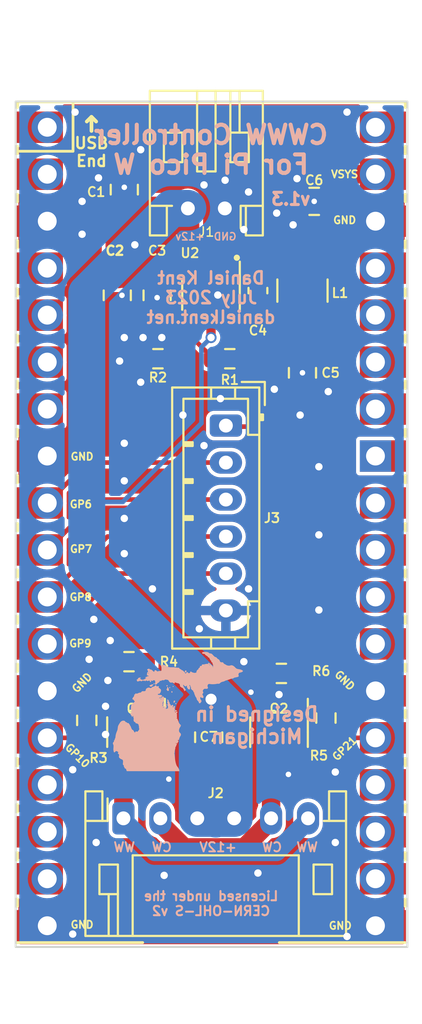
<source format=kicad_pcb>
(kicad_pcb (version 20211014) (generator pcbnew)
  (title_block (title "CWWW Hat for Pi Pico W") (date "2023-01-29") (rev "v1.0") (company "Daniel Kent"))
  (layers (0 "F.Cu" signal) (31 "B.Cu" signal) (34 "B.Paste" user) (35 "F.Paste" user) (36 "B.SilkS" user "B.Silkscreen") (37 "F.SilkS" user "F.Silkscreen") (38 "B.Mask" user) (39 "F.Mask" user) (44 "Edge.Cuts" user))
  (net 0 "")
  (net 1 "WW_OUT")
  (net 2 "CW_OUT")
  (net 3 "12V_COMMON")
  (net 4 "GND")
  (net 5 "WW_PWM")
  (net 6 "CW_PWM")
  (net 7 "BUTTON_1")
  (net 8 "BUTTON_2")
  (net 9 "BUTTON_3")
  (net 10 "+3V3")
  (net 11 "/SW")
  (net 12 "/VBST")
  (net 13 "/VFB")
  (net 36 "BUTTON_4")
  (net 37 "/WW_PWM_NE")
  (net 38 "/CW_PWM_NE")
  (footprint "Resistor_SMD:R_0603_1608Metric_Pad0.98x0.95mm_HandSolder" (layer "F.Cu") (at 174.246 85.236267 90)
    (fp_text reference "R3")
    (fp_text value "10")
  )
  (footprint "Capacitor_SMD:C_0603_1608Metric_Pad1.08x0.95mm_HandSolder" (layer "F.Cu") (at 183.517 61.995267 -90)
    (fp_text reference "C4")
    (fp_text value ".1uF")
  )
  (footprint "Connector_JST:JST_PH_S2B-PH-K_1x02_P2.00mm_Horizontal" (layer "F.Cu") (at 181.723 57.550267 180)
    (fp_text reference "J1")
    (fp_text value "Conn_01x02")
  )
  (footprint "Capacitor_SMD:C_0805_2012Metric_Pad1.18x1.45mm_HandSolder" (layer "F.Cu") (at 175.897 62.249267 -90)
    (fp_text reference "C2")
    (fp_text value "10uF")
  )
  (footprint "Package_TO_SOT_SMD:SOT-23-3" (layer "F.Cu") (at 176.913 85.871267 -90)
    (fp_text reference "Q1")
    (fp_text value "NXV55UN")
  )
  (footprint "Capacitor_SMD:C_0805_2012Metric_Pad1.18x1.45mm_HandSolder" (layer "F.Cu") (at 176.278 56.534267 90)
    (fp_text reference "C1")
    (fp_text value "10uF")
  )
  (footprint "Resistor_SMD:R_0603_1608Metric_Pad0.98x0.95mm_HandSolder" (layer "F.Cu") (at 178.0995 65.678267 180)
    (fp_text reference "R2")
    (fp_text value "10k")
  )
  (footprint "Resistor_SMD:R_0603_1608Metric_Pad0.98x0.95mm_HandSolder" (layer "F.Cu") (at 184.787 82.696267 180)
    (fp_text reference "R6")
    (fp_text value "10k")
  )
  (footprint "Capacitor_SMD:C_0805_2012Metric_Pad1.18x1.45mm_HandSolder" (layer "F.Cu") (at 180.85 86.146767 -90)
    (fp_text reference "C7")
    (fp_text value "10uF")
  )
  (footprint "Capacitor_SMD:C_0805_2012Metric_Pad1.18x1.45mm_HandSolder" (layer "F.Cu") (at 185.93 66.440267 -90)
    (fp_text reference "C5")
    (fp_text value "22uF")
  )
  (footprint "Resistor_SMD:R_0603_1608Metric_Pad0.98x0.95mm_HandSolder" (layer "F.Cu") (at 187.2 85.109267 90)
    (fp_text reference "R5")
    (fp_text value "10")
  )
  (footprint "Capacitor_SMD:C_0805_2012Metric_Pad1.18x1.45mm_HandSolder" (layer "F.Cu") (at 178.056 62.249267 -90)
    (fp_text reference "C3")
    (fp_text value "1uF")
  )
  (footprint "Resistor_SMD:R_0603_1608Metric_Pad0.98x0.95mm_HandSolder" (layer "F.Cu") (at 176.532 82.061267 180)
    (fp_text reference "R4")
    (fp_text value "10k")
  )
  (footprint "Package_TO_SOT_SMD:SOT-23-3" (layer "F.Cu") (at 184.66 85.871267 -90)
    (fp_text reference "Q2")
    (fp_text value "NXV55UN")
  )
  (footprint "Inductor_SMD:L_1210_3225Metric_Pad1.42x2.65mm_HandSolder" (layer "F.Cu") (at 185.93 61.995267 -90)
    (fp_text reference "L1")
    (fp_text value "2.2uH")
  )
  (footprint "Capacitor_SMD:C_0805_2012Metric_Pad1.18x1.45mm_HandSolder" (layer "F.Cu") (at 186.565 57.169267 180)
    (fp_text reference "C6")
    (fp_text value "22uF")
  )
  (footprint "Package_TO_SOT_SMD:SOT-23-6" (layer "F.Cu") (at 180.975 62.23 -90)
    (fp_text reference "U2")
    (fp_text value "TPS565201")
  )
  (footprint "Connector_JST:JST_PH_S6B-PH-K_1x06_P2.00mm_Horizontal" (layer "F.Cu") (at 176.231 90.533267)
    (fp_text reference "J2")
    (fp_text value "Conn_01x06")
  )
  (footprint "Connector_JST:JST_PH_B6B-PH-K_1x06_P2.00mm_Vertical" (layer "F.Cu") (at 181.781 69.295 -90)
    (fp_text reference "J3")
    (fp_text value "Conn_01x06")
  )
  (footprint "Resistor_SMD:R_0603_1608Metric_Pad0.98x0.95mm_HandSolder" (layer "F.Cu") (at 181.993 65.678267)
    (fp_text reference "R1")
    (fp_text value "33.2k")
  )
  (footprint "picolamp:Partial Pico Hat with Antenna Gap" (layer "F.Cu") (at 182.264633 78.56174)
    (fp_text reference "U1" hide)
    (fp_text value "Pico_Base_Hat_Antenna_Gap")
  )
  (gr_poly (pts (xy 179.629191 82.612161) (xy 179.629279 82.615207) (xy 179.629505 82.618151) (xy 179.630159 82.623705) (xy 179.630476 82.626303) (xy 179.630716 82.628775) (xy 179.630822 82.631113) (xy 179.630741 82.633312) (xy 179.630614 82.634357) (xy 179.630419 82.635365) (xy 179.63015 82.636336) (xy 179.629801 82.637268) (xy 179.629364 82.63816) (xy 179.628832 82.639012) (xy 179.628199 82.639823) (xy 179.627459 82.640593) (xy 179.626603 82.64132) (xy 179.625626 82.642005) (xy 179.62452 82.642645) (xy 179.62328 82.64324) (xy 179.621897 82.64379) (xy 179.620366 82.644294) (xy 179.618679 82.644751) (xy 179.616829 82.64516) (xy 179.614956 82.645497) (xy 179.613197 82.645738) (xy 179.611548 82.645884) (xy 179.61 82.645936) (xy 179.60855 82.645894) (xy 179.60719 82.64576) (xy 179.605914 82.645533) (xy 179.604717 82.645216) (xy 179.603593 82.644808) (xy 179.602535 82.64431) (xy 179.601537 82.643723) (xy 179.600594 82.643048) (xy 179.599698 82.642285) (xy 179.598846 82.641435) (xy 179.598029 82.6405) (xy 179.597242 82.639479) (xy 179.59648 82.638374) (xy 179.595736 82.637185) (xy 179.595004 82.635913) (xy 179.594277 82.634559) (xy 179.592819 82.631606) (xy 179.591311 82.628333) (xy 179.587958 82.620852) (xy 179.586015 82.616654) (xy 179.58383 82.612161) (xy 179.581565 82.60776) (xy 179.579422 82.603794) (xy 179.575594 82.596975) (xy 179.573959 82.594026) (xy 179.57254 82.591318) (xy 179.571364 82.588803) (xy 179.570453 82.586433) (xy 179.570105 82.585287) (xy 179.569832 82.584159) (xy 179.569638 82.583043) (xy 179.569525 82.581933) (xy 179.569496 82.580823) (xy 179.569555 82.579707) (xy 179.569705 82.578578) (xy 179.569948 82.577431) (xy 179.570287 82.576259) (xy 179.570726 82.575057) (xy 179.571268 82.573818) (xy 179.571915 82.572537) (xy 179.57267 82.571207) (xy 179.573537 82.569822) (xy 179.574519 82.568377) (xy 179.575618 82.566864) (xy 179.576706 82.565376) (xy 179.577661 82.564003) (xy 179.578494 82.562741) (xy 179.579215 82.561583) (xy 179.580371 82.559562) (xy 179.581219 82.557897) (xy 179.582354 82.555468) (xy 179.582822 82.554619) (xy 179.58307 82.554268) (xy 179.583344 82.553958) (xy 179.583653 82.553685) (xy 179.584011 82.553442) (xy 179.584427 82.553226) (xy 179.584913 82.55303) (xy 179.585481 82.552849) (xy 179.586141 82.552678) (xy 179.587786 82.552345) (xy 179.600341 82.550354) (xy 179.604785 82.549546) (xy 179.608854 82.548702) (xy 179.615917 82.547148) (xy 179.618934 82.546557) (xy 179.621626 82.546172) (xy 179.622853 82.546076) (xy 179.624004 82.546053) (xy 179.625078 82.546111) (xy 179.626079 82.546259) (xy 179.627008 82.546503) (xy 179.627865 82.546851) (xy 179.628653 82.54731) (xy 179.629374 82.547889) (xy 179.630028 82.548594) (xy 179.630617 82.549434) (xy 179.631142 82.550415) (xy 179.631606 82.551545) (xy 179.63201 82.552832) (xy 179.632355 82.554284) (xy 179.632643 82.555907) (xy 179.632875 82.557709) (xy 179.633053 82.559699) (xy 179.633178 82.561883) (xy 179.633276 82.566864) (xy 179.633321 82.571758) (xy 179.633444 82.575705) (xy 179.633628 82.578819) (xy 179.633853 82.581215) (xy 179.634103 82.583009) (xy 179.634359 82.584313) (xy 179.634816 82.585914) (xy 179.63508 82.586936) (xy 179.635095 82.587517) (xy 179.635008 82.588296) (xy 179.634455 82.590909) (xy 179.633276 82.595693) (xy 179.629043 82.612161) (xy 179.629191 82.612161)) (layer "B.SilkS") (width 0.021166) (fill solid))
  (gr_poly (pts (xy 178.555618 84.408512) (xy 178.554341 84.403914) (xy 178.553369 84.399395) (xy 178.552647 84.394962) (xy 178.552117 84.390622) (xy 178.550791 84.374323) (xy 178.550376 84.370548) (xy 178.549813 84.366905) (xy 178.549047 84.363403) (xy 178.548021 84.360048) (xy 178.547393 84.358427) (xy 178.546679 84.356846) (xy 178.545871 84.355305) (xy 178.544963 84.353805) (xy 178.543948 84.352346) (xy 178.542818 84.35093) (xy 178.541567 84.349558) (xy 178.540187 84.34823) (xy 178.537225 84.345736) (xy 178.534165 84.343488) (xy 178.531056 84.341517) (xy 178.527943 84.339852) (xy 178.524876 84.338521) (xy 178.523375 84.337991) (xy 178.521902 84.337555) (xy 178.520464 84.337218) (xy 178.519068 84.336983) (xy 178.517719 84.336854) (xy 178.516422 84.336834) (xy 178.515184 84.336927) (xy 178.514012 84.337138) (xy 178.51291 84.337468) (xy 178.511885 84.337923) (xy 178.510942 84.338506) (xy 178.510089 84.339221) (xy 178.509329 84.34007) (xy 178.508671 84.341059) (xy 178.508119 84.34219) (xy 178.50768 84.343468) (xy 178.507358 84.344895) (xy 178.507162 84.346476) (xy 178.507096 84.348215) (xy 178.507166 84.350114) (xy 178.507378 84.352178) (xy 178.507738 84.354411) (xy 178.509347 84.362873) (xy 178.510756 84.369959) (xy 178.512057 84.376031) (xy 178.51334 84.381451) (xy 178.514695 84.386581) (xy 178.516213 84.391784) (xy 178.517984 84.397422) (xy 178.5201 84.403856) (xy 178.521169 84.40716) (xy 178.522064 84.410154) (xy 178.522792 84.41289) (xy 178.523359 84.415421) (xy 178.523772 84.417797) (xy 178.524038 84.420072) (xy 178.524164 84.422297) (xy 178.524156 84.424525) (xy 178.524021 84.426807) (xy 178.523766 84.429196) (xy 178.523399 84.431744) (xy 178.522924 84.434502) (xy 178.521684 84.44086) (xy 178.5201 84.448687) (xy 178.519352 84.452789) (xy 178.518846 84.456443) (xy 178.518572 84.459707) (xy 178.518519 84.461212) (xy 178.518519 84.462641) (xy 178.518571 84.464003) (xy 178.518673 84.465304) (xy 178.518825 84.466552) (xy 178.519026 84.467754) (xy 178.519272 84.468917) (xy 178.519564 84.47005) (xy 178.520277 84.47225) (xy 178.521154 84.474415) (xy 178.522182 84.476602) (xy 178.524651 84.48128) (xy 178.527592 84.486755) (xy 178.529212 84.489938) (xy 178.530916 84.493497) (xy 178.532848 84.49741) (xy 178.535121 84.501552) (xy 178.537678 84.505826) (xy 178.540464 84.510134) (xy 178.543422 84.514379) (xy 178.546494 84.518463) (xy 178.549625 84.522289) (xy 178.552757 84.52576) (xy 178.555835 84.528777) (xy 178.558801 84.531245) (xy 178.560225 84.532242) (xy 178.561599 84.533064) (xy 178.562918 84.533701) (xy 178.564173 84.534139) (xy 178.565358 84.534366) (xy 178.566465 84.53437) (xy 178.567488 84.53414) (xy 178.56842 84.533662) (xy 178.569253 84.532925) (xy 178.569981 84.531916) (xy 178.570595 84.530624) (xy 178.57109 84.529035) (xy 178.572006 84.525665) (xy 178.572988 84.522496) (xy 178.574977 84.516698) (xy 178.575898 84.514038) (xy 178.576712 84.511516) (xy 178.577378 84.509117) (xy 178.57785 84.506824) (xy 178.578001 84.505712) (xy 178.578087 84.504621) (xy 178.578104 84.503549) (xy 178.578046 84.502493) (xy 178.577908 84.501452) (xy 178.577684 84.500424) (xy 178.577369 84.499406) (xy 178.576957 84.498398) (xy 178.576443 84.497396) (xy 178.575823 84.496399) (xy 178.575089 84.495404) (xy 178.574238 84.494411) (xy 178.573263 84.493417) (xy 178.57216 84.492419) (xy 178.570922 84.491416) (xy 178.569545 84.490406) (xy 178.568137 84.489489) (xy 178.566807 84.488756) (xy 178.565552 84.488192) (xy 178.564369 84.487781) (xy 178.563256 84.487508) (xy 178.562208 84.487357) (xy 178.561223 84.487315) (xy 178.560298 84.487364) (xy 178.55943 84.487491) (xy 178.558615 84.487679) (xy 178.557133 84.488179) (xy 178.554673 84.489247) (xy 178.554145 84.489439) (xy 178.553646 84.489571) (xy 178.553172 84.489627) (xy 178.55272 84.489591) (xy 178.552288 84.48945) (xy 178.551872 84.489186) (xy 178.551469 84.488786) (xy 178.551076 84.488233) (xy 178.550689 84.487513) (xy 178.550306 84.48661) (xy 178.549924 84.48551) (xy 178.549539 84.484195) (xy 178.549149 84.482653) (xy 178.54875 84.480866) (xy 178.547913 84.4765) (xy 178.546927 84.471754) (xy 178.545749 84.467362) (xy 178.544439 84.463313) (xy 178.54306 84.4596) (xy 178.538062 84.447914) (xy 178.537248 84.44574) (xy 178.536731 84.443846) (xy 178.536603 84.443002) (xy 178.536572 84.442224) (xy 178.536645 84.441512) (xy 178.536831 84.440864) (xy 178.537137 84.44028) (xy 178.53757 84.439758) (xy 178.538138 84.439298) (xy 178.53885 84.438897) (xy 178.539712 84.438555) (xy 178.540732 84.43827) (xy 178.541918 84.438043) (xy 178.543277 84.437871) (xy 178.546134 84.437561) (xy 178.548894 84.437204) (xy 178.551531 84.436788) (xy 178.554021 84.436301) (xy 178.556339 84.435734) (xy 178.55846 84.435073) (xy 178.56036 84.434308) (xy 178.561218 84.433884) (xy 178.562012 84.433428) (xy 178.562738 84.432942) (xy 178.563393 84.432422) (xy 178.563974 84.431867) (xy 178.564478 84.431277) (xy 178.564901 84.430649) (xy 178.565241 84.429982) (xy 178.565494 84.429276) (xy 178.565658 84.428527) (xy 178.565729 84.427736) (xy 178.565704 84.4269) (xy 178.565579 84.426019) (xy 178.565353 84.42509) (xy 178.565022 84.424113) (xy 178.564582 84.423085) (xy 178.56403 84.422006) (xy 178.563364 84.420874) (xy 178.555533 84.408386) (xy 178.555618 84.408512)) (layer "B.SilkS") (width 0.021166) (fill solid))
  (gr_poly (pts (xy 179.005833 84.236427) (xy 178.987882 84.259219) (xy 178.983828 84.264086) (xy 178.980012 84.268398) (xy 178.976467 84.272046) (xy 178.973225 84.274916) (xy 178.971728 84.276026) (xy 178.970319 84.2769) (xy 178.969001 84.277525) (xy 178.96778 84.277886) (xy 178.966658 84.277969) (xy 178.965641 84.277762) (xy 178.964732 84.277249) (xy 178.963935 84.276418) (xy 178.963254 84.275254) (xy 178.962693 84.273743) (xy 178.962257 84.271871) (xy 178.961949 84.269625) (xy 178.961773 84.266991) (xy 178.961734 84.263955) (xy 178.962081 84.256621) (xy 178.962544 84.248935) (xy 178.962709 84.242229) (xy 178.962633 84.236415) (xy 178.962372 84.231407) (xy 178.961983 84.227119) (xy 178.961522 84.223465) (xy 178.960613 84.217711) (xy 178.960277 84.215439) (xy 178.960097 84.213455) (xy 178.960129 84.211674) (xy 178.960429 84.210008) (xy 178.961054 84.208371) (xy 178.962061 84.206677) (xy 178.963506 84.20484) (xy 178.965446 84.202773) (xy 178.966491 84.201648) (xy 178.967417 84.20049) (xy 178.968236 84.199301) (xy 178.96896 84.198088) (xy 178.969599 84.196855) (xy 178.970164 84.195607) (xy 178.971119 84.193086) (xy 178.972639 84.188084) (xy 178.973383 84.185681) (xy 178.974236 84.183397) (xy 178.974731 84.182312) (xy 178.975286 84.181271) (xy 178.975914 84.18028) (xy 178.976624 84.179343) (xy 178.977429 84.178465) (xy 178.978339 84.177651) (xy 178.979365 84.176907) (xy 178.98052 84.176236) (xy 178.981813 84.175645) (xy 178.983256 84.175138) (xy 178.984861 84.174719) (xy 178.986638 84.174395) (xy 178.988598 84.174169) (xy 178.990754 84.174047) (xy 178.993115 84.174034) (xy 178.995694 84.174134) (xy 178.998289 84.174394) (xy 179.000719 84.174852) (xy 179.002985 84.175497) (xy 179.00509 84.176322) (xy 179.007034 84.177317) (xy 179.00882 84.178474) (xy 179.01045 84.179784) (xy 179.011926 84.181238) (xy 179.013249 84.182827) (xy 179.014421 84.184543) (xy 179.015445 84.186376) (xy 179.016321 84.188317) (xy 179.017053 84.190359) (xy 179.017641 84.192491) (xy 179.018088 84.194706) (xy 179.018395 84.196994) (xy 179.018565 84.199347) (xy 179.018598 84.201755) (xy 179.018498 84.20421) (xy 179.018266 84.206703) (xy 179.017903 84.209225) (xy 179.017413 84.211767) (xy 179.016795 84.214321) (xy 179.016053 84.216878) (xy 179.015189 84.219428) (xy 179.014203 84.221963) (xy 179.013098 84.224475) (xy 179.011876 84.226953) (xy 179.010539 84.22939) (xy 179.009088 84.231777) (xy 179.007526 84.234105) (xy 179.005854 84.236364) (xy 179.005833 84.236427)) (layer "B.SilkS") (width 0.021166) (fill solid))
  (gr_poly (pts (xy 178.857666 83.667467) (xy 178.854632 83.667646) (xy 178.851851 83.668166) (xy 178.849317 83.669005) (xy 178.847024 83.670138) (xy 178.844969 83.671542) (xy 178.843147 83.673194) (xy 178.841551 83.675071) (xy 178.840178 83.677148) (xy 178.839022 83.679403) (xy 178.838078 83.681813) (xy 178.837342 83.684353) (xy 178.836808 83.687) (xy 178.836472 83.689731) (xy 178.836329 83.692523) (xy 178.836373 83.695351) (xy 178.8366 83.698194) (xy 178.837004 83.701026) (xy 178.837582 83.703825) (xy 178.838327 83.706567) (xy 178.839235 83.709229) (xy 178.840301 83.711788) (xy 178.84152 83.714219) (xy 178.842886 83.716501) (xy 178.844396 83.718608) (xy 178.846044 83.720518) (xy 178.847826 83.722207) (xy 178.849735 83.723652) (xy 178.851768 83.72483) (xy 178.853919 83.725716) (xy 178.856183 83.726288) (xy 178.858555 83.726522) (xy 178.861031 83.726395) (xy 178.863449 83.725931) (xy 178.865655 83.72518) (xy 178.867652 83.724164) (xy 178.869447 83.722901) (xy 178.871044 83.721412) (xy 178.872448 83.719715) (xy 178.873664 83.717832) (xy 178.874697 83.715781) (xy 178.875553 83.713583) (xy 178.876236 83.711256) (xy 178.876751 83.708822) (xy 178.877103 83.706298) (xy 178.877297 83.703706) (xy 178.877339 83.701064) (xy 178.877232 83.698393) (xy 178.876983 83.695712) (xy 178.876596 83.693041) (xy 178.876076 83.690399) (xy 178.875428 83.687807) (xy 178.874657 83.685283) (xy 178.873769 83.682848) (xy 178.872768 83.680522) (xy 178.871658 83.678324) (xy 178.870446 83.676273) (xy 178.869136 83.67439) (xy 178.867733 83.672694) (xy 178.866242 83.671205) (xy 178.864669 83.669943) (xy 178.863017 83.668926) (xy 178.861292 83.668176) (xy 178.8595 83.667711) (xy 178.857645 83.667552) (xy 178.857655 83.66751) (xy 178.857666 83.667467)) (layer "B.SilkS") (width 0.021166) (fill solid))
  (gr_poly (pts (xy 177.900509 83.246187) (xy 177.900434 83.247892) (xy 177.900216 83.24956) (xy 177.899863 83.251188) (xy 177.899384 83.252771) (xy 177.898789 83.254304) (xy 177.898087 83.255782) (xy 177.897286 83.2572) (xy 177.896396 83.258554) (xy 177.895425 83.259839) (xy 177.894383 83.26105) (xy 177.893279 83.262182) (xy 177.892122 83.263231) (xy 177.890921 83.264191) (xy 177.889684 83.265058) (xy 177.888422 83.265828) (xy 177.887143 83.266494) (xy 177.885855 83.267053) (xy 177.884569 83.2675) (xy 177.883293 83.26783) (xy 177.882036 83.268038) (xy 177.880807 83.26812) (xy 177.879616 83.26807) (xy 177.878471 83.267883) (xy 177.877381 83.267556) (xy 177.876356 83.267083) (xy 177.875405 83.26646) (xy 177.874535 83.265681) (xy 177.873758 83.264742) (xy 177.873081 83.263638) (xy 177.872513 83.262365) (xy 177.872065 83.260917) (xy 177.871744 83.25929) (xy 177.871584 83.257539) (xy 177.871614 83.25574) (xy 177.87182 83.253907) (xy 177.872191 83.252053) (xy 177.872714 83.250192) (xy 177.873379 83.248336) (xy 177.874172 83.2465) (xy 177.875081 83.244696) (xy 177.876095 83.242939) (xy 177.877201 83.241241) (xy 177.878388 83.239617) (xy 177.879643 83.238079) (xy 177.880954 83.236641) (xy 177.88231 83.235317) (xy 177.883697 83.234119) (xy 177.885105 83.233061) (xy 177.886521 83.232158) (xy 177.887933 83.231421) (xy 177.889329 83.230865) (xy 177.890697 83.230504) (xy 177.892024 83.230349) (xy 177.8933 83.230416) (xy 177.894511 83.230717) (xy 177.895646 83.231265) (xy 177.896692 83.232075) (xy 177.897638 83.23316) (xy 177.898472 83.234532) (xy 177.899181 83.236207) (xy 177.899753 83.238196) (xy 177.900177 83.240513) (xy 177.90044 83.243173) (xy 177.90053 83.246187) (xy 177.900509 83.246187)) (layer "B.SilkS") (width 0.021166) (fill solid))
  (gr_poly (pts (xy 178.739767 83.441788) (xy 178.738355 83.442017) (xy 178.737016 83.442491) (xy 178.735751 83.443195) (xy 178.734563 83.444111) (xy 178.733452 83.445222) (xy 178.73242 83.446509) (xy 178.731469 83.447957) (xy 178.730599 83.449547) (xy 178.729813 83.451263) (xy 178.729112 83.453087) (xy 178.728496 83.455002) (xy 178.727969 83.45699) (xy 178.72753 83.459034) (xy 178.727182 83.461117) (xy 178.726763 83.465331) (xy 178.726695 83.467427) (xy 178.726724 83.469493) (xy 178.72685 83.471511) (xy 178.727075 83.473464) (xy 178.7274 83.475335) (xy 178.727828 83.477106) (xy 178.728359 83.478761) (xy 178.728995 83.480281) (xy 178.729738 83.48165) (xy 178.730588 83.482851) (xy 178.731547 83.483865) (xy 178.732617 83.484676) (xy 178.733799 83.485266) (xy 178.735095 83.485618) (xy 178.736505 83.485715) (xy 178.738032 83.48554) (xy 178.739593 83.485112) (xy 178.7411 83.484473) (xy 178.742547 83.483637) (xy 178.74393 83.482621) (xy 178.745246 83.481438) (xy 178.746489 83.480105) (xy 178.747657 83.478636) (xy 178.748744 83.477046) (xy 178.749747 83.47535) (xy 178.75066 83.473564) (xy 178.751481 83.471701) (xy 178.752204 83.469779) (xy 178.752826 83.467811) (xy 178.753342 83.465812) (xy 178.753747 83.463798) (xy 178.754039 83.461783) (xy 178.754212 83.459783) (xy 178.754263 83.457813) (xy 178.754187 83.455888) (xy 178.753979 83.454023) (xy 178.753636 83.452232) (xy 178.753154 83.450532) (xy 178.752528 83.448936) (xy 178.751754 83.447461) (xy 178.750827 83.446121) (xy 178.749745 83.444931) (xy 178.748501 83.443906) (xy 178.747093 83.443062) (xy 178.745515 83.442413) (xy 178.743764 83.441974) (xy 178.741836 83.441761) (xy 178.739725 83.441788) (xy 178.739767 83.441788)) (layer "B.SilkS") (width 0.021166) (fill solid))
  (gr_poly (pts (xy 182.687182 82.554503) (xy 182.675505 82.544647) (xy 182.663401 82.535762) (xy 182.65086 82.527776) (xy 182.637873 82.520613) (xy 182.624432 82.5142) (xy 182.610528 82.508463) (xy 182.596151 82.503329) (xy 182.581292 82.498724) (xy 182.565944 82.494573) (xy 182.550095 82.490804) (xy 182.533739 82.487342) (xy 182.516865 82.484113) (xy 182.48153 82.478062) (xy 182.444019 82.472059) (xy 182.425505 82.468641) (xy 182.408519 82.464596) (xy 182.392946 82.459972) (xy 182.378671 82.454816) (xy 182.365579 82.449178) (xy 182.353555 82.443104) (xy 182.342485 82.436644) (xy 182.332253 82.429845) (xy 182.322746 82.422755) (xy 182.313847 82.415423) (xy 182.305442 82.407898) (xy 182.297417 82.400226) (xy 182.266811 82.369041) (xy 182.248936 82.351608) (xy 182.238297 82.341803) (xy 182.226621 82.331617) (xy 182.21398 82.321312) (xy 182.200445 82.311146) (xy 182.18609 82.301378) (xy 182.170987 82.292269) (xy 182.163177 82.288043) (xy 182.155208 82.284078) (xy 182.147087 82.280407) (xy 182.138825 82.277064) (xy 182.13043 82.274079) (xy 182.121911 82.271486) (xy 182.113277 82.269318) (xy 182.104538 82.267605) (xy 182.095702 82.266382) (xy 182.086778 82.26568) (xy 182.077776 82.265532) (xy 182.068704 82.265971) (xy 182.059572 82.267028) (xy 182.050389 82.268736) (xy 182.041163 82.271127) (xy 182.031903 82.274235) (xy 182.022573 82.277473) (xy 182.013141 82.280247) (xy 181.994046 82.284471) (xy 181.97477 82.287054) (xy 181.955464 82.28814) (xy 181.936279 82.287873) (xy 181.917365 82.2864) (xy 181.898874 82.283864) (xy 181.880956 82.280411) (xy 181.863763 82.276185) (xy 181.847445 82.271332) (xy 181.832154 82.265996) (xy 181.81804 82.260323) (xy 181.805255 82.254457) (xy 181.793949 82.248543) (xy 181.784274 82.242726) (xy 181.77638 82.237151) (xy 181.769151 82.231972) (xy 181.761429 82.227184) (xy 181.753296 82.222698) (xy 181.744838 82.218422) (xy 181.709437 82.201615) (xy 181.700616 82.197035) (xy 181.691976 82.192123) (xy 181.6836 82.186787) (xy 181.675573 82.180939) (xy 181.671716 82.177794) (xy 181.667979 82.174486) (xy 181.66437 82.171005) (xy 181.660902 82.16734) (xy 181.657584 82.163478) (xy 181.654428 82.159408) (xy 181.651442 82.155119) (xy 181.648639 82.150601) (xy 181.643356 82.141897) (xy 181.640801 82.137959) (xy 181.638293 82.134285) (xy 181.635821 82.130868) (xy 181.633376 82.127698) (xy 181.630951 82.124768) (xy 181.628535 82.12207) (xy 181.626119 82.119595) (xy 181.623694 82.117335) (xy 181.621252 82.115281) (xy 181.618782 82.113426) (xy 181.616277 82.111761) (xy 181.613727 82.110277) (xy 181.611122 82.108967) (xy 181.608454 82.107823) (xy 181.605713 82.106835) (xy 181.602891 82.105997) (xy 181.599979 82.105298) (xy 181.596966 82.104732) (xy 181.593845 82.10429) (xy 181.590606 82.103964) (xy 181.58724 82.103745) (xy 181.583738 82.103625) (xy 181.576288 82.103649) (xy 181.568185 82.103971) (xy 181.559356 82.104523) (xy 181.549727 82.105241) (xy 181.544726 82.105498) (xy 181.539779 82.105499) (xy 181.534891 82.105252) (xy 181.530067 82.104766) (xy 181.525314 82.10405) (xy 181.520635 82.103114) (xy 181.516037 82.101967) (xy 181.511524 82.100617) (xy 181.507102 82.099074) (xy 181.502777 82.097346) (xy 181.494434 82.093375) (xy 181.486539 82.088775) (xy 181.479134 82.083619) (xy 181.47226 82.07798) (xy 181.465959 82.07193) (xy 181.460275 82.065543) (xy 181.455248 82.05889) (xy 181.450921 82.052043) (xy 181.447336 82.045077) (xy 181.444535 82.038062) (xy 181.443442 82.03456) (xy 181.442561 82.031073) (xy 181.440775 82.024079) (xy 181.438524 82.017032) (xy 181.435828 82.009973) (xy 181.432704 82.002946) (xy 181.429169 81.995991) (xy 181.425242 81.989151) (xy 181.420941 81.982468) (xy 181.416284 81.975984) (xy 181.411289 81.96974) (xy 181.405974 81.96378) (xy 181.400357 81.958144) (xy 181.394456 81.952875) (xy 181.388289 81.948015) (xy 181.381874 81.943607) (xy 181.375228 81.939691) (xy 181.368371 81.936309) (xy 181.36156 81.933161) (xy 181.355025 81.929905) (xy 181.348755 81.926531) (xy 181.342738 81.923025) (xy 181.336961 81.919376) (xy 181.331413 81.915571) (xy 181.326083 81.911597) (xy 181.320958 81.907443) (xy 181.316026 81.903096) (xy 181.311276 81.898544) (xy 181.306696 81.893774) (xy 181.302274 81.888774) (xy 181.297998 81.883531) (xy 181.293856 81.878034) (xy 181.289836 81.87227) (xy 181.285927 81.866227) (xy 181.283951 81.863207) (xy 181.281884 81.860328) (xy 181.279732 81.857586) (xy 181.277502 81.854978) (xy 181.275199 81.852499) (xy 181.272829 81.850147) (xy 181.270398 81.847916) (xy 181.267913 81.845804) (xy 181.262804 81.84192) (xy 181.257549 81.838465) (xy 181.252197 81.835408) (xy 181.246795 81.83272) (xy 181.241394 81.83037) (xy 181.23604 81.828328) (xy 181.230782 81.826564) (xy 181.22567 81.825049) (xy 181.22075 81.823751) (xy 181.216071 81.822642) (xy 181.207631 81.820866) (xy 181.203619 81.819898) (xy 181.199304 81.818514) (xy 181.194675 81.816684) (xy 181.18972 81.814376) (xy 181.184427 81.811562) (xy 181.178783 81.80821) (xy 181.172778 81.804291) (xy 181.166399 81.799774) (xy 181.159634 81.794629) (xy 181.15247 81.788825) (xy 181.144897 81.782333) (xy 181.136902 81.775123) (xy 181.128474 81.767163) (xy 181.119599 81.758423) (xy 181.110267 81.748875) (xy 181.100465 81.738486) (xy 181.063328 81.697332) (xy 181.054663 81.687936) (xy 181.046087 81.679006) (xy 181.037523 81.670596) (xy 181.028892 81.662759) (xy 181.020116 81.655551) (xy 181.011115 81.649024) (xy 181.001812 81.643233) (xy 180.997022 81.64063) (xy 180.992127 81.638232) (xy 180.987117 81.636045) (xy 180.981982 81.634076) (xy 180.976713 81.632331) (xy 180.971299 81.630818) (xy 180.96573 81.629542) (xy 180.959998 81.628512) (xy 180.954091 81.627733) (xy 180.948001 81.627213) (xy 180.936335 81.626337) (xy 180.925993 81.625264) (xy 180.916848 81.623985) (xy 180.908773 81.622496) (xy 180.90164 81.620791) (xy 180.895324 81.618862) (xy 180.889697 81.616704) (xy 180.884631 81.614312) (xy 180.88 81.611678) (xy 180.875677 81.608797) (xy 180.871535 81.605663) (xy 180.867447 81.602269) (xy 180.84909 81.58598) (xy 180.843146 81.581353) (xy 180.836165 81.576773) (xy 180.828171 81.572291) (xy 180.819188 81.567953) (xy 180.80924 81.563809) (xy 180.798351 81.559906) (xy 180.786545 81.556293) (xy 180.773847 81.553018) (xy 180.76028 81.55013) (xy 180.745869 81.547676) (xy 180.730637 81.545706) (xy 180.714608 81.544266) (xy 180.697808 81.543407) (xy 180.680258 81.543175) (xy 180.661985 81.54362) (xy 180.643011 81.54479) (xy 180.611206 81.547178) (xy 180.590993 81.548407) (xy 180.579281 81.548864) (xy 180.572976 81.548933) (xy 180.568987 81.549) (xy 180.564221 81.549451) (xy 180.539993 81.553045) (xy 180.535137 81.553956) (xy 180.530619 81.555139) (xy 180.526438 81.556573) (xy 180.522592 81.558241) (xy 180.519081 81.560123) (xy 180.515905 81.562201) (xy 180.513062 81.564455) (xy 180.510552 81.566866) (xy 180.508374 81.569417) (xy 180.506528 81.572088) (xy 180.505012 81.57486) (xy 180.503825 81.577714) (xy 180.502968 81.580632) (xy 180.50244 81.583595) (xy 180.502238 81.586583) (xy 180.502364 81.589578) (xy 180.502815 81.592562) (xy 180.503592 81.595514) (xy 180.504694 81.598417) (xy 180.506119 81.601252) (xy 180.507868 81.603999) (xy 180.509938 81.60664) (xy 180.51233 81.609156) (xy 180.515043 81.611528) (xy 180.518076 81.613738) (xy 180.521429 81.615765) (xy 180.5251 81.617593) (xy 180.529088 81.619201) (xy 180.533394 81.620571) (xy 180.538016 81.621684) (xy 180.542953 81.622521) (xy 180.548205 81.623064) (xy 180.558423 81.623932) (xy 180.567522 81.624955) (xy 180.575643 81.626097) (xy 180.582923 81.627323) (xy 180.595519 81.629881) (xy 180.606424 81.63234) (xy 180.61159 81.633443) (xy 180.61675 81.634413) (xy 180.622043 81.635213) (xy 180.627608 81.63581) (xy 180.633585 81.636165) (xy 180.640112 81.636243) (xy 180.647328 81.636009) (xy 180.655372 81.635425) (xy 180.655048 81.638469) (xy 180.654843 81.641421) (xy 180.65476 81.644285) (xy 180.654797 81.647066) (xy 180.654955 81.649769) (xy 180.655233 81.652397) (xy 180.655631 81.654956) (xy 180.656151 81.65745) (xy 180.656791 81.659883) (xy 180.657552 81.662261) (xy 180.658433 81.664587) (xy 180.659435 81.666866) (xy 180.660557 81.669103) (xy 180.6618 81.671302) (xy 180.663164 81.673468) (xy 180.664649 81.675605) (xy 180.666254 81.677718) (xy 180.66798 81.679811) (xy 180.671794 81.683957) (xy 180.67609 81.688078) (xy 180.68087 81.692212) (xy 180.686132 81.696394) (xy 180.691878 81.700661) (xy 180.698106 81.705048) (xy 180.704818 81.709593) (xy 180.760962 81.745124) (xy 180.774154 81.75413) (xy 180.780457 81.758752) (xy 180.786524 81.763478) (xy 180.792326 81.768326) (xy 180.797832 81.773313) (xy 180.803012 81.77846) (xy 180.807836 81.783782) (xy 180.812103 81.789004) (xy 180.8157 81.793851) (xy 180.81873 81.798336) (xy 180.821296 81.802469) (xy 180.825446 81.809733) (xy 180.827234 81.812887) (xy 180.828968 81.815739) (xy 180.830751 81.8183) (xy 180.831692 81.819476) (xy 180.832684 81.820584) (xy 180.83374 81.821625) (xy 180.834871 81.822601) (xy 180.836092 81.823514) (xy 180.837414 81.824365) (xy 180.838851 81.825155) (xy 180.840415 81.825887) (xy 180.84212 81.826561) (xy 180.843978 81.827179) (xy 180.846002 81.827742) (xy 180.848204 81.828253) (xy 180.850598 81.828712) (xy 180.853196 81.829121) (xy 180.858457 81.829992) (xy 180.86343 81.83108) (xy 180.868115 81.832411) (xy 180.87251 81.834007) (xy 180.874599 81.834912) (xy 180.876616 81.835893) (xy 180.878561 81.836952) (xy 180.880433 81.838093) (xy 180.882233 81.839319) (xy 180.88396 81.840632) (xy 180.885615 81.842036) (xy 180.887198 81.843533) (xy 180.888708 81.845127) (xy 180.890146 81.846821) (xy 180.891511 81.848618) (xy 180.892803 81.85052) (xy 180.894023 81.852531) (xy 180.89517 81.854654) (xy 180.896245 81.856892) (xy 180.897246 81.859247) (xy 180.898176 81.861724) (xy 180.899032 81.864324) (xy 180.899816 81.867051) (xy 180.900526 81.869908) (xy 180.901164 81.872897) (xy 180.90173 81.876023) (xy 180.902222 81.879288) (xy 180.902641 81.882694) (xy 180.903415 81.889041) (xy 180.904207 81.894258) (xy 180.905036 81.898472) (xy 180.905921 81.901812) (xy 180.906389 81.903193) (xy 180.906878 81.904402) (xy 180.90739 81.905457) (xy 180.907926 81.906371) (xy 180.90849 81.907162) (xy 180.909083 81.907845) (xy 180.909708 81.908437) (xy 180.910367 81.908952) (xy 180.911796 81.909817) (xy 180.913388 81.910567) (xy 180.917131 81.912234) (xy 180.919319 81.913403) (xy 180.921742 81.914966) (xy 180.923047 81.915934) (xy 180.924418 81.917049) (xy 180.925856 81.918325) (xy 180.927364 81.919778) (xy 180.928837 81.921281) (xy 180.930172 81.922696) (xy 180.931378 81.924031) (xy 180.932461 81.925297) (xy 180.93343 81.926501) (xy 180.934292 81.927654) (xy 180.935054 81.928764) (xy 180.935724 81.929841) (xy 180.936309 81.930893) (xy 180.936818 81.931929) (xy 180.937257 81.93296) (xy 180.937635 81.933993) (xy 180.937958 81.935037) (xy 180.938235 81.936103) (xy 180.938472 81.937199) (xy 180.938678 81.938334) (xy 180.939025 81.940757) (xy 180.939336 81.943445) (xy 180.939672 81.946472) (xy 180.940092 81.94991) (xy 180.940658 81.953831) (xy 180.94143 81.958309) (xy 180.941912 81.960779) (xy 180.942468 81.963415) (xy 180.943105 81.966227) (xy 180.943832 81.969224) (xy 180.944606 81.972139) (xy 180.945382 81.974712) (xy 180.946163 81.976962) (xy 180.94695 81.978908) (xy 180.947746 81.980571) (xy 180.948553 81.981969) (xy 180.949374 81.983122) (xy 180.95021 81.984051) (xy 180.951064 81.984774) (xy 180.951938 81.985311) (xy 180.952835 81.985683) (xy 180.953757 81.985907) (xy 180.954706 81.986005) (xy 180.955684 81.985996) (xy 180.957738 81.985734) (xy 180.962299 81.984786) (xy 180.964842 81.984415) (xy 180.966187 81.984323) (xy 180.967585 81.984321) (xy 180.969037 81.984427) (xy 180.970545 81.984661) (xy 180.972113 81.985044) (xy 180.973742 81.985594) (xy 180.975434 81.986331) (xy 180.977192 81.987275) (xy 180.979019 81.988445) (xy 180.980916 81.989861) (xy 180.982777 81.991488) (xy 180.9845 81.993273) (xy 180.986089 81.995205) (xy 180.987552 81.997275) (xy 180.988895 81.999472) (xy 180.990122 82.001785) (xy 180.991241 82.004203) (xy 180.992257 82.006717) (xy 180.994006 82.011987) (xy 180.995416 82.017511) (xy 180.996537 82.023204) (xy 180.997415 82.028982) (xy 180.9981 82.034761) (xy 180.99864 82.040456) (xy 180.999478 82.051256) (xy 181.000313 82.060707) (xy 181.00085 82.064717) (xy 181.001532 82.068135) (xy 181.001942 82.069648) (xy 181.002403 82.071091) (xy 181.002918 82.072467) (xy 181.003491 82.07378) (xy 181.004125 82.075033) (xy 181.004821 82.076229) (xy 181.005584 82.07737) (xy 181.006417 82.07846) (xy 181.007322 82.079502) (xy 181.008303 82.080498) (xy 181.009362 82.081452) (xy 181.010503 82.082367) (xy 181.011728 82.083246) (xy 181.013041 82.084091) (xy 181.014444 82.084906) (xy 181.015941 82.085693) (xy 181.017535 82.086456) (xy 181.019228 82.087198) (xy 181.021024 82.087922) (xy 181.022926 82.08863) (xy 181.024936 82.089326) (xy 181.027058 82.090013) (xy 181.031649 82.091371) (xy 181.036723 82.092727) (xy 181.042304 82.094106) (xy 181.048416 82.095531) (xy 181.055084 82.097028) (xy 181.058188 82.115815) (xy 181.061339 82.132237) (xy 181.064587 82.146633) (xy 181.06798 82.15934) (xy 181.071565 82.170697) (xy 181.07539 82.181041) (xy 181.079504 82.190712) (xy 181.083955 82.200046) (xy 181.086222 82.204685) (xy 181.088375 82.209348) (xy 181.090396 82.214058) (xy 181.092266 82.21884) (xy 181.093967 82.223718) (xy 181.095481 82.228718) (xy 181.09679 82.233862) (xy 181.097875 82.239175) (xy 181.098718 82.244683) (xy 181.099302 82.250408) (xy 181.099607 82.256376) (xy 181.099615 82.262611) (xy 181.099308 82.269136) (xy 181.098669 82.275977) (xy 181.097678 82.283158) (xy 181.096317 82.290703) (xy 181.094912 82.297919) (xy 181.093785 82.304175) (xy 181.092923 82.309573) (xy 181.092315 82.314215) (xy 181.091948 82.318205) (xy 181.091812 82.321645) (xy 181.091892 82.324638) (xy 181.092179 82.327287) (xy 181.092658 82.329695) (xy 181.093319 82.331964) (xy 181.09415 82.334197) (xy 181.095138 82.336497) (xy 181.097538 82.34171) (xy 181.098926 82.344828) (xy 181.100423 82.348425) (xy 181.101125 82.350358) (xy 181.101686 82.352282) (xy 181.10211 82.354189) (xy 181.1024 82.356071) (xy 181.10256 82.35792) (xy 181.102595 82.359726) (xy 181.102507 82.361483) (xy 181.1023 82.363181) (xy 181.101979 82.364812) (xy 181.101547 82.366368) (xy 181.101008 82.367841) (xy 181.100365 82.369223) (xy 181.099623 82.370505) (xy 181.098784 82.371678) (xy 181.097854 82.372736) (xy 181.096835 82.373668) (xy 181.095732 82.374468) (xy 181.094548 82.375127) (xy 181.093287 82.375636) (xy 181.091952 82.375988) (xy 181.090548 82.376173) (xy 181.089079 82.376184) (xy 181.087547 82.376013) (xy 181.085957 82.375651) (xy 181.084313 82.37509) (xy 181.082617 82.374321) (xy 181.080875 82.373337) (xy 181.07909 82.372129) (xy 181.077266 82.370689) (xy 181.075406 82.369008) (xy 181.073514 82.367079) (xy 181.071594 82.364892) (xy 181.069744 82.362563) (xy 181.068052 82.360211) (xy 181.066506 82.357837) (xy 181.065095 82.355445) (xy 181.063809 82.353034) (xy 181.062634 82.350607) (xy 181.060579 82.345709) (xy 181.058837 82.340762) (xy 181.057319 82.33578) (xy 181.054592 82.325755) (xy 181.053201 82.320737) (xy 181.051672 82.31573) (xy 181.049913 82.310748) (xy 181.047835 82.305801) (xy 181.046647 82.303346) (xy 181.045346 82.300903) (xy 181.043919 82.298476) (xy 181.042356 82.296065) (xy 181.040645 82.293673) (xy 181.038774 82.291299) (xy 181.036733 82.288947) (xy 181.03451 82.286618) (xy 181.029691 82.282027) (xy 181.024545 82.277508) (xy 181.019132 82.273038) (xy 181.013514 82.268592) (xy 180.990192 82.250566) (xy 180.984452 82.245878) (xy 180.97887 82.241069) (xy 180.973505 82.236115) (xy 180.968418 82.230992) (xy 180.963671 82.225675) (xy 180.959322 82.220141) (xy 180.957317 82.217284) (xy 180.955434 82.214365) (xy 180.953681 82.211378) (xy 180.952066 82.208322) (xy 180.950451 82.205335) (xy 180.948699 82.202553) (xy 180.94682 82.199963) (xy 180.94482 82.197551) (xy 180.942709 82.195306) (xy 180.940494 82.193214) (xy 180.938184 82.191263) (xy 180.935787 82.189439) (xy 180.933312 82.18773) (xy 180.930766 82.186123) (xy 180.925497 82.183164) (xy 180.920047 82.180459) (xy 180.914482 82.177906) (xy 180.903271 82.172842) (xy 180.897758 82.170126) (xy 180.892395 82.167151) (xy 180.88979 82.165533) (xy 180.887248 82.163813) (xy 180.884777 82.161976) (xy 180.882384 82.160011) (xy 180.880079 82.157903) (xy 180.87787 82.155641) (xy 180.875764 82.153211) (xy 180.87377 82.150601) (xy 180.871733 82.148018) (xy 180.869504 82.145672) (xy 180.867109 82.143558) (xy 180.864574 82.141672) (xy 180.861924 82.14001) (xy 180.859184 82.138566) (xy 180.856382 82.137336) (xy 180.853541 82.136316) (xy 180.850689 82.135501) (xy 180.84785 82.134887) (xy 180.84505 82.134468) (xy 180.842316 82.134242) (xy 180.839672 82.134202) (xy 180.837144 82.134345) (xy 180.834758 82.134666) (xy 180.83254 82.13516) (xy 180.830515 82.135823) (xy 180.828709 82.13665) (xy 180.827148 82.137638) (xy 180.825857 82.138781) (xy 180.824862 82.140074) (xy 180.824189 82.141514) (xy 180.823863 82.143096) (xy 180.82391 82.144814) (xy 180.824355 82.146666) (xy 180.825225 82.148646) (xy 180.826545 82.150749) (xy 180.828341 82.152972) (xy 180.830637 82.155309) (xy 180.833461 82.157756) (xy 180.836838 82.160308) (xy 180.840792 82.162962) (xy 180.848732 82.16813) (xy 180.85562 82.172839) (xy 180.861566 82.177113) (xy 180.866678 82.180977) (xy 180.871065 82.184455) (xy 180.874837 82.18757) (xy 180.880967 82.192812) (xy 180.885938 82.196898) (xy 180.888261 82.198567) (xy 180.89062 82.20002) (xy 180.893125 82.201281) (xy 180.895884 82.202374) (xy 180.899006 82.203323) (xy 180.902599 82.204153) (xy 180.904437 82.204554) (xy 180.906091 82.204981) (xy 180.907571 82.205437) (xy 180.908887 82.205923) (xy 180.910049 82.206442) (xy 180.911067 82.206997) (xy 180.91195 82.207589) (xy 180.912709 82.20822) (xy 180.913353 82.208894) (xy 180.913891 82.209612) (xy 180.914335 82.210377) (xy 180.914693 82.211191) (xy 180.914976 82.212055) (xy 180.915193 82.212973) (xy 180.915354 82.213947) (xy 180.915469 82.214979) (xy 180.915911 82.225596) (xy 180.916053 82.227252) (xy 180.916249 82.228989) (xy 180.916506 82.230809) (xy 180.916835 82.232715) (xy 180.917246 82.234708) (xy 180.917748 82.236791) (xy 180.918352 82.238967) (xy 180.919067 82.241236) (xy 180.919876 82.243459) (xy 180.920747 82.245498) (xy 180.921671 82.247361) (xy 180.922638 82.249058) (xy 180.923639 82.250599) (xy 180.924663 82.251991) (xy 180.9257 82.253245) (xy 180.926742 82.254368) (xy 180.927777 82.255371) (xy 180.928796 82.256263) (xy 180.930748 82.257747) (xy 180.932519 82.258893) (xy 180.934029 82.259773) (xy 180.935201 82.260461) (xy 180.935956 82.261028) (xy 180.936152 82.261289) (xy 180.936215 82.261547) (xy 180.936134 82.261811) (xy 180.935899 82.26209) (xy 180.935502 82.262394) (xy 180.934931 82.262731) (xy 180.933231 82.263541) (xy 180.927322 82.265959) (xy 180.920661 82.26866) (xy 180.918034 82.269705) (xy 180.915787 82.270538) (xy 180.913855 82.271154) (xy 180.912985 82.271379) (xy 180.91217 82.271547) (xy 180.911399 82.271657) (xy 180.910666 82.27171) (xy 180.909961 82.271703) (xy 180.909277 82.271637) (xy 180.908605 82.27151) (xy 180.907937 82.271323) (xy 180.907265 82.271073) (xy 180.906579 82.270761) (xy 180.905873 82.270385) (xy 180.905137 82.269945) (xy 180.903545 82.26887) (xy 180.894344 82.261853) (xy 180.892871 82.260776) (xy 180.891536 82.259854) (xy 180.890331 82.259073) (xy 180.889247 82.258418) (xy 180.888278 82.257874) (xy 180.887417 82.257428) (xy 180.885985 82.256771) (xy 180.884074 82.255994) (xy 180.88375 82.255828) (xy 180.883474 82.255645) (xy 180.883236 82.25543) (xy 180.883031 82.255169) (xy 180.882849 82.254848) (xy 180.882684 82.254452) (xy 180.882373 82.253378) (xy 180.882037 82.251833) (xy 180.881616 82.249702) (xy 180.881051 82.246871) (xy 180.880279 82.243224) (xy 180.879241 82.238646) (xy 180.877877 82.233024) (xy 180.873237 82.2139) (xy 180.87226 82.210645) (xy 180.871749 82.209209) (xy 180.871211 82.207892) (xy 180.870636 82.206686) (xy 180.870017 82.205585) (xy 180.869343 82.204582) (xy 180.868606 82.203671) (xy 180.867796 82.202844) (xy 180.866905 82.202094) (xy 180.865923 82.201416) (xy 180.864842 82.200801) (xy 180.863652 82.200244) (xy 180.862344 82.199737) (xy 180.860909 82.199274) (xy 180.859339 82.198847) (xy 180.855753 82.198077) (xy 180.851516 82.197372) (xy 180.840792 82.19594) (xy 180.827671 82.194412) (xy 180.813153 82.193035) (xy 180.797381 82.191951) (xy 180.780502 82.191304) (xy 180.762659 82.191237) (xy 180.753422 82.191465) (xy 180.743998 82.191892) (xy 180.734405 82.192535) (xy 180.724662 82.193412) (xy 180.714786 82.194541) (xy 180.704797 82.19594) (xy 180.695597 82.197431) (xy 180.687966 82.198819) (xy 180.681736 82.200099) (xy 180.676736 82.201265) (xy 180.672799 82.202311) (xy 180.669755 82.20323) (xy 180.66567 82.204666) (xy 180.663129 82.205524) (xy 180.662015 82.205721) (xy 180.660779 82.205757) (xy 180.659254 82.205623) (xy 180.657269 82.205315) (xy 180.651245 82.204152) (xy 180.649371 82.203828) (xy 180.647618 82.203622) (xy 180.645986 82.203534) (xy 180.644476 82.203563) (xy 180.643087 82.203706) (xy 180.641818 82.203962) (xy 180.640671 82.204331) (xy 180.639645 82.204809) (xy 180.63874 82.205396) (xy 180.637956 82.20609) (xy 180.637293 82.20689) (xy 180.636751 82.207794) (xy 180.63633 82.2088) (xy 180.636029 82.209908) (xy 180.63585 82.211115) (xy 180.635791 82.212421) (xy 180.635853 82.213823) (xy 180.636035 82.215319) (xy 180.636338 82.21691) (xy 180.636762 82.218592) (xy 180.637307 82.220365) (xy 180.637972 82.222227) (xy 180.638757 82.224176) (xy 180.639663 82.226212) (xy 180.64069 82.228331) (xy 180.641837 82.230534) (xy 180.643104 82.232818) (xy 180.644492 82.235182) (xy 180.646 82.237624) (xy 180.647628 82.240143) (xy 180.649376 82.242738) (xy 180.651245 82.245406) (xy 180.654862 82.2508) (xy 180.657998 82.256123) (xy 180.660652 82.261302) (xy 180.662824 82.266265) (xy 180.664514 82.270939) (xy 180.665722 82.27525) (xy 180.666448 82.279128) (xy 180.666691 82.282498) (xy 180.666632 82.283971) (xy 180.666452 82.285289) (xy 180.666151 82.286444) (xy 180.66573 82.287427) (xy 180.665187 82.288229) (xy 180.664524 82.288841) (xy 180.66374 82.289253) (xy 180.662836 82.289456) (xy 180.66181 82.289442) (xy 180.660664 82.289202) (xy 180.659396 82.288726) (xy 180.658008 82.288004) (xy 180.656499 82.287029) (xy 180.654869 82.285791) (xy 180.653117 82.284281) (xy 180.651245 82.28249) (xy 180.649358 82.280675) (xy 180.647564 82.279085) (xy 180.64586 82.277701) (xy 180.644241 82.276507) (xy 180.642704 82.275485) (xy 180.641245 82.274617) (xy 180.639861 82.273887) (xy 180.638546 82.273277) (xy 180.637299 82.27277) (xy 180.636114 82.272348) (xy 180.633917 82.271691) (xy 180.631926 82.271167) (xy 180.63011 82.270637) (xy 180.629258 82.270326) (xy 180.628439 82.269962) (xy 180.627649 82.269527) (xy 180.626883 82.269003) (xy 180.626138 82.268374) (xy 180.62541 82.267622) (xy 180.624696 82.266729) (xy 180.623992 82.265679) (xy 180.623293 82.264453) (xy 180.622596 82.263035) (xy 180.621898 82.261407) (xy 180.621194 82.259552) (xy 180.62048 82.257453) (xy 180.619754 82.255091) (xy 180.61901 82.25245) (xy 180.618246 82.249513) (xy 180.617543 82.246526) (xy 180.616974 82.243749) (xy 180.616529 82.241173) (xy 180.616197 82.238789) (xy 180.615967 82.236589) (xy 180.61583 82.234565) (xy 180.615774 82.232709) (xy 180.615789 82.231013) (xy 180.61599 82.228064) (xy 180.616349 82.225653) (xy 180.616779 82.223713) (xy 180.617198 82.222178) (xy 180.617521 82.220982) (xy 180.617663 82.220058) (xy 180.61764 82.219678) (xy 180.61754 82.21934) (xy 180.617353 82.219038) (xy 180.617067 82.218762) (xy 180.616673 82.218504) (xy 180.616161 82.218256) (xy 180.614735 82.217757) (xy 180.609991 82.216514) (xy 180.604718 82.215213) (xy 180.602685 82.214796) (xy 180.601798 82.214663) (xy 180.60099 82.214584) (xy 180.600254 82.214566) (xy 180.599585 82.214613) (xy 180.598976 82.214729) (xy 180.598421 82.214919) (xy 180.597915 82.215187) (xy 180.59745 82.215539) (xy 180.597022 82.215978) (xy 180.596624 82.216508) (xy 180.59625 82.217136) (xy 180.595894 82.217865) (xy 180.59555 82.218699) (xy 180.595212 82.219644) (xy 180.59453 82.221882) (xy 180.593799 82.224616) (xy 180.591996 82.231717) (xy 180.590828 82.236156) (xy 180.589417 82.241236) (xy 180.588618 82.243883) (xy 180.587775 82.246406) (xy 180.586894 82.248806) (xy 180.585979 82.251081) (xy 180.585033 82.253228) (xy 180.584062 82.255248) (xy 180.583071 82.257137) (xy 180.582063 82.258895) (xy 180.581043 82.260521) (xy 180.580016 82.262011) (xy 180.578986 82.263366) (xy 180.577958 82.264584) (xy 180.576936 82.265662) (xy 180.575924 82.266601) (xy 180.574928 82.267397) (xy 180.573952 82.268049) (xy 180.573 82.268557) (xy 180.572077 82.268918) (xy 180.571187 82.269131) (xy 180.570335 82.269195) (xy 180.569525 82.269108) (xy 180.568761 82.268868) (xy 180.56805 82.268474) (xy 180.567393 82.267924) (xy 180.566798 82.267218) (xy 180.566267 82.266353) (xy 180.565805 82.265327) (xy 180.565417 82.26414) (xy 180.565108 82.26279) (xy 180.564881 82.261276) (xy 180.564742 82.259595) (xy 180.564694 82.257746) (xy 180.564764 82.255818) (xy 180.564966 82.253903) (xy 180.565286 82.252003) (xy 180.565715 82.250123) (xy 180.566239 82.248266) (xy 180.566847 82.246436) (xy 180.568267 82.242874) (xy 180.569878 82.239464) (xy 180.571585 82.236239) (xy 180.574905 82.230457) (xy 180.576326 82.227962) (xy 180.577462 82.225769) (xy 180.578215 82.22391) (xy 180.578418 82.223115) (xy 180.578491 82.222415) (xy 180.57842 82.221812) (xy 180.578193 82.221312) (xy 180.5778 82.220917) (xy 180.577227 82.220632) (xy 180.576464 82.220461) (xy 180.575497 82.220406) (xy 180.574316 82.220472) (xy 180.572907 82.220662) (xy 180.568344 82.221339) (xy 180.563924 82.221841) (xy 180.55551 82.222393) (xy 180.547651 82.222464) (xy 180.540336 82.222198) (xy 180.527289 82.221233) (xy 180.521532 82.220824) (xy 180.51627 82.220657) (xy 180.511491 82.220876) (xy 180.509279 82.221176) (xy 180.507183 82.221627) (xy 180.505201 82.222247) (xy 180.503332 82.223053) (xy 180.501575 82.224065) (xy 180.499928 82.2253) (xy 180.498389 82.226776) (xy 180.496957 82.228512) (xy 180.495631 82.230525) (xy 180.494408 82.232834) (xy 180.493288 82.235456) (xy 180.492269 82.23841) (xy 180.491349 82.241714) (xy 180.490526 82.245385) (xy 180.488966 82.252866) (xy 180.487354 82.259857) (xy 180.485634 82.266353) (xy 180.483753 82.272349) (xy 180.481655 82.277837) (xy 180.479287 82.282812) (xy 180.477984 82.285106) (xy 180.476593 82.287269) (xy 180.475107 82.289301) (xy 180.473519 82.2912) (xy 180.471822 82.292967) (xy 180.47001 82.294601) (xy 180.468076 82.2961) (xy 180.466013 82.297465) (xy 180.463813 82.298694) (xy 180.461471 82.299786) (xy 180.45898 82.300741) (xy 180.456332 82.301559) (xy 180.45352 82.302237) (xy 180.450539 82.302777) (xy 180.447381 82.303176) (xy 180.444039 82.303434) (xy 180.440507 82.303551) (xy 180.436777 82.303525) (xy 180.432843 82.303356) (xy 180.428699 82.303043) (xy 180.420714 82.302471) (xy 180.417098 82.302338) (xy 180.413721 82.30231) (xy 180.410574 82.302391) (xy 180.407647 82.302585) (xy 180.404932 82.302892) (xy 180.40242 82.303318) (xy 180.400101 82.303865) (xy 180.397966 82.304535) (xy 180.396007 82.305332) (xy 180.394214 82.306259) (xy 180.392578 82.307319) (xy 180.39109 82.308514) (xy 180.389741 82.309849) (xy 180.388522 82.311325) (xy 180.387423 82.312945) (xy 180.386436 82.314714) (xy 180.385552 82.316633) (xy 180.384761 82.318706) (xy 180.384055 82.320935) (xy 180.383423 82.323324) (xy 180.382351 82.328594) (xy 180.38147 82.334538) (xy 180.380708 82.341181) (xy 180.379253 82.356658) (xy 180.378423 82.364407) (xy 180.377473 82.370774) (xy 180.376945 82.373491) (xy 180.376378 82.375923) (xy 180.375769 82.378092) (xy 180.375114 82.380017) (xy 180.374412 82.381719) (xy 180.373658 82.383218) (xy 180.37285 82.384535) (xy 180.371985 82.38569) (xy 180.37106 82.386703) (xy 180.370071 82.387595) (xy 180.369016 82.388386) (xy 180.367892 82.389096) (xy 180.365424 82.390356) (xy 180.362642 82.391538) (xy 180.356042 82.394318) (xy 180.352176 82.396242) (xy 180.347899 82.398739) (xy 180.3456 82.400253) (xy 180.343189 82.401972) (xy 180.340664 82.403915) (xy 180.338021 82.406104) (xy 180.332945 82.410324) (xy 180.328498 82.413789) (xy 180.324631 82.416615) (xy 180.321296 82.418915) (xy 180.316025 82.422399) (xy 180.313992 82.423812) (xy 180.312298 82.425159) (xy 180.311562 82.425843) (xy 180.310892 82.426553) (xy 180.310283 82.427305) (xy 180.309728 82.428111) (xy 180.309221 82.428986) (xy 180.308756 82.429945) (xy 180.308327 82.431003) (xy 180.307928 82.432172) (xy 180.307195 82.434906) (xy 180.306509 82.438261) (xy 180.305822 82.442352) (xy 180.305085 82.447294) (xy 180.304767 82.449937) (xy 180.30458 82.452462) (xy 180.304511 82.454872) (xy 180.304547 82.457171) (xy 180.304674 82.459361) (xy 180.304878 82.461445) (xy 180.305464 82.465309) (xy 180.308176 82.477144) (xy 180.308332 82.478266) (xy 180.308402 82.479319) (xy 180.308372 82.480306) (xy 180.308229 82.48123) (xy 180.307959 82.482093) (xy 180.307549 82.482899) (xy 180.306984 82.483651) (xy 180.306252 82.484352) (xy 180.305339 82.485005) (xy 180.30423 82.485613) (xy 180.302913 82.486179) (xy 180.301374 82.486706) (xy 180.299599 82.487197) (xy 180.297575 82.487655) (xy 180.292724 82.488484) (xy 180.287495 82.489314) (xy 180.282624 82.490265) (xy 180.278079 82.491359) (xy 180.273832 82.492623) (xy 180.26985 82.494079) (xy 180.266106 82.495752) (xy 180.262567 82.497666) (xy 180.259204 82.499845) (xy 180.255986 82.502314) (xy 180.252884 82.505095) (xy 180.249868 82.508215) (xy 180.246906 82.511695) (xy 180.243968 82.515562) (xy 180.241026 82.519838) (xy 180.238047 82.524548) (xy 180.235002 82.529717) (xy 180.233447 82.532326) (xy 180.231872 82.53476) (xy 180.230282 82.537038) (xy 180.228681 82.539177) (xy 180.225465 82.543111) (xy 180.222261 82.546708) (xy 180.216032 82.553469) (xy 180.21308 82.556922) (xy 180.211661 82.558731) (xy 180.210285 82.560618) (xy 180.208958 82.562601) (xy 180.207683 82.5647) (xy 180.206465 82.566931) (xy 180.20531 82.569313) (xy 180.204221 82.571865) (xy 180.203203 82.574603) (xy 180.20226 82.577547) (xy 180.201397 82.580714) (xy 180.200619 82.584123) (xy 180.199929 82.587791) (xy 180.199334 82.591738) (xy 180.198836 82.595979) (xy 180.198442 82.600535) (xy 180.198154 82.605423) (xy 180.197978 82.610661) (xy 180.197918 82.616267) (xy 180.197717 82.621861) (xy 180.197127 82.627058) (xy 180.196172 82.631875) (xy 180.194875 82.636326) (xy 180.193257 82.640427) (xy 180.191342 82.644192) (xy 180.189152 82.647637) (xy 180.186711 82.650777) (xy 180.184039 82.653627) (xy 180.181161 82.656202) (xy 180.178099 82.658517) (xy 180.174875 82.660588) (xy 180.171513 82.66243) (xy 180.168034 82.664057) (xy 180.164462 82.665485) (xy 180.160818 82.666729) (xy 180.157127 82.667804) (xy 180.15341 82.668725) (xy 180.14599 82.670166) (xy 180.138739 82.671174) (xy 180.131839 82.67187) (xy 180.119815 82.672807) (xy 180.115054 82.673291) (xy 180.111368 82.673946) (xy 180.107908 82.674719) (xy 180.103759 82.675462) (xy 180.099007 82.676144) (xy 180.093735 82.676735) (xy 180.088028 82.677205) (xy 180.081971 82.677524) (xy 180.075648 82.677662) (xy 180.069143 82.677587) (xy 180.062541 82.67727) (xy 180.055927 82.676682) (xy 180.049385 82.67579) (xy 180.042999 82.674566) (xy 180.036854 82.672978) (xy 180.031035 82.670997) (xy 180.028274 82.66985) (xy 180.025626 82.668592) (xy 180.023101 82.667222) (xy 180.020711 82.665734) (xy 180.018381 82.66428) (xy 180.016026 82.663005) (xy 180.013644 82.661893) (xy 180.011237 82.660929) (xy 180.008801 82.660098) (xy 180.006338 82.659386) (xy 180.001324 82.658253) (xy 179.996189 82.657412) (xy 179.990927 82.656739) (xy 179.979997 82.65542) (xy 179.974317 82.654532) (xy 179.968487 82.653329) (xy 179.965514 82.652573) (xy 179.962501 82.651692) (xy 179.959447 82.650673) (xy 179.956351 82.6495) (xy 179.953214 82.648157) (xy 179.950034 82.646631) (xy 179.94681 82.644905) (xy 179.943542 82.642964) (xy 179.940229 82.640794) (xy 179.93687 82.63838) (xy 179.933464 82.635705) (xy 179.930012 82.632756) (xy 179.922976 82.626914) (xy 179.915833 82.621785) (xy 179.908666 82.617406) (xy 179.905099 82.615509) (xy 179.901559 82.613813) (xy 179.898055 82.612322) (xy 179.894598 82.611042) (xy 179.891198 82.609976) (xy 179.887866 82.609129) (xy 179.884612 82.608505) (xy 179.881448 82.608109) (xy 179.878383 82.607946) (xy 179.875428 82.60802) (xy 179.872594 82.608336) (xy 179.869891 82.608897) (xy 179.86733 82.609709) (xy 179.864921 82.610777) (xy 179.862675 82.612103) (xy 179.860603 82.613694) (xy 179.858714 82.615553) (xy 179.85702 82.617686) (xy 179.855532 82.620096) (xy 179.854258 82.622788) (xy 179.853211 82.625767) (xy 179.852401 82.629037) (xy 179.851838 82.632602) (xy 179.851532 82.636468) (xy 179.851495 82.640638) (xy 179.851737 82.645117) (xy 179.851968 82.649586) (xy 179.8519 82.65373) (xy 179.851549 82.657561) (xy 179.85093 82.661093) (xy 179.850057 82.664339) (xy 179.848946 82.667311) (xy 179.847612 82.670022) (xy 179.84607 82.672484) (xy 179.844334 82.674712) (xy 179.842421 82.676717) (xy 179.840345 82.678512) (xy 179.838121 82.68011) (xy 179.835765 82.681525) (xy 179.833291 82.682768) (xy 179.830714 82.683853) (xy 179.828049 82.684792) (xy 179.825312 82.685598) (xy 179.822518 82.686285) (xy 179.816817 82.687349) (xy 179.811067 82.688087) (xy 179.805389 82.688602) (xy 179.79473 82.689372) (xy 179.78999 82.689831) (xy 179.785803 82.690478) (xy 179.772337 82.693371) (xy 179.769469 82.69396) (xy 179.76674 82.694459) (xy 179.764119 82.694849) (xy 179.761578 82.695113) (xy 179.759085 82.695232) (xy 179.75661 82.695188) (xy 179.754124 82.694963) (xy 179.751596 82.694538) (xy 179.748997 82.693895) (xy 179.746295 82.693016) (xy 179.743461 82.691883) (xy 179.740464 82.690478) (xy 179.737747 82.68911) (xy 179.735706 82.688049) (xy 179.734244 82.687218) (xy 179.733701 82.686864) (xy 179.733265 82.686538) (xy 179.732927 82.686229) (xy 179.732673 82.685929) (xy 179.732491 82.685628) (xy 179.73237 82.685315) (xy 179.732297 82.684981) (xy 179.73226 82.684616) (xy 179.732246 82.683755) (xy 179.732232 82.682651) (xy 179.73212 82.681229) (xy 179.731998 82.680373) (xy 179.731815 82.679408) (xy 179.731559 82.678323) (xy 179.731219 82.67711) (xy 179.730782 82.675758) (xy 179.730236 82.674257) (xy 179.729569 82.672598) (xy 179.728769 82.670771) (xy 179.727824 82.668766) (xy 179.726721 82.666573) (xy 179.72545 82.664183) (xy 179.723997 82.661585) (xy 179.714065 82.643373) (xy 179.712096 82.640012) (xy 179.710212 82.637187) (xy 179.709283 82.635985) (xy 179.708353 82.63493) (xy 179.707413 82.634023) (xy 179.706457 82.633269) (xy 179.705477 82.632673) (xy 179.704465 82.632237) (xy 179.703414 82.631965) (xy 179.702316 82.631862) (xy 179.701164 82.631931) (xy 179.69995 82.632175) (xy 179.698666 82.632599) (xy 179.697306 82.633207) (xy 179.69586 82.634001) (xy 179.694323 82.634986) (xy 179.692686 82.636166) (xy 179.690942 82.637545) (xy 179.687102 82.640912) (xy 179.682743 82.645117) (xy 179.678431 82.649472) (xy 179.674712 82.653302) (xy 179.668712 82.659603) (xy 179.664065 82.664456) (xy 179.662037 82.666475) (xy 179.660094 82.668295) (xy 179.658151 82.66997) (xy 179.656124 82.671554) (xy 179.653927 82.673102) (xy 179.651477 82.674669) (xy 179.648688 82.676307) (xy 179.645476 82.678073) (xy 179.641757 82.68002) (xy 179.637446 82.682201) (xy 179.635152 82.683407) (xy 179.632906 82.684698) (xy 179.628552 82.687496) (xy 179.624379 82.690511) (xy 179.62038 82.693659) (xy 179.606011 82.705887) (xy 179.602795 82.708431) (xy 179.599718 82.7106) (xy 179.598229 82.711518) (xy 179.596773 82.712311) (xy 179.595349 82.712968) (xy 179.593955 82.713479) (xy 179.592592 82.713833) (xy 179.591258 82.714019) (xy 179.589953 82.714028) (xy 179.588675 82.713848) (xy 179.587425 82.713468) (xy 179.586202 82.71288) (xy 179.585004 82.71207) (xy 179.58383 82.71103) (xy 179.579373 82.706533) (xy 179.57726 82.704324) (xy 179.575208 82.702086) (xy 179.573204 82.699775) (xy 179.571237 82.697349) (xy 179.569294 82.694767) (xy 179.567363 82.691986) (xy 179.565432 82.688963) (xy 179.563489 82.685656) (xy 179.561522 82.682022) (xy 179.559518 82.67802) (xy 179.557466 82.673607) (xy 179.555352 82.668741) (xy 179.553166 82.663379) (xy 179.550895 82.657479) (xy 179.548481 82.651441) (xy 179.545875 82.645693) (xy 179.543075 82.640237) (xy 179.540083 82.63507) (xy 179.536897 82.630194) (xy 179.533518 82.625607) (xy 179.529946 82.621311) (xy 179.52618 82.617304) (xy 179.522221 82.613588) (xy 179.518068 82.610161) (xy 179.51372 82.607023) (xy 179.509179 82.604175) (xy 179.504443 82.601615) (xy 179.499512 82.599345) (xy 179.494387 82.597364) (xy 179.489067 82.595672) (xy 179.486443 82.594792) (xy 179.483978 82.59371) (xy 179.481661 82.592442) (xy 179.479481 82.591001) (xy 179.477428 82.589404) (xy 179.475492 82.587665) (xy 179.473661 82.585799) (xy 179.471925 82.583822) (xy 179.470274 82.581749) (xy 179.468697 82.579594) (xy 179.465723 82.5751) (xy 179.460199 82.565801) (xy 179.457479 82.561236) (xy 179.454675 82.556888) (xy 179.451702 82.552878) (xy 179.450126 82.551038) (xy 179.448476 82.549327) (xy 179.446741 82.547761) (xy 179.444912 82.546355) (xy 179.442977 82.545124) (xy 179.440925 82.544083) (xy 179.438747 82.543247) (xy 179.436431 82.542631) (xy 179.433968 82.542251) (xy 179.431346 82.54212) (xy 179.426085 82.541982) (xy 179.42112 82.541589) (xy 179.416454 82.54098) (xy 179.412096 82.540189) (xy 179.408051 82.539253) (xy 179.404324 82.538209) (xy 179.400924 82.537093) (xy 179.397855 82.53594) (xy 179.395123 82.534787) (xy 179.392736 82.53367) (xy 179.389019 82.531691) (xy 179.385985 82.529759) (xy 179.385848 82.529217) (xy 179.385605 82.528544) (xy 179.385183 82.527607) (xy 179.38489 82.52704) (xy 179.384534 82.526408) (xy 179.38411 82.525711) (xy 179.383611 82.52495) (xy 179.383032 82.524126) (xy 179.382367 82.523237) (xy 179.38161 82.522286) (xy 179.380755 82.521271) (xy 179.379795 82.520194) (xy 179.378726 82.519055) (xy 179.377541 82.517854) (xy 179.376234 82.516592) (xy 179.3748 82.515269) (xy 179.373232 82.513884) (xy 179.371524 82.51244) (xy 179.369671 82.510935) (xy 179.367667 82.509371) (xy 179.365505 82.507748) (xy 179.36318 82.506065) (xy 179.360686 82.504324) (xy 179.358018 82.502525) (xy 179.355168 82.500668) (xy 179.352131 82.498753) (xy 179.348902 82.496781) (xy 179.340832 82.491801) (xy 179.33218 82.486291) (xy 179.313905 82.474646) (xy 179.304667 82.468992) (xy 179.295618 82.463771) (xy 179.291225 82.461399) (xy 179.286952 82.459224) (xy 179.282822 82.457278) (xy 179.278861 82.455591) (xy 179.275136 82.454041) (xy 179.271695 82.452479) (xy 179.268533 82.450893) (xy 179.265643 82.449271) (xy 179.26302 82.447601) (xy 179.260656 82.44587) (xy 179.258547 82.444067) (xy 179.257586 82.443135) (xy 179.256686 82.442179) (xy 179.255847 82.4412) (xy 179.255067 82.440195) (xy 179.254346 82.439163) (xy 179.253683 82.438103) (xy 179.253078 82.437012) (xy 179.252529 82.43589) (xy 179.252036 82.434734) (xy 179.251599 82.433544) (xy 179.251215 82.432317) (xy 179.250885 82.431053) (xy 179.250609 82.42975) (xy 179.250384 82.428406) (xy 179.250087 82.42559) (xy 179.24999 82.422592) (xy 179.249894 82.421061) (xy 179.249614 82.419556) (xy 179.249155 82.418079) (xy 179.248526 82.416634) (xy 179.247734 82.415221) (xy 179.246787 82.413844) (xy 179.245692 82.412504) (xy 179.244457 82.411205) (xy 179.243089 82.409947) (xy 179.241596 82.408734) (xy 179.239985 82.407568) (xy 179.238264 82.406451) (xy 179.23644 82.405384) (xy 179.234521 82.404372) (xy 179.232515 82.403415) (xy 179.230429 82.402516) (xy 179.22827 82.401677) (xy 179.226046 82.400901) (xy 179.223765 82.40019) (xy 179.221434 82.399546) (xy 179.219061 82.398971) (xy 179.216652 82.398467) (xy 179.214217 82.398038) (xy 179.211761 82.397685) (xy 179.209294 82.39741) (xy 179.206821 82.397215) (xy 179.204352 82.397104) (xy 179.201893 82.397078) (xy 179.199451 82.397139) (xy 179.197036 82.39729) (xy 179.194653 82.397533) (xy 179.19231 82.39787) (xy 179.187126 82.398521) (xy 179.180915 82.398938) (xy 179.173781 82.399124) (xy 179.165829 82.399086) (xy 179.14789 82.398353) (xy 179.127937 82.396774) (xy 179.106807 82.394388) (xy 179.085339 82.391232) (xy 179.074739 82.389377) (xy 179.064369 82.387342) (xy 179.054333 82.385134) (xy 179.044736 82.382757) (xy 179.03442 82.380502) (xy 179.022345 82.378644) (xy 179.008779 82.377149) (xy 178.993991 82.375981) (xy 178.961824 82.374489) (xy 178.927997 82.373891) (xy 178.863964 82.374265) (xy 178.8191 82.374883) (xy 178.800518 82.374765) (xy 178.775336 82.373939) (xy 178.760739 82.37304) (xy 178.745056 82.371698) (xy 178.728474 82.369826) (xy 178.711181 82.367334) (xy 178.693366 82.364135) (xy 178.675215 82.360139) (xy 178.656917 82.355259) (xy 178.63866 82.349406) (xy 178.620632 82.342492) (xy 178.60302 82.334427) (xy 178.59443 82.329936) (xy 178.586013 82.325124) (xy 178.577795 82.319981) (xy 178.569799 82.314494) (xy 178.554493 82.303839) (xy 178.540042 82.294456) (xy 178.526376 82.286266) (xy 178.513426 82.279188) (xy 178.501124 82.273139) (xy 178.489399 82.268041) (xy 178.478182 82.263812) (xy 178.467405 82.260371) (xy 178.456998 82.257637) (xy 178.446891 82.255531) (xy 178.437017 82.253969) (xy 178.427304 82.252873) (xy 178.417686 82.252162) (xy 178.408091 82.251753) (xy 178.388697 82.251523) (xy 178.379454 82.251637) (xy 178.371328 82.251943) (xy 178.364208 82.252386) (xy 178.357982 82.252914) (xy 178.339801 82.254794) (xy 178.33638 82.254936) (xy 178.333186 82.254841) (xy 178.330108 82.254453) (xy 178.327034 82.25372) (xy 178.323854 82.252587) (xy 178.320455 82.251001) (xy 178.316728 82.248907) (xy 178.31256 82.246253) (xy 178.307949 82.243323) (xy 178.30304 82.240524) (xy 178.297968 82.237988) (xy 178.292868 82.235846) (xy 178.287873 82.234226) (xy 178.285458 82.233653) (xy 178.28312 82.23326) (xy 178.280876 82.233063) (xy 178.278743 82.233079) (xy 178.276737 82.233323) (xy 178.274875 82.233812) (xy 178.273175 82.234563) (xy 178.271654 82.235591) (xy 178.270327 82.236913) (xy 178.269212 82.238545) (xy 178.268325 82.240504) (xy 178.267684 82.242806) (xy 178.267306 82.245467) (xy 178.267206 82.248503) (xy 178.267403 82.251931) (xy 178.267912 82.255768) (xy 178.268751 82.260028) (xy 178.269937 82.26473) (xy 178.271486 82.269888) (xy 178.273415 82.27552) (xy 178.275741 82.281641) (xy 178.278482 82.288269) (xy 178.283933 82.302625) (xy 178.288526 82.318008) (xy 178.292326 82.334213) (xy 178.295401 82.351037) (xy 178.297813 82.368276) (xy 178.29963 82.385726) (xy 178.300917 82.403184) (xy 178.301739 82.420447) (xy 178.30225 82.453569) (xy 178.301687 82.483463) (xy 178.299437 82.52705) (xy 178.299117 82.530625) (xy 178.298653 82.533978) (xy 178.298053 82.537116) (xy 178.297326 82.540048) (xy 178.296483 82.542783) (xy 178.295531 82.545328) (xy 178.29448 82.547691) (xy 178.293339 82.549881) (xy 178.292117 82.551905) (xy 178.290823 82.553773) (xy 178.289467 82.555492) (xy 178.288058 82.55707) (xy 178.286604 82.558516) (xy 178.285116 82.559837) (xy 178.283601 82.561042) (xy 178.282069 82.562139) (xy 178.278992 82.564042) (xy 178.275958 82.56561) (xy 178.273039 82.566911) (xy 178.270308 82.568007) (xy 178.265705 82.569853) (xy 178.263979 82.570732) (xy 178.263292 82.571189) (xy 178.262734 82.571669) (xy 178.261936 82.572155) (xy 178.260545 82.572624) (xy 178.256134 82.573509) (xy 178.249805 82.574315) (xy 178.241862 82.575035) (xy 178.222354 82.576189) (xy 178.200043 82.576911) (xy 178.177366 82.577141) (xy 178.156756 82.576822) (xy 178.147988 82.576437) (xy 178.140649 82.575892) (xy 178.135045 82.57518) (xy 178.131479 82.574294) (xy 178.130332 82.573894) (xy 178.129328 82.57367) (xy 178.128459 82.573611) (xy 178.127714 82.573708) (xy 178.127083 82.573951) (xy 178.126559 82.57433) (xy 178.12613 82.574837) (xy 178.125787 82.57546) (xy 178.12552 82.576192) (xy 178.125321 82.577021) (xy 178.125178 82.577938) (xy 178.125084 82.578935) (xy 178.125 82.581125) (xy 178.124991 82.583515) (xy 178.124982 82.586027) (xy 178.124895 82.588584) (xy 178.124653 82.591109) (xy 178.124451 82.592336) (xy 178.124181 82.593525) (xy 178.123833 82.594669) (xy 178.1234 82.595756) (xy 178.12287 82.596778) (xy 178.122234 82.597724) (xy 178.121483 82.598585) (xy 178.120606 82.599351) (xy 178.119595 82.600013) (xy 178.11844 82.600562) (xy 178.117185 82.601019) (xy 178.115882 82.601416) (xy 178.114531 82.601752) (xy 178.113131 82.602026) (xy 178.11018 82.602391) (xy 178.107021 82.602512) (xy 178.103646 82.602388) (xy 178.100049 82.60202) (xy 178.096221 82.601405) (xy 178.092154 82.600546) (xy 178.087842 82.599441) (xy 178.083276 82.59809) (xy 178.07845 82.596493) (xy 178.073355 82.59465) (xy 178.067983 82.592561) (xy 178.062328 82.590225) (xy 178.056381 82.587643) (xy 178.050136 82.584814) (xy 178.046979 82.58327) (xy 178.043894 82.5816) (xy 178.040879 82.579816) (xy 178.03793 82.57793) (xy 178.03221 82.573898) (xy 178.026706 82.569602) (xy 178.021385 82.565136) (xy 178.016218 82.560598) (xy 178.00622 82.551685) (xy 178.001328 82.547504) (xy 177.996467 82.543633) (xy 177.991605 82.54017) (xy 177.989164 82.538621) (xy 177.986711 82.53721) (xy 177.984243 82.535948) (xy 177.981756 82.534848) (xy 177.979245 82.533923) (xy 177.976708 82.533183) (xy 177.974139 82.53264) (xy 177.971536 82.532308) (xy 177.968894 82.532197) (xy 177.96621 82.53232) (xy 177.960888 82.532995) (xy 177.958302 82.533473) (xy 177.955769 82.534045) (xy 177.953292 82.534711) (xy 177.950873 82.535473) (xy 177.948515 82.53633) (xy 177.946219 82.537283) (xy 177.943989 82.538333) (xy 177.941826 82.539479) (xy 177.939734 82.540722) (xy 177.937714 82.542064) (xy 177.935769 82.543503) (xy 177.933902 82.545041) (xy 177.932114 82.546678) (xy 177.930409 82.548415) (xy 177.928788 82.550251) (xy 177.927255 82.552188) (xy 177.925811 82.554226) (xy 177.924458 82.556365) (xy 177.9232 82.558605) (xy 177.922039 82.560948) (xy 177.920977 82.563393) (xy 177.920017 82.565941) (xy 177.91916 82.568592) (xy 177.91841 82.571347) (xy 177.917768 82.574207) (xy 177.917238 82.577171) (xy 177.916822 82.580241) (xy 177.916521 82.583416) (xy 177.916339 82.586697) (xy 177.916278 82.590084) (xy 177.916201 82.593433) (xy 177.915974 82.596594) (xy 177.915598 82.599568) (xy 177.915076 82.602351) (xy 177.914409 82.604942) (xy 177.913602 82.607339) (xy 177.912655 82.60954) (xy 177.911571 82.611543) (xy 177.910353 82.613347) (xy 177.909002 82.614948) (xy 177.907522 82.616346) (xy 177.905915 82.617539) (xy 177.904183 82.618524) (xy 177.902328 82.619299) (xy 177.900353 82.619864) (xy 177.89826 82.620215) (xy 177.896051 82.620351) (xy 177.89373 82.62027) (xy 177.891297 82.619971) (xy 177.888757 82.619451) (xy 177.88611 82.618707) (xy 177.88336 82.61774) (xy 177.880509 82.616546) (xy 177.877559 82.615123) (xy 177.874512 82.61347) (xy 177.871371 82.611585) (xy 177.868138 82.609466) (xy 177.864816 82.607111) (xy 177.861408 82.604517) (xy 177.857914 82.601684) (xy 177.854338 82.59861) (xy 177.850682 82.595291) (xy 177.843888 82.589036) (xy 177.838202 82.583962) (xy 177.833502 82.579955) (xy 177.829664 82.576905) (xy 177.826566 82.5747) (xy 177.824083 82.573229) (xy 177.823035 82.572734) (xy 177.822094 82.57238) (xy 177.821246 82.572154) (xy 177.820475 82.572042) (xy 177.819765 82.57203) (xy 177.819102 82.572103) (xy 177.817853 82.572452) (xy 177.815234 82.573565) (xy 177.813618 82.574107) (xy 177.811632 82.574491) (xy 177.810463 82.574588) (xy 177.809155 82.574604) (xy 177.807694 82.574525) (xy 177.806063 82.574336) (xy 177.804448 82.57405) (xy 177.803035 82.57369) (xy 177.801813 82.573256) (xy 177.800768 82.572752) (xy 177.799889 82.572179) (xy 177.799162 82.571539) (xy 177.798575 82.570834) (xy 177.798115 82.570065) (xy 177.797771 82.569235) (xy 177.79753 82.568346) (xy 177.797379 82.567399) (xy 177.797305 82.566397) (xy 177.797297 82.565341) (xy 177.797341 82.564233) (xy 177.797538 82.561869) (xy 177.797796 82.559321) (xy 177.798015 82.556603) (xy 177.798079 82.555185) (xy 177.798095 82.553731) (xy 177.798052 82.552242) (xy 177.797937 82.55072) (xy 177.797737 82.549167) (xy 177.79744 82.547585) (xy 177.797033 82.545977) (xy 177.796504 82.544342) (xy 177.795841 82.542685) (xy 177.79503 82.541006) (xy 177.79406 82.539307) (xy 177.792918 82.537591) (xy 177.791666 82.535935) (xy 177.79037 82.534412) (xy 177.789034 82.533017) (xy 177.787661 82.531743) (xy 177.786253 82.530584) (xy 177.784814 82.529536) (xy 177.783346 82.528591) (xy 177.781852 82.527745) (xy 177.780335 82.526992) (xy 177.778798 82.526325) (xy 177.777244 82.525739) (xy 177.775675 82.525228) (xy 177.772507 82.524408) (xy 177.769315 82.523819) (xy 177.766123 82.523415) (xy 177.762953 82.523148) (xy 177.756774 82.522842) (xy 177.75096 82.522531) (xy 177.748248 82.522257) (xy 177.745695 82.521843) (xy 177.744526 82.521587) (xy 177.743472 82.521313) (xy 177.742527 82.521021) (xy 177.741683 82.520707) (xy 177.740934 82.520371) (xy 177.740272 82.520009) (xy 177.73969 82.51962) (xy 177.739181 82.519203) (xy 177.738737 82.518755) (xy 177.738352 82.518274) (xy 177.738017 82.517759) (xy 177.737726 82.517208) (xy 177.737472 82.516618) (xy 177.737247 82.515987) (xy 177.737044 82.515315) (xy 177.736856 82.514599) (xy 177.736107 82.511253) (xy 177.735634 82.509266) (xy 177.735018 82.507049) (xy 177.734639 82.50585) (xy 177.734202 82.504587) (xy 177.7337 82.503259) (xy 177.733126 82.501864) (xy 177.732474 82.5004) (xy 177.731735 82.498865) (xy 177.730902 82.497257) (xy 177.729969 82.495575) (xy 177.729003 82.493945) (xy 177.72808 82.492493) (xy 177.727198 82.49121) (xy 177.726353 82.49009) (xy 177.725543 82.489125) (xy 177.724765 82.488309) (xy 177.724015 82.487633) (xy 177.723292 82.487092) (xy 177.722591 82.486677) (xy 177.721911 82.486382) (xy 177.721248 82.486199) (xy 177.7206 82.486121) (xy 177.719964 82.486141) (xy 177.719337 82.486252) (xy 177.718715 82.486446) (xy 177.718097 82.486717) (xy 177.717479 82.487057) (xy 177.716858 82.487459) (xy 177.715598 82.48842) (xy 177.712922 82.490771) (xy 177.71146 82.492045) (xy 177.709885 82.493309) (xy 177.709048 82.493919) (xy 177.708174 82.494505) (xy 177.70726 82.495059) (xy 177.706304 82.495575) (xy 177.705349 82.496092) (xy 177.704435 82.496654) (xy 177.703561 82.49726) (xy 177.702723 82.497909) (xy 177.701917 82.498601) (xy 177.70114 82.499333) (xy 177.700389 82.500106) (xy 177.69966 82.500919) (xy 177.698256 82.502657) (xy 177.696901 82.504542) (xy 177.695569 82.506564) (xy 177.694232 82.508717) (xy 177.691436 82.513383) (xy 177.689924 82.515882) (xy 177.688299 82.51848) (xy 177.686536 82.52117) (xy 177.684606 82.523945) (xy 177.682484 82.526796) (xy 177.680142 82.529717) (xy 177.677768 82.532669) (xy 177.675559 82.535625) (xy 177.673498 82.538587) (xy 177.671565 82.541559) (xy 177.66974 82.544547) (xy 177.668004 82.547553) (xy 177.66472 82.553638) (xy 177.658363 82.566212) (xy 177.654979 82.572767) (xy 177.653167 82.576125) (xy 177.65125 82.579543) (xy 177.646963 82.587352) (xy 177.642096 82.596659) (xy 177.631229 82.617934) (xy 177.625536 82.628983) (xy 177.619874 82.639694) (xy 177.614396 82.649606) (xy 177.609255 82.658262) (xy 177.606973 82.662083) (xy 177.605038 82.665678) (xy 177.603428 82.669072) (xy 177.60212 82.672287) (xy 177.60109 82.675348) (xy 177.600314 82.678277) (xy 177.59977 82.681098) (xy 177.599434 82.683834) (xy 177.599282 82.686509) (xy 177.599292 82.689146) (xy 177.599439 82.691769) (xy 177.599701 82.6944) (xy 177.600474 82.699784) (xy 177.601424 82.705485) (xy 177.601577 82.706956) (xy 177.601555 82.708406) (xy 177.601367 82.709826) (xy 177.601023 82.71121) (xy 177.600532 82.712552) (xy 177.599905 82.713845) (xy 177.599151 82.715082) (xy 177.598279 82.716257) (xy 177.5973 82.717362) (xy 177.596222 82.71839) (xy 177.595056 82.719336) (xy 177.593811 82.720193) (xy 177.592497 82.720953) (xy 177.591124 82.72161) (xy 177.5897 82.722157) (xy 177.588237 82.722587) (xy 177.586743 82.722895) (xy 177.585228 82.723072) (xy 177.583702 82.723113) (xy 177.582174 82.72301) (xy 177.580655 82.722757) (xy 177.579153 82.722346) (xy 177.577679 82.721773) (xy 177.576242 82.721028) (xy 177.574851 82.720107) (xy 177.573518 82.719002) (xy 177.57225 82.717706) (xy 177.571058 82.716212) (xy 177.569951 82.714515) (xy 177.568939 82.712607) (xy 177.568032 82.710481) (xy 177.567239 82.708131) (xy 177.566493 82.705779) (xy 177.565724 82.703643) (xy 177.564939 82.701708) (xy 177.564147 82.69996) (xy 177.563355 82.698383) (xy 177.56257 82.696962) (xy 177.561055 82.694529) (xy 177.558453 82.690885) (xy 177.557489 82.689436) (xy 177.557118 82.688752) (xy 177.556831 82.688075) (xy 177.556636 82.687391) (xy 177.556541 82.686685) (xy 177.556552 82.685942) (xy 177.556679 82.685146) (xy 177.556929 82.684284) (xy 177.557308 82.683339) (xy 177.557825 82.682298) (xy 177.558488 82.681145) (xy 177.559304 82.679866) (xy 177.560281 82.678445) (xy 177.562748 82.675119) (xy 177.56595 82.671049) (xy 177.569949 82.666115) (xy 177.577969 82.65611) (xy 177.584547 82.647514) (xy 177.589959 82.640021) (xy 177.594484 82.633325) (xy 177.598398 82.62712) (xy 177.60198 82.6211) (xy 177.609255 82.608393) (xy 177.616615 82.595484) (xy 177.619849 82.589533) (xy 177.622744 82.583795) (xy 177.624054 82.580978) (xy 177.625268 82.578179) (xy 177.62638 82.575389) (xy 177.627389 82.572594) (xy 177.628288 82.569785) (xy 177.629075 82.566948) (xy 177.629745 82.564074) (xy 177.630295 82.561149) (xy 177.631084 82.556368) (xy 177.631391 82.5547) (xy 177.631689 82.553404) (xy 177.632018 82.552402) (xy 177.632206 82.551985) (xy 177.632416 82.55161) (xy 177.632653 82.551269) (xy 177.632922 82.55095) (xy 177.633573 82.550338) (xy 177.638406 82.546773) (xy 177.640363 82.545196) (xy 177.642697 82.543184) (xy 177.645445 82.540654) (xy 177.646987 82.539171) (xy 177.648646 82.537527) (xy 177.651993 82.534314) (xy 177.655142 82.531529) (xy 177.658083 82.529105) (xy 177.660805 82.526979) (xy 177.665544 82.523354) (xy 177.667538 82.521725) (xy 177.669268 82.520131) (xy 177.67003 82.519327) (xy 177.670721 82.518506) (xy 177.671341 82.517662) (xy 177.671887 82.516786) (xy 177.672359 82.515869) (xy 177.672754 82.514904) (xy 177.673072 82.513882) (xy 177.67331 82.512795) (xy 177.673468 82.511635) (xy 177.673545 82.510394) (xy 177.673538 82.509063) (xy 177.673446 82.507635) (xy 177.673269 82.506101) (xy 177.673004 82.504453) (xy 177.672649 82.502683) (xy 177.672205 82.500782) (xy 177.671694 82.498912) (xy 177.671137 82.497229) (xy 177.670538 82.495723) (xy 177.669897 82.494381) (xy 177.669218 82.493191) (xy 177.668501 82.492141) (xy 177.667749 82.491219) (xy 177.666965 82.490413) (xy 177.666148 82.48971) (xy 177.665303 82.4891) (xy 177.664431 82.488569) (xy 177.663533 82.488107) (xy 177.662612 82.4877) (xy 177.66167 82.487336) (xy 177.65973 82.486693) (xy 177.657728 82.48608) (xy 177.655681 82.485401) (xy 177.654646 82.485007) (xy 177.653605 82.48456) (xy 177.652561 82.484049) (xy 177.651515 82.483461) (xy 177.65047 82.482785) (xy 177.649427 82.482008) (xy 177.648388 82.481118) (xy 177.647357 82.480103) (xy 177.646333 82.478952) (xy 177.64532 82.477652) (xy 177.64432 82.47619) (xy 177.643334 82.474557) (xy 177.639596 82.467953) (xy 177.637773 82.464923) (xy 177.635909 82.462121) (xy 177.634945 82.460817) (xy 177.633951 82.459582) (xy 177.632919 82.458421) (xy 177.631845 82.457338) (xy 177.630719 82.456339) (xy 177.629537 82.455426) (xy 177.628291 82.454605) (xy 177.626975 82.453879) (xy 177.625581 82.453254) (xy 177.624104 82.452733) (xy 177.622536 82.45232) (xy 177.620871 82.452021) (xy 177.619103 82.451839) (xy 177.617223 82.451778) (xy 177.615227 82.451843) (xy 177.613107 82.452039) (xy 177.610856 82.452369) (xy 177.608468 82.452838) (xy 177.605936 82.45345) (xy 177.603253 82.454209) (xy 177.600413 82.455121) (xy 177.597409 82.456188) (xy 177.594235 82.457416) (xy 177.590883 82.458809) (xy 177.583929 82.461503) (xy 177.576911 82.463754) (xy 177.569946 82.465673) (xy 177.563155 82.467373) (xy 177.550567 82.47056) (xy 177.545009 82.47227) (xy 177.540099 82.474207) (xy 177.537924 82.475296) (xy 177.535956 82.476483) (xy 177.53421 82.477782) (xy 177.5327 82.479208) (xy 177.531441 82.480774) (xy 177.530449 82.482495) (xy 177.529737 82.484384) (xy 177.529322 82.486455) (xy 177.529217 82.488722) (xy 177.529437 82.4912) (xy 177.529999 82.493901) (xy 177.530915 82.496841) (xy 177.532202 82.500033) (xy 177.533874 82.50349) (xy 177.535945 82.507228) (xy 177.538432 82.51126) (xy 177.558677 82.541695) (xy 177.562986 82.548517) (xy 177.566832 82.555101) (xy 177.570133 82.561484) (xy 177.572809 82.567706) (xy 177.573887 82.570768) (xy 177.574779 82.573804) (xy 177.575474 82.576819) (xy 177.575962 82.579817) (xy 177.576233 82.582803) (xy 177.576276 82.585783) (xy 177.576083 82.58876) (xy 177.575642 82.59174) (xy 177.574943 82.594727) (xy 177.573977 82.597726) (xy 177.572733 82.600743) (xy 177.571201 82.603781) (xy 177.56937 82.606846) (xy 177.567232 82.609941) (xy 177.564775 82.613073) (xy 177.56199 82.616246) (xy 177.556241 82.622724) (xy 177.550817 82.629341) (xy 177.545739 82.63605) (xy 177.541025 82.642806) (xy 177.536695 82.649561) (xy 177.532768 82.656271) (xy 177.529264 82.662889) (xy 177.526203 82.669369) (xy 177.523603 82.675665) (xy 177.521485 82.681731) (xy 177.519868 82.687521) (xy 177.518771 82.692988) (xy 177.518213 82.698087) (xy 177.518215 82.702771) (xy 177.518432 82.704944) (xy 177.518796 82.706996) (xy 177.519309 82.70892) (xy 177.519974 82.710713) (xy 177.520663 82.712447) (xy 177.521248 82.714193) (xy 177.521734 82.715951) (xy 177.522125 82.717717) (xy 177.522425 82.719492) (xy 177.522639 82.721271) (xy 177.522826 82.724838) (xy 177.522719 82.728405) (xy 177.522354 82.731955) (xy 177.521765 82.735473) (xy 177.520988 82.738944) (xy 177.520056 82.742353) (xy 177.519006 82.745686) (xy 177.51787 82.748925) (xy 177.516685 82.752057) (xy 177.512143 82.763206) (xy 177.511264 82.765757) (xy 177.510609 82.768452) (xy 177.510379 82.769843) (xy 177.510221 82.771255) (xy 177.51014 82.772685) (xy 177.510141 82.774127) (xy 177.510231 82.775577) (xy 177.510414 82.777029) (xy 177.510696 82.778479) (xy 177.511081 82.779923) (xy 177.511576 82.781354) (xy 177.512186 82.78277) (xy 177.512915 82.784164) (xy 177.51377 82.785532) (xy 177.514755 82.786869) (xy 177.515877 82.78817) (xy 177.51714 82.789431) (xy 177.518549 82.790647) (xy 177.520111 82.791812) (xy 177.521829 82.792923) (xy 177.523711 82.793974) (xy 177.525761 82.79496) (xy 177.527983 82.795877) (xy 177.530385 82.79672) (xy 177.532971 82.797484) (xy 177.535746 82.798164) (xy 177.538715 82.798756) (xy 177.541885 82.799254) (xy 177.54526 82.799655) (xy 177.548846 82.799952) (xy 177.552546 82.800309) (xy 177.556245 82.800884) (xy 177.559928 82.801665) (xy 177.563578 82.802637) (xy 177.56718 82.803788) (xy 177.570719 82.805105) (xy 177.574177 82.806575) (xy 177.577539 82.808186) (xy 177.583914 82.811774) (xy 177.589714 82.815766) (xy 177.59236 82.817881) (xy 177.594814 82.820059) (xy 177.597062 82.822285) (xy 177.599087 82.824547) (xy 177.600874 82.826833) (xy 177.602406 82.829128) (xy 177.603668 82.831421) (xy 177.604644 82.833698) (xy 177.605317 82.835945) (xy 177.605673 82.838151) (xy 177.605695 82.840302) (xy 177.605368 82.842386) (xy 177.604675 82.844388) (xy 177.6036 82.846296) (xy 177.602129 82.848098) (xy 177.600244 82.84978) (xy 177.597931 82.851329) (xy 177.595172 82.852732) (xy 177.591953 82.853976) (xy 177.588258 82.855049) (xy 177.574785 82.858504) (xy 177.56516 82.861074) (xy 177.558305 82.862847) (xy 177.555579 82.863464) (xy 177.553143 82.863915) (xy 177.550859 82.864212) (xy 177.548595 82.864366) (xy 177.546216 82.864388) (xy 177.543586 82.864291) (xy 177.537036 82.86378) (xy 177.52787 82.862923) (xy 177.525237 82.862801) (xy 177.522751 82.862925) (xy 177.520405 82.863279) (xy 177.518191 82.863848) (xy 177.516103 82.864614) (xy 177.514132 82.865564) (xy 177.512273 82.866679) (xy 177.510517 82.867946) (xy 177.508857 82.869347) (xy 177.507286 82.870867) (xy 177.505798 82.87249) (xy 177.504383 82.874201) (xy 177.50175 82.87782) (xy 177.499329 82.881597) (xy 177.494891 82.889118) (xy 177.492758 82.892608) (xy 177.490606 82.895748) (xy 177.489505 82.897147) (xy 177.488377 82.898412) (xy 177.487215 82.899525) (xy 177.486012 82.900471) (xy 177.484761 82.901235) (xy 177.483455 82.9018) (xy 177.482086 82.902151) (xy 177.480647 82.902271) (xy 177.459887 82.901099) (xy 177.446522 82.900626) (xy 177.440179 82.900708) (xy 177.434477 82.901113) (xy 177.429726 82.901922) (xy 177.427804 82.902505) (xy 177.426236 82.90322) (xy 177.425061 82.904078) (xy 177.424318 82.905089) (xy 177.424046 82.906263) (xy 177.424282 82.907611) (xy 177.425068 82.909144) (xy 177.42644 82.91087) (xy 177.428438 82.912802) (xy 177.4311 82.914948) (xy 177.434466 82.91732) (xy 177.438574 82.919928) (xy 177.449172 82.925893) (xy 177.452977 82.928175) (xy 177.456049 82.930584) (xy 177.458427 82.933107) (xy 177.460146 82.935735) (xy 177.461245 82.938455) (xy 177.461759 82.941255) (xy 177.461727 82.944124) (xy 177.461185 82.947051) (xy 177.460169 82.950024) (xy 177.458718 82.953032) (xy 177.456868 82.956063) (xy 177.454655 82.959105) (xy 177.452118 82.962147) (xy 177.449293 82.965178) (xy 177.442928 82.971158) (xy 177.435855 82.976954) (xy 177.42837 82.982473) (xy 177.420771 82.987623) (xy 177.413352 82.992312) (xy 177.400242 82.999938) (xy 177.391408 83.004612) (xy 177.390001 83.005358) (xy 177.388722 83.006118) (xy 177.387562 83.006891) (xy 177.386512 83.007677) (xy 177.38556 83.008474) (xy 177.384699 83.009282) (xy 177.383919 83.010099) (xy 177.383209 83.010925) (xy 177.38256 83.011758) (xy 177.381964 83.012598) (xy 177.380887 83.014294) (xy 177.378933 83.017725) (xy 177.377902 83.019444) (xy 177.37734 83.020301) (xy 177.376734 83.021156) (xy 177.376074 83.022006) (xy 177.375351 83.022852) (xy 177.374555 83.023692) (xy 177.373677 83.024525) (xy 177.372706 83.025351) (xy 177.371635 83.026168) (xy 177.370452 83.026976) (xy 177.369149 83.027773) (xy 177.367715 83.028559) (xy 177.366141 83.029332) (xy 177.364419 83.030092) (xy 177.362537 83.030838) (xy 177.36061 83.031508) (xy 177.358755 83.03205) (xy 177.35697 83.032473) (xy 177.355249 83.032786) (xy 177.353589 83.032999) (xy 177.351987 83.033122) (xy 177.350438 83.033164) (xy 177.348939 83.033135) (xy 177.346074 83.032902) (xy 177.343362 83.0325) (xy 177.338274 83.031497) (xy 177.335837 83.031049) (xy 177.33343 83.03074) (xy 177.332229 83.030662) (xy 177.331024 83.030647) (xy 177.329811 83.030706) (xy 177.328586 83.030847) (xy 177.327346 83.03108) (xy 177.326087 83.031416) (xy 177.324805 83.031863) (xy 177.323496 83.032431) (xy 177.322157 83.03313) (xy 177.320783 83.033969) (xy 177.319371 83.034959) (xy 177.317917 83.036108) (xy 177.316474 83.037363) (xy 177.315094 83.038661) (xy 177.313782 83.039998) (xy 177.312539 83.041373) (xy 177.311369 83.042782) (xy 177.310274 83.044223) (xy 177.309258 83.045692) (xy 177.308324 83.047187) (xy 177.307474 83.048704) (xy 177.306711 83.050242) (xy 177.306038 83.051797) (xy 177.305459 83.053366) (xy 177.304975 83.054946) (xy 177.30459 83.056535) (xy 177.304308 83.05813) (xy 177.30413 83.059728) (xy 177.30406 83.061325) (xy 177.3041 83.062919) (xy 177.304254 83.064508) (xy 177.304525 83.066088) (xy 177.304914 83.067657) (xy 177.305427 83.069211) (xy 177.306064 83.070748) (xy 177.30683 83.072265) (xy 177.307726 83.073758) (xy 177.308757 83.075226) (xy 177.309924 83.076666) (xy 177.311232 83.078073) (xy 177.312682 83.079447) (xy 177.314277 83.080783) (xy 177.316022 83.082078) (xy 177.317917 83.083331) (xy 177.319756 83.084525) (xy 177.321337 83.085643) (xy 177.322679 83.086686) (xy 177.323802 83.087654) (xy 177.324724 83.08855) (xy 177.325465 83.089373) (xy 177.326044 83.090125) (xy 177.326481 83.090807) (xy 177.326794 83.09142) (xy 177.327003 83.091964) (xy 177.327185 83.092851) (xy 177.327146 83.093848) (xy 177.327164 83.093941) (xy 177.327233 83.093974) (xy 177.327595 83.09386) (xy 177.329764 83.092948) (xy 177.331878 83.092166) (xy 177.334884 83.091175) (xy 177.338935 83.089984) (xy 177.344185 83.088602) (xy 177.347055 83.087782) (xy 177.349763 83.086812) (xy 177.352317 83.08571) (xy 177.354723 83.084495) (xy 177.35699 83.083186) (xy 177.359123 83.081802) (xy 177.361131 83.080361) (xy 177.36302 83.078882) (xy 177.366472 83.075885) (xy 177.369535 83.072961) (xy 177.374726 83.067932) (xy 177.376968 83.066127) (xy 177.378025 83.065468) (xy 177.37905 83.064995) (xy 177.38005 83.064728) (xy 177.381031 83.064685) (xy 177.382001 83.064886) (xy 177.382967 83.065349) (xy 177.383936 83.066092) (xy 177.384915 83.067135) (xy 177.385912 83.068495) (xy 177.386933 83.070193) (xy 177.387986 83.072246) (xy 177.389078 83.074674) (xy 177.390217 83.077495) (xy 177.391408 83.080728) (xy 177.392631 83.084043) (xy 177.393857 83.087101) (xy 177.395086 83.089909) (xy 177.396321 83.092472) (xy 177.397563 83.094794) (xy 177.398812 83.096881) (xy 177.400071 83.098739) (xy 177.40134 83.100372) (xy 177.402622 83.101786) (xy 177.403917 83.102986) (xy 177.405228 83.103978) (xy 177.406554 83.104766) (xy 177.407898 83.105356) (xy 177.409262 83.105754) (xy 177.410645 83.105964) (xy 177.412051 83.105993) (xy 177.413479 83.105844) (xy 177.414933 83.105524) (xy 177.416412 83.105038) (xy 177.417918 83.104391) (xy 177.419454 83.103588) (xy 177.421019 83.102635) (xy 177.422616 83.101536) (xy 177.424245 83.100298) (xy 177.425909 83.098926) (xy 177.427609 83.097424) (xy 177.43112 83.094055) (xy 177.434791 83.090232) (xy 177.438631 83.085998) (xy 177.442447 83.081791) (xy 177.446072 83.078035) (xy 177.44783 83.076331) (xy 177.449561 83.074747) (xy 177.45127 83.073284) (xy 177.452966 83.071947) (xy 177.454654 83.070736) (xy 177.456341 83.069654) (xy 177.458035 83.068704) (xy 177.459741 83.067888) (xy 177.461466 83.067208) (xy 177.463217 83.066667) (xy 177.465001 83.066268) (xy 177.466825 83.066011) (xy 177.468695 83.065901) (xy 177.470617 83.06594) (xy 177.472599 83.066128) (xy 177.474647 83.066471) (xy 177.476768 83.066968) (xy 177.478969 83.067624) (xy 177.481256 83.06844) (xy 177.483637 83.069419) (xy 177.486116 83.070563) (xy 177.488703 83.071874) (xy 177.491402 83.073355) (xy 177.494221 83.075009) (xy 177.497167 83.076837) (xy 177.500246 83.078843) (xy 177.503465 83.081028) (xy 177.50683 83.083395) (xy 177.510203 83.085732) (xy 177.513448 83.08783) (xy 177.516572 83.0897) (xy 177.519585 83.091347) (xy 177.522494 83.092781) (xy 177.525309 83.09401) (xy 177.528038 83.095042) (xy 177.53069 83.095885) (xy 177.533273 83.096547) (xy 177.535795 83.097037) (xy 177.538266 83.097362) (xy 177.540695 83.097531) (xy 177.543089 83.097553) (xy 177.545457 83.097435) (xy 177.547808 83.097185) (xy 177.55015 83.096812) (xy 177.552493 83.096323) (xy 177.554844 83.095728) (xy 177.559607 83.094249) (xy 177.564507 83.092441) (xy 177.569615 83.090369) (xy 177.580724 83.085694) (xy 177.586864 83.083222) (xy 177.593486 83.080749) (xy 177.60007 83.078534) (xy 177.606089 83.076786) (xy 177.611595 83.075484) (xy 177.616636 83.074603) (xy 177.621263 83.074122) (xy 177.625526 83.074016) (xy 177.629474 83.074265) (xy 177.633158 83.074843) (xy 177.636627 83.075729) (xy 177.639931 83.0769) (xy 177.643119 83.078333) (xy 177.646243 83.080005) (xy 177.649351 83.081892) (xy 177.652494 83.083973) (xy 177.659082 83.088623) (xy 177.660818 83.08981) (xy 177.662579 83.090911) (xy 177.666141 83.09288) (xy 177.669712 83.09458) (xy 177.673233 83.096061) (xy 177.685662 83.100788) (xy 177.688066 83.101921) (xy 177.690074 83.103134) (xy 177.690912 83.103786) (xy 177.691628 83.104477) (xy 177.692216 83.105213) (xy 177.692669 83.106) (xy 177.69298 83.106845) (xy 177.693141 83.107753) (xy 177.693144 83.108731) (xy 177.692984 83.109786) (xy 177.692652 83.110923) (xy 177.692142 83.112148) (xy 177.691446 83.113469) (xy 177.690557 83.114891) (xy 177.688387 83.117897) (xy 177.685895 83.120984) (xy 177.683188 83.124108) (xy 177.680374 83.127228) (xy 177.674855 83.133287) (xy 177.672366 83.136141) (xy 177.670199 83.138822) (xy 177.668464 83.141288) (xy 177.667792 83.142428) (xy 177.667268 83.143497) (xy 177.666906 83.144492) (xy 177.666718 83.145407) (xy 177.66672 83.146236) (xy 177.666923 83.146975) (xy 177.667341 83.147618) (xy 177.667989 83.148159) (xy 177.668878 83.148595) (xy 177.670024 83.148918) (xy 177.671439 83.149125) (xy 177.673136 83.149209) (xy 177.67513 83.149166) (xy 177.677433 83.14899) (xy 177.697376 83.147523) (xy 177.702149 83.147116) (xy 177.706698 83.1466) (xy 177.710954 83.145931) (xy 177.714848 83.145061) (xy 177.718311 83.143945) (xy 177.719859 83.14328) (xy 177.721273 83.142536) (xy 177.722544 83.141708) (xy 177.723665 83.14079) (xy 177.724626 83.139775) (xy 177.725418 83.138658) (xy 177.726034 83.137434) (xy 177.726463 83.136097) (xy 177.726699 83.13464) (xy 177.726731 83.133058) (xy 177.726551 83.131346) (xy 177.726151 83.129498) (xy 177.725523 83.127507) (xy 177.724656 83.125368) (xy 177.723616 83.123236) (xy 177.722482 83.121262) (xy 177.721266 83.119435) (xy 177.719982 83.117744) (xy 177.718643 83.116178) (xy 177.717261 83.114726) (xy 177.714421 83.112119) (xy 177.703955 83.104035) (xy 177.702962 83.103106) (xy 177.702081 83.102158) (xy 177.701327 83.101181) (xy 177.700712 83.100163) (xy 177.700249 83.099093) (xy 177.699951 83.097961) (xy 177.699832 83.096754) (xy 177.699903 83.095463) (xy 177.700178 83.094075) (xy 177.700671 83.092581) (xy 177.701393 83.090968) (xy 177.702358 83.089227) (xy 177.703579 83.087345) (xy 177.705069 83.085312) (xy 177.706841 83.083117) (xy 177.708908 83.080749) (xy 177.711104 83.078419) (xy 177.713254 83.07634) (xy 177.715361 83.074503) (xy 177.717426 83.072896) (xy 177.719451 83.07151) (xy 177.721436 83.070336) (xy 177.723384 83.069361) (xy 177.725295 83.068578) (xy 177.727172 83.067975) (xy 177.729015 83.067542) (xy 177.730826 83.06727) (xy 177.732607 83.067148) (xy 177.734359 83.067166) (xy 177.736083 83.067314) (xy 177.737781 83.067583) (xy 177.739454 83.067961) (xy 177.741104 83.06844) (xy 177.742732 83.069008) (xy 177.745929 83.070374) (xy 177.749056 83.071977) (xy 177.752125 83.073739) (xy 177.758133 83.077412) (xy 177.761096 83.079163) (xy 177.764047 83.080749) (xy 177.76729 83.082304) (xy 177.771047 83.083963) (xy 177.775218 83.085645) (xy 177.779703 83.087269) (xy 177.784403 83.088755) (xy 177.789218 83.090022) (xy 177.794047 83.090989) (xy 177.798792 83.091575) (xy 177.801102 83.091701) (xy 177.803353 83.0917) (xy 177.805532 83.091565) (xy 177.807629 83.091283) (xy 177.809629 83.090846) (xy 177.811521 83.090243) (xy 177.813291 83.089464) (xy 177.814929 83.0885) (xy 177.81642 83.087339) (xy 177.817753 83.085972) (xy 177.818915 83.084389) (xy 177.819894 83.082579) (xy 177.820677 83.080533) (xy 177.821252 83.07824) (xy 177.821606 83.075691) (xy 177.821726 83.072875) (xy 177.821758 83.070051) (xy 177.821851 83.067478) (xy 177.822008 83.065146) (xy 177.822229 83.063043) (xy 177.822513 83.06116) (xy 177.822862 83.059486) (xy 177.823276 83.058009) (xy 177.823755 83.05672) (xy 177.824299 83.055608) (xy 177.82491 83.054662) (xy 177.825587 83.053872) (xy 177.826331 83.053227) (xy 177.827142 83.052717) (xy 177.828021 83.052331) (xy 177.828968 83.052058) (xy 177.829984 83.051888) (xy 177.85591 83.054523) (xy 177.858141 83.05459) (xy 177.860411 83.054783) (xy 177.865041 83.055496) (xy 177.869741 83.056561) (xy 177.874455 83.05788) (xy 177.892283 83.063694) (xy 177.896194 83.064783) (xy 177.899772 83.065526) (xy 177.901417 83.065737) (xy 177.902957 83.065825) (xy 177.904385 83.065776) (xy 177.905693 83.065578) (xy 177.906875 83.065219) (xy 177.907922 83.064687) (xy 177.908828 83.063969) (xy 177.909586 83.063052) (xy 177.910188 83.061923) (xy 177.910626 83.060572) (xy 177.910895 83.058984) (xy 177.910986 83.057148) (xy 177.910933 83.053258) (xy 177.910802 83.049486) (xy 177.910497 83.042525) (xy 177.910413 83.039452) (xy 177.910437 83.036728) (xy 177.910614 83.03441) (xy 177.910775 83.033422) (xy 177.910991 83.032558) (xy 177.911269 83.031823) (xy 177.911614 83.031227) (xy 177.912032 83.030776) (xy 177.912528 83.030477) (xy 177.913109 83.030337) (xy 177.91378 83.030364) (xy 177.914547 83.030566) (xy 177.915415 83.030948) (xy 177.916391 83.031519) (xy 177.91748 83.032286) (xy 177.918688 83.033255) (xy 177.920021 83.034435) (xy 177.923083 83.037454) (xy 177.926713 83.0414) (xy 177.928624 83.043517) (xy 177.93043 83.045448) (xy 177.933736 83.048812) (xy 177.936651 83.051606) (xy 177.939194 83.053946) (xy 177.941383 83.055947) (xy 177.943238 83.057726) (xy 177.944047 83.058567) (xy 177.944779 83.059396) (xy 177.945438 83.060227) (xy 177.946025 83.061074) (xy 177.946543 83.061952) (xy 177.946994 83.062876) (xy 177.947381 83.063858) (xy 177.947707 83.064915) (xy 177.947973 83.06606) (xy 177.948182 83.067309) (xy 177.948336 83.068674) (xy 177.948439 83.070171) (xy 177.948491 83.071815) (xy 177.948496 83.073619) (xy 177.948374 83.077766) (xy 177.948092 83.082729) (xy 177.947668 83.088623) (xy 177.947522 83.091733) (xy 177.947562 83.094671) (xy 177.947776 83.097448) (xy 177.94815 83.100076) (xy 177.94867 83.102567) (xy 177.949323 83.104934) (xy 177.950095 83.107189) (xy 177.950973 83.109342) (xy 177.951944 83.111407) (xy 177.952993 83.113396) (xy 177.955275 83.117192) (xy 177.95771 83.120826) (xy 177.960191 83.124394) (xy 177.962609 83.127994) (xy 177.964857 83.13172) (xy 177.965884 83.133661) (xy 177.966827 83.13567) (xy 177.967674 83.137758) (xy 177.968412 83.139939) (xy 177.969025 83.142223) (xy 177.969502 83.144623) (xy 177.969828 83.147152) (xy 177.96999 83.14982) (xy 177.969974 83.152641) (xy 177.969768 83.155625) (xy 177.969357 83.158786) (xy 177.968729 83.162135) (xy 177.967307 83.168497) (xy 177.966009 83.173886) (xy 177.963786 83.182283) (xy 177.962059 83.188401) (xy 177.96138 83.190943) (xy 177.960826 83.193318) (xy 177.960394 83.195663) (xy 177.960086 83.19811) (xy 177.9599 83.200796) (xy 177.959838 83.203854) (xy 177.959898 83.207419) (xy 177.96008 83.211626) (xy 177.960812 83.222502) (xy 177.961636 83.233645) (xy 177.961898 83.238071) (xy 177.962031 83.241809) (xy 177.96201 83.244917) (xy 177.961813 83.247453) (xy 177.961641 83.248524) (xy 177.961416 83.249473) (xy 177.961135 83.250309) (xy 177.960797 83.251037) (xy 177.960396 83.251666) (xy 177.959932 83.252201) (xy 177.9594 83.252651) (xy 177.958798 83.253023) (xy 177.958124 83.253324) (xy 177.957373 83.253561) (xy 177.955633 83.253872) (xy 177.953555 83.254013) (xy 177.951117 83.254043) (xy 177.945064 83.253998) (xy 177.943458 83.254111) (xy 177.942073 83.254438) (xy 177.940903 83.254966) (xy 177.939938 83.255678) (xy 177.939171 83.25656) (xy 177.938594 83.257595) (xy 177.938198 83.258768) (xy 177.937975 83.260064) (xy 177.937918 83.261468) (xy 177.938017 83.262964) (xy 177.938265 83.264537) (xy 177.938654 83.266171) (xy 177.939175 83.267852) (xy 177.939821 83.269563) (xy 177.940583 83.27129) (xy 177.941453 83.273016) (xy 177.942423 83.274727) (xy 177.943484 83.276408) (xy 177.944629 83.278042) (xy 177.94585 83.279615) (xy 177.947138 83.281111) (xy 177.948485 83.282515) (xy 177.949883 83.283811) (xy 177.951324 83.284984) (xy 177.9528 83.286019) (xy 177.954302 83.2869) (xy 177.955822 83.287612) (xy 177.957353 83.288139) (xy 177.958886 83.288467) (xy 177.960413 83.288579) (xy 177.961925 83.288461) (xy 177.963416 83.288097) (xy 177.966662 83.287227) (xy 177.97044 83.286547) (xy 177.974664 83.286006) (xy 177.97925 83.285548) (xy 177.989169 83.284671) (xy 177.994333 83.284144) (xy 177.999521 83.283486) (xy 178.004647 83.282643) (xy 178.009629 83.281563) (xy 178.014379 83.280191) (xy 178.016642 83.279379) (xy 178.018816 83.278474) (xy 178.020889 83.277469) (xy 178.022852 83.276358) (xy 178.024694 83.275133) (xy 178.026405 83.273789) (xy 178.027974 83.272318) (xy 178.029389 83.270714) (xy 178.030642 83.26897) (xy 178.031721 83.267079) (xy 178.032767 83.265107) (xy 178.033926 83.263123) (xy 178.03655 83.259132) (xy 178.03952 83.255132) (xy 178.042761 83.25115) (xy 178.046202 83.247214) (xy 178.049769 83.24335) (xy 178.056991 83.235948) (xy 178.06974 83.223198) (xy 178.072149 83.220597) (xy 178.0741 83.218283) (xy 178.075522 83.216284) (xy 178.076011 83.215412) (xy 178.07634 83.214628) (xy 178.076834 83.213211) (xy 178.077092 83.212546) (xy 178.077362 83.211907) (xy 178.077647 83.211293) (xy 178.077952 83.210702) (xy 178.078281 83.210134) (xy 178.078636 83.209587) (xy 178.079023 83.209058) (xy 178.079445 83.208548) (xy 178.079905 83.208054) (xy 178.080407 83.207575) (xy 178.080956 83.207109) (xy 178.081555 83.206655) (xy 178.082207 83.206212) (xy 178.082917 83.205778) (xy 178.083689 83.205351) (xy 178.084526 83.204931) (xy 178.085431 83.204515) (xy 178.08641 83.204103) (xy 178.087465 83.203692) (xy 178.0886 83.203282) (xy 178.08982 83.202871) (xy 178.091127 83.202457) (xy 178.092527 83.202039) (xy 178.094022 83.201616) (xy 178.097313 83.200747) (xy 178.101033 83.199839) (xy 178.105211 83.19888) (xy 178.109362 83.197889) (xy 178.113012 83.196884) (xy 178.116212 83.195848) (xy 178.11901 83.194767) (xy 178.120274 83.194204) (xy 178.121457 83.193624) (xy 178.122563 83.193025) (xy 178.123601 83.192405) (xy 178.124575 83.191762) (xy 178.125492 83.191094) (xy 178.126358 83.190399) (xy 178.127179 83.189675) (xy 178.128713 83.188134) (xy 178.130142 83.186454) (xy 178.131516 83.184621) (xy 178.132884 83.182619) (xy 178.139289 83.172612) (xy 178.140201 83.171181) (xy 178.140984 83.16984) (xy 178.141652 83.168582) (xy 178.142215 83.167406) (xy 178.142684 83.166308) (xy 178.14307 83.165282) (xy 178.143385 83.164326) (xy 178.143638 83.163435) (xy 178.144007 83.161835) (xy 178.144266 83.160451) (xy 178.144503 83.159251) (xy 178.14464 83.158711) (xy 178.144806 83.158206) (xy 178.14501 83.157731) (xy 178.145264 83.157283) (xy 178.145579 83.156857) (xy 178.145966 83.156451) (xy 178.146436 83.15606) (xy 178.147 83.155681) (xy 178.147669 83.155309) (xy 178.148454 83.15494) (xy 178.149367 83.154572) (xy 178.150417 83.154199) (xy 178.151617 83.153818) (xy 178.152978 83.153425) (xy 178.156224 83.152588) (xy 178.160244 83.151657) (xy 178.164523 83.150755) (xy 178.168474 83.149996) (xy 178.175336 83.14874) (xy 178.178217 83.148157) (xy 178.180712 83.147547) (xy 178.182806 83.146869) (xy 178.183699 83.146491) (xy 178.184486 83.14608) (xy 178.185165 83.14563) (xy 178.185734 83.145137) (xy 178.186193 83.144594) (xy 178.186539 83.143997) (xy 178.186769 83.14334) (xy 178.186883 83.142619) (xy 178.186879 83.141827) (xy 178.186754 83.140959) (xy 178.186507 83.140011) (xy 178.186135 83.138976) (xy 178.185638 83.13785) (xy 178.185013 83.136627) (xy 178.183373 83.133869) (xy 178.181199 83.13066) (xy 178.178927 83.127479) (xy 178.176963 83.12482) (xy 178.175249 83.122647) (xy 178.174468 83.121732) (xy 178.173728 83.120926) (xy 178.173022 83.120223) (xy 178.172342 83.119621) (xy 178.171683 83.119114) (xy 178.171036 83.118697) (xy 178.170394 83.118368) (xy 178.169751 83.118121) (xy 178.169099 83.117952) (xy 178.168431 83.117857) (xy 178.167739 83.117831) (xy 178.167017 83.117869) (xy 178.166258 83.117969) (xy 178.165454 83.118124) (xy 178.163684 83.118586) (xy 178.161649 83.119221) (xy 178.156559 83.120868) (xy 178.153388 83.12181) (xy 178.149725 83.122786) (xy 178.145546 83.123584) (xy 178.140982 83.124026) (xy 178.136201 83.124124) (xy 178.131373 83.123887) (xy 178.126667 83.123329) (xy 178.122252 83.122459) (xy 178.118298 83.12129) (xy 178.116547 83.120597) (xy 178.114974 83.119833) (xy 178.113601 83.119) (xy 178.112449 83.118099) (xy 178.111539 83.117132) (xy 178.110893 83.1161) (xy 178.110531 83.115004) (xy 178.110474 83.113846) (xy 178.110744 83.112628) (xy 178.111363 83.11135) (xy 178.11235 83.110014) (xy 178.113727 83.108622) (xy 178.115516 83.107175) (xy 178.117738 83.105674) (xy 178.120413 83.104122) (xy 178.123563 83.102518) (xy 178.12721 83.100865) (xy 178.131373 83.099164) (xy 178.135674 83.097568) (xy 178.139727 83.096218) (xy 178.143546 83.095099) (xy 178.147144 83.094196) (xy 178.150535 83.093492) (xy 178.153732 83.092974) (xy 178.156749 83.092624) (xy 178.159598 83.092429) (xy 178.162294 83.092372) (xy 178.16485 83.092438) (xy 178.167279 83.092613) (xy 178.169594 83.092879) (xy 178.17394 83.093627) (xy 178.177993 83.09456) (xy 178.185653 83.096488) (xy 178.189475 83.097236) (xy 178.193434 83.097676) (xy 178.1955 83.097742) (xy 178.19764 83.097685) (xy 178.199868 83.097489) (xy 178.202197 83.097139) (xy 178.204642 83.09662) (xy 178.207215 83.095917) (xy 178.209931 83.095013) (xy 178.212801 83.093893) (xy 178.218618 83.091694) (xy 178.224265 83.089976) (xy 178.22976 83.088666) (xy 178.235117 83.087692) (xy 178.24035 83.08698) (xy 178.245476 83.086457) (xy 178.255465 83.085686) (xy 178.265206 83.084794) (xy 178.27002 83.08412) (xy 178.274818 83.083196) (xy 178.279614 83.081949) (xy 178.284424 83.080307) (xy 178.286839 83.079314) (xy 178.289262 83.078195) (xy 178.291697 83.076941) (xy 178.294145 83.075542) (xy 178.298796 83.072628) (xy 178.303 83.069801) (xy 178.310481 83.064519) (xy 178.313964 83.062117) (xy 178.317415 83.05991) (xy 178.31916 83.058888) (xy 178.320936 83.057925) (xy 178.322755 83.057025) (xy 178.32463 83.05619) (xy 178.326575 83.055425) (xy 178.328602 83.054732) (xy 178.330724 83.054114) (xy 178.332955 83.053576) (xy 178.335306 83.053121) (xy 178.337792 83.052751) (xy 178.340424 83.052471) (xy 178.343217 83.052283) (xy 178.346182 83.052192) (xy 178.349333 83.0522) (xy 178.352682 83.05231) (xy 178.356244 83.052527) (xy 178.360029 83.052853) (xy 178.364053 83.053293) (xy 178.368327 83.053848) (xy 178.372864 83.054524) (xy 178.381966 83.055699) (xy 178.390607 83.056296) (xy 178.398813 83.056356) (xy 178.40661 83.055915) (xy 178.414024 83.055013) (xy 178.421081 83.053688) (xy 178.427809 83.051978) (xy 178.434234 83.049923) (xy 178.440381 83.04756) (xy 178.446278 83.044928) (xy 178.45195 83.042066) (xy 178.457425 83.039013) (xy 178.462728 83.035806) (xy 178.467886 83.032485) (xy 178.477872 83.025652) (xy 178.480437 83.024038) (xy 178.483219 83.022629) (xy 178.486202 83.021418) (xy 178.489372 83.020394) (xy 178.492713 83.019548) (xy 178.49621 83.018872) (xy 178.503616 83.017993) (xy 178.511468 83.017681) (xy 178.519649 83.017866) (xy 178.528039 83.018473) (xy 178.536519 83.019429) (xy 178.54497 83.020663) (xy 178.553272 83.0221) (xy 178.568955 83.025295) (xy 178.593294 83.030923) (xy 178.597817 83.031716) (xy 178.602513 83.032197) (xy 178.612376 83.032701) (xy 178.61752 83.032963) (xy 178.622791 83.03339) (xy 178.628177 83.0341) (xy 178.633666 83.035214) (xy 178.636446 83.03596) (xy 178.639248 83.036851) (xy 178.642069 83.037902) (xy 178.64491 83.039129) (xy 178.647767 83.040545) (xy 178.650641 83.042167) (xy 178.653529 83.044009) (xy 178.656429 83.046085) (xy 178.659342 83.048412) (xy 178.662264 83.051003) (xy 178.665195 83.053873) (xy 178.668133 83.057038) (xy 178.671077 83.060512) (xy 178.674025 83.06431) (xy 178.676976 83.068447) (xy 178.679929 83.072939) (xy 178.703948 83.112288) (xy 178.710431 83.122166) (xy 178.717274 83.131784) (xy 178.724563 83.141003) (xy 178.732383 83.149684) (xy 178.736518 83.153779) (xy 178.740818 83.157689) (xy 178.745292 83.161394) (xy 178.749953 83.164879) (xy 178.75481 83.168125) (xy 178.759873 83.171116) (xy 178.765154 83.173834) (xy 178.770663 83.176261) (xy 178.776411 83.178381) (xy 178.782409 83.180176) (xy 178.788666 83.181629) (xy 178.795194 83.182722) (xy 178.802002 83.183439) (xy 178.809103 83.183761) (xy 178.816506 83.183672) (xy 178.824222 83.183154) (xy 178.87097 83.178687) (xy 178.878512 83.178195) (xy 178.88485 83.178039) (xy 178.89021 83.178259) (xy 178.894821 83.178899) (xy 178.898908 83.18) (xy 178.902699 83.181604) (xy 178.906421 83.183755) (xy 178.910301 83.186493) (xy 178.931939 83.204172) (xy 178.935676 83.207031) (xy 178.939487 83.209705) (xy 178.94727 83.214497) (xy 178.955154 83.218545) (xy 178.963002 83.221844) (xy 178.970682 83.224391) (xy 178.978057 83.226181) (xy 178.984994 83.22721) (xy 178.991357 83.227474) (xy 178.994281 83.227317) (xy 178.997012 83.226968) (xy 178.999531 83.226426) (xy 179.001824 83.22569) (xy 179.003872 83.224759) (xy 179.005658 83.223634) (xy 179.007167 83.222313) (xy 179.00838 83.220796) (xy 179.009282 83.219083) (xy 179.009855 83.217173) (xy 179.010083 83.215065) (xy 179.009949 83.212759) (xy 179.009435 83.210255) (xy 179.008526 83.207552) (xy 179.007203 83.20465) (xy 179.005451 83.201547) (xy 179.001755 83.195393) (xy 178.998587 83.189736) (xy 178.995981 83.18458) (xy 178.993973 83.179929) (xy 178.993203 83.177793) (xy 178.992596 83.175786) (xy 178.992155 83.173906) (xy 178.991885 83.172154) (xy 178.991791 83.170532) (xy 178.991875 83.169039) (xy 178.992144 83.167675) (xy 178.992601 83.166442) (xy 178.99325 83.16534) (xy 178.994095 83.164369) (xy 178.995142 83.163529) (xy 178.996395 83.162822) (xy 178.997856 83.162247) (xy 178.999532 83.161805) (xy 179.001427 83.161496) (xy 179.003543 83.161322) (xy 179.005887 83.161282) (xy 179.008462 83.161377) (xy 179.011273 83.161607) (xy 179.014323 83.161972) (xy 179.021161 83.163113) (xy 179.02901 83.164802) (xy 179.032975 83.165799) (xy 179.036523 83.166824) (xy 179.039684 83.167874) (xy 179.042487 83.168944) (xy 179.044961 83.170032) (xy 179.047136 83.171134) (xy 179.049041 83.172247) (xy 179.050705 83.173367) (xy 179.052157 83.174492) (xy 179.053428 83.175617) (xy 179.05554 83.177856) (xy 179.058868 83.182193) (xy 179.060554 83.184237) (xy 179.061505 83.185216) (xy 179.062567 83.186162) (xy 179.063769 83.187071) (xy 179.065141 83.18794) (xy 179.066712 83.188767) (xy 179.068512 83.189546) (xy 179.070569 83.190275) (xy 179.072913 83.190951) (xy 179.075574 83.19157) (xy 179.07858 83.192129) (xy 179.081961 83.192624) (xy 179.085747 83.193052) (xy 179.089966 83.19341) (xy 179.094648 83.193694) (xy 179.103688 83.194272) (xy 179.111232 83.195019) (xy 179.117447 83.19592) (xy 179.122497 83.19696) (xy 179.126548 83.198122) (xy 179.129764 83.199393) (xy 179.132312 83.200755) (xy 179.134356 83.202195) (xy 179.136062 83.203697) (xy 179.137595 83.205245) (xy 179.140802 83.208419) (xy 179.142807 83.210015) (xy 179.1453 83.211595) (xy 179.148447 83.213145) (xy 179.152411 83.214649) (xy 179.156545 83.215946) (xy 179.160136 83.216902) (xy 179.161751 83.21726) (xy 179.163257 83.217542) (xy 179.164665 83.217753) (xy 179.165983 83.217895) (xy 179.167219 83.217972) (xy 179.168385 83.217987) (xy 179.169487 83.217944) (xy 179.170537 83.217845) (xy 179.171542 83.217694) (xy 179.172511 83.217495) (xy 179.174383 83.216964) (xy 179.176223 83.21628) (xy 179.178105 83.215468) (xy 179.18229 83.213569) (xy 179.184739 83.212535) (xy 179.187522 83.211482) (xy 179.190713 83.210435) (xy 179.194385 83.209421) (xy 179.197995 83.208528) (xy 179.200999 83.207832) (xy 179.203464 83.207345) (xy 179.205461 83.207078) (xy 179.206305 83.20703) (xy 179.207058 83.207042) (xy 179.207728 83.207114) (xy 179.208324 83.207249) (xy 179.208855 83.207447) (xy 179.209329 83.20771) (xy 179.209755 83.20804) (xy 179.210141 83.208437) (xy 179.218007 83.225169) (xy 179.21899 83.226814) (xy 179.219975 83.228313) (xy 179.220966 83.229675) (xy 179.221964 83.230907) (xy 179.222971 83.232018) (xy 179.223991 83.233016) (xy 179.225026 83.233909) (xy 179.226077 83.234706) (xy 179.227148 83.235414) (xy 179.228241 83.236042) (xy 179.229357 83.236598) (xy 179.230501 83.23709) (xy 179.231673 83.237527) (xy 179.232877 83.237916) (xy 179.235388 83.238584) (xy 179.247162 83.240993) (xy 179.250635 83.241856) (xy 179.252463 83.242373) (xy 179.254357 83.242956) (xy 179.256317 83.243615) (xy 179.258348 83.244357) (xy 179.26045 83.245191) (xy 179.262626 83.246124) (xy 179.264803 83.24715) (xy 179.266903 83.248252) (xy 179.268929 83.249429) (xy 179.270881 83.250679) (xy 179.272759 83.252002) (xy 179.274566 83.253397) (xy 179.276302 83.254862) (xy 179.277967 83.256398) (xy 179.279564 83.258002) (xy 179.281092 83.259675) (xy 179.282553 83.261414) (xy 179.283947 83.26322) (xy 179.285276 83.265091) (xy 179.286541 83.267026) (xy 179.287742 83.269024) (xy 179.288881 83.271085) (xy 179.289958 83.273207) (xy 179.290975 83.27539) (xy 179.291932 83.277632) (xy 179.29283 83.279932) (xy 179.29367 83.28229) (xy 179.294453 83.284705) (xy 179.295854 83.289701) (xy 179.297038 83.294912) (xy 179.298014 83.300331) (xy 179.298789 83.30595) (xy 179.299372 83.311762) (xy 179.300442 83.325544) (xy 179.302034 83.342305) (xy 179.303188 83.351352) (xy 179.304669 83.360602) (xy 179.306542 83.369875) (xy 179.308873 83.37899) (xy 179.311725 83.387767) (xy 179.315166 83.396026) (xy 179.317128 83.399904) (xy 179.319261 83.403585) (xy 179.321573 83.407047) (xy 179.324074 83.410265) (xy 179.32677 83.413219) (xy 179.329671 83.415885) (xy 179.332784 83.418241) (xy 179.336118 83.420265) (xy 179.339681 83.421933) (xy 179.34348 83.423223) (xy 179.347525 83.424113) (xy 179.351822 83.42458) (xy 179.35598 83.424917) (xy 179.359624 83.425426) (xy 179.362795 83.426096) (xy 179.365534 83.426917) (xy 179.367881 83.427878) (xy 179.369877 83.428969) (xy 179.371561 83.430181) (xy 179.372975 83.431501) (xy 179.374157 83.432921) (xy 179.37515 83.43443) (xy 179.375993 83.436018) (xy 179.376726 83.437673) (xy 179.379371 83.444771) (xy 179.380162 83.446612) (xy 179.381086 83.44846) (xy 179.382182 83.450304) (xy 179.383492 83.452133) (xy 179.385056 83.453938) (xy 179.386914 83.455707) (xy 179.389106 83.457431) (xy 179.391673 83.4591) (xy 179.394655 83.460702) (xy 179.398092 83.462228) (xy 179.402025 83.463667) (xy 179.406495 83.465009) (xy 179.411541 83.466243) (xy 179.417204 83.46736) (xy 179.423524 83.468349) (xy 179.430541 83.4692) (xy 179.435028 83.469731) (xy 179.439145 83.470335) (xy 179.442906 83.471004) (xy 179.446325 83.471735) (xy 179.449417 83.472521) (xy 179.452197 83.473358) (xy 179.454678 83.47424) (xy 179.456875 83.475161) (xy 179.458804 83.476118) (xy 179.460477 83.477103) (xy 179.461909 83.478113) (xy 179.463116 83.479141) (xy 179.464111 83.480182) (xy 179.464909 83.481232) (xy 179.465524 83.482284) (xy 179.465971 83.483334) (xy 179.466264 83.484376) (xy 179.466418 83.485405) (xy 179.466447 83.486415) (xy 179.466365 83.487402) (xy 179.465927 83.489283) (xy 179.465221 83.491006) (xy 179.464361 83.492528) (xy 179.463463 83.493807) (xy 179.462016 83.495467) (xy 179.461795 83.495758) (xy 179.461621 83.496135) (xy 179.461492 83.496592) (xy 179.46141 83.497121) (xy 179.461375 83.497718) (xy 179.461386 83.498376) (xy 179.461546 83.499849) (xy 179.461891 83.501491) (xy 179.46242 83.503251) (xy 179.463134 83.505081) (xy 179.46356 83.506006) (xy 179.464032 83.506929) (xy 179.46455 83.507845) (xy 179.465114 83.508747) (xy 179.465724 83.509629) (xy 179.46638 83.510484) (xy 179.467082 83.511307) (xy 179.46783 83.512091) (xy 179.468624 83.51283) (xy 179.469463 83.513517) (xy 179.470349 83.514147) (xy 179.47128 83.514714) (xy 179.472257 83.51521) (xy 179.47328 83.51563) (xy 179.474348 83.515967) (xy 179.475462 83.516216) (xy 179.476622 83.51637) (xy 179.477827 83.516422) (xy 179.479061 83.516468) (xy 179.480306 83.516604) (xy 179.481558 83.516828) (xy 179.482813 83.517137) (xy 179.484067 83.517528) (xy 179.485315 83.518001) (xy 179.486552 83.518551) (xy 179.487775 83.519176) (xy 179.488979 83.519875) (xy 179.49016 83.520645) (xy 179.491313 83.521483) (xy 179.492434 83.522386) (xy 179.493519 83.523353) (xy 179.494563 83.524382) (xy 179.495562 83.525468) (xy 179.496512 83.526611) (xy 179.497408 83.527808) (xy 179.498246 83.529056) (xy 179.499022 83.530353) (xy 179.499731 83.531697) (xy 179.500369 83.533084) (xy 179.500931 83.534514) (xy 179.501414 83.535982) (xy 179.501812 83.537487) (xy 179.502122 83.539027) (xy 179.50234 83.540599) (xy 179.502459 83.5422) (xy 179.502478 83.543828) (xy 179.50239 83.545481) (xy 179.502193 83.547156) (xy 179.50188 83.548852) (xy 179.501449 83.550564) (xy 179.501001 83.552269) (xy 179.500643 83.553943) (xy 179.500374 83.555584) (xy 179.500191 83.557191) (xy 179.500092 83.558765) (xy 179.500076 83.560302) (xy 179.500142 83.561804) (xy 179.500285 83.563268) (xy 179.500506 83.564694) (xy 179.500802 83.56608) (xy 179.501171 83.567427) (xy 179.501611 83.568732) (xy 179.502121 83.569994) (xy 179.502697 83.571214) (xy 179.503339 83.572389) (xy 179.504045 83.573519) (xy 179.504812 83.574603) (xy 179.505639 83.57564) (xy 179.506524 83.576629) (xy 179.507464 83.577569) (xy 179.508458 83.578459) (xy 179.509504 83.579297) (xy 179.510601 83.580084) (xy 179.511745 83.580818) (xy 179.512936 83.581498) (xy 179.514171 83.582123) (xy 179.515449 83.582692) (xy 179.516766 83.583204) (xy 179.518123 83.583658) (xy 179.519516 83.584053) (xy 179.520944 83.584389) (xy 179.522404 83.584664) (xy 179.523835 83.584954) (xy 179.525176 83.585333) (xy 179.526429 83.5858) (xy 179.527597 83.586353) (xy 179.528683 83.586988) (xy 179.529688 83.587703) (xy 179.530616 83.588496) (xy 179.531468 83.589365) (xy 179.532247 83.590306) (xy 179.532956 83.591319) (xy 179.533596 83.5924) (xy 179.53417 83.593546) (xy 179.534681 83.594757) (xy 179.535132 83.596028) (xy 179.535523 83.597358) (xy 179.535858 83.598745) (xy 179.53614 83.600185) (xy 179.53637 83.601677) (xy 179.536552 83.603218) (xy 179.536686 83.604806) (xy 179.536777 83.606439) (xy 179.536826 83.608113) (xy 179.536808 83.611578) (xy 179.536652 83.615182) (xy 179.536378 83.618906) (xy 179.536003 83.622731) (xy 179.535549 83.626637) (xy 179.534978 83.630385) (xy 179.534308 83.633738) (xy 179.533003 83.639149) (xy 179.532539 83.641153) (xy 179.532313 83.642653) (xy 179.532315 83.643206) (xy 179.53241 83.643623) (xy 179.532605 83.643901) (xy 179.532914 83.644036) (xy 179.533345 83.644025) (xy 179.53391 83.643864) (xy 179.534619 83.643551) (xy 179.535483 83.643081) (xy 179.537718 83.64166) (xy 179.540698 83.639573) (xy 179.561775 83.624034) (xy 179.568927 83.618536) (xy 179.575589 83.612928) (xy 179.581698 83.607282) (xy 179.587192 83.601671) (xy 179.592011 83.596168) (xy 179.596092 83.590845) (xy 179.597837 83.588275) (xy 179.599374 83.585777) (xy 179.600696 83.583361) (xy 179.601795 83.581036) (xy 179.602664 83.578811) (xy 179.603294 83.576695) (xy 179.603679 83.574698) (xy 179.60381 83.572828) (xy 179.603679 83.571094) (xy 179.60328 83.569506) (xy 179.602603 83.568073) (xy 179.601643 83.566803) (xy 179.60039 83.565707) (xy 179.598837 83.564793) (xy 179.596977 83.56407) (xy 179.594801 83.563548) (xy 179.592303 83.563235) (xy 179.589474 83.563141) (xy 179.586306 83.563275) (xy 179.582793 83.563645) (xy 179.579254 83.564079) (xy 179.57601 83.564392) (xy 179.573051 83.56459) (xy 179.570362 83.564674) (xy 179.567934 83.564649) (xy 179.565753 83.564518) (xy 179.563808 83.564284) (xy 179.562086 83.563951) (xy 179.560576 83.563521) (xy 179.559265 83.562999) (xy 179.558141 83.562387) (xy 179.557194 83.56169) (xy 179.556409 83.560909) (xy 179.555776 83.560049) (xy 179.555283 83.559113) (xy 179.554916 83.558105) (xy 179.554665 83.557027) (xy 179.554518 83.555883) (xy 179.554461 83.554677) (xy 179.554484 83.553411) (xy 179.55472 83.550715) (xy 179.555129 83.547822) (xy 179.556079 83.541552) (xy 179.556429 83.538229) (xy 179.556567 83.534816) (xy 179.5565 83.53312) (xy 179.556306 83.53148) (xy 179.555993 83.529894) (xy 179.55557 83.528355) (xy 179.555046 83.526861) (xy 179.55443 83.525407) (xy 179.553731 83.523988) (xy 179.552959 83.522601) (xy 179.552122 83.521241) (xy 179.551228 83.519903) (xy 179.54931 83.517279) (xy 179.545195 83.512118) (xy 179.543143 83.509511) (xy 179.54119 83.506842) (xy 179.540273 83.505473) (xy 179.539408 83.504075) (xy 179.538604 83.502645) (xy 179.537868 83.501178) (xy 179.537212 83.49967) (xy 179.536643 83.498115) (xy 179.536171 83.496511) (xy 179.535804 83.494853) (xy 179.535551 83.493137) (xy 179.535422 83.491357) (xy 179.535425 83.489511) (xy 179.53557 83.487593) (xy 179.535809 83.483409) (xy 179.535561 83.479701) (xy 179.534863 83.47644) (xy 179.533752 83.473594) (xy 179.532264 83.471133) (xy 179.530435 83.469025) (xy 179.528303 83.467241) (xy 179.525903 83.465749) (xy 179.523273 83.464518) (xy 179.520448 83.463519) (xy 179.517466 83.462719) (xy 179.514362 83.462089) (xy 179.507937 83.461215) (xy 179.501465 83.460648) (xy 179.495239 83.460144) (xy 179.489551 83.459457) (xy 179.486999 83.458968) (xy 179.484692 83.45834) (xy 179.482666 83.457544) (xy 179.480956 83.456548) (xy 179.4796 83.455321) (xy 179.478634 83.453834) (xy 179.478095 83.452055) (xy 179.478019 83.449953) (xy 179.478442 83.447497) (xy 179.479402 83.444658) (xy 179.480935 83.441404) (xy 179.483077 83.437704) (xy 179.484716 83.434766) (xy 179.486023 83.431752) (xy 179.487012 83.428671) (xy 179.487701 83.42553) (xy 179.488107 83.422337) (xy 179.488244 83.4191) (xy 179.48813 83.415827) (xy 179.487782 83.412527) (xy 179.487214 83.409207) (xy 179.486445 83.405876) (xy 179.48549 83.40254) (xy 179.484366 83.399209) (xy 179.481676 83.392592) (xy 179.478505 83.386089) (xy 179.474984 83.379763) (xy 179.471246 83.373679) (xy 179.467421 83.3679) (xy 179.46364 83.362492) (xy 179.45158 83.34584) (xy 179.450743 83.344253) (xy 179.450188 83.342464) (xy 179.449906 83.3405) (xy 179.449887 83.338389) (xy 179.450123 83.33616) (xy 179.450602 83.333839) (xy 179.451316 83.331455) (xy 179.452255 83.329036) (xy 179.453409 83.326609) (xy 179.454769 83.324202) (xy 179.456325 83.321844) (xy 179.458067 83.319561) (xy 179.459986 83.317383) (xy 179.462072 83.315336) (xy 179.464315 83.313449) (xy 179.466707 83.311749) (xy 179.469236 83.310264) (xy 179.471895 83.309022) (xy 179.474672 83.308052) (xy 179.477558 83.30738) (xy 179.480544 83.307035) (xy 179.483621 83.307044) (xy 179.486777 83.307436) (xy 179.490005 83.308237) (xy 179.493294 83.309477) (xy 179.496634 83.311183) (xy 179.500016 83.313382) (xy 179.50343 83.316103) (xy 179.506867 83.319373) (xy 179.510318 83.323221) (xy 179.513771 83.327674) (xy 179.517218 83.332759) (xy 179.520659 83.338026) (xy 179.524097 83.343004) (xy 179.527531 83.3477) (xy 179.530956 83.352116) (xy 179.53437 83.356258) (xy 179.53777 83.36013) (xy 179.541153 83.363735) (xy 179.544516 83.367079) (xy 179.547856 83.370165) (xy 179.551171 83.372998) (xy 179.554457 83.375583) (xy 179.557712 83.377922) (xy 179.560932 83.380022) (xy 179.564115 83.381885) (xy 179.567258 83.383517) (xy 179.570357 83.384922) (xy 179.57341 83.386103) (xy 179.576415 83.387066) (xy 179.579367 83.387814) (xy 179.582264 83.388353) (xy 179.585103 83.388685) (xy 179.587882 83.388816) (xy 179.590597 83.388749) (xy 179.593246 83.38849) (xy 179.595825 83.388041) (xy 179.598331 83.387409) (xy 179.600762 83.386596) (xy 179.603115 83.385608) (xy 179.605387 83.384448) (xy 179.607574 83.383121) (xy 179.609675 83.381631) (xy 179.611685 83.379982) (xy 179.620425 83.372387) (xy 179.628505 83.365588) (xy 179.635933 83.35966) (xy 179.64272 83.354678) (xy 179.645875 83.352564) (xy 179.648873 83.350715) (xy 179.651715 83.34914) (xy 179.654401 83.347847) (xy 179.656934 83.346847) (xy 179.659314 83.346148) (xy 179.661542 83.34576) (xy 179.66362 83.345692) (xy 179.665548 83.345954) (xy 179.667328 83.346554) (xy 179.66896 83.347502) (xy 179.670447 83.348808) (xy 179.671788 83.35048) (xy 179.672985 83.352528) (xy 179.674039 83.354961) (xy 179.674952 83.357789) (xy 179.675724 83.361021) (xy 179.676356 83.364665) (xy 179.67685 83.368733) (xy 179.677206 83.373231) (xy 179.677426 83.378171) (xy 179.677511 83.383562) (xy 179.677281 83.39573) (xy 179.676969 83.407592) (xy 179.677003 83.417712) (xy 179.67736 83.426257) (xy 179.678016 83.433391) (xy 179.678949 83.439281) (xy 179.680136 83.44409) (xy 179.681553 83.447985) (xy 179.683178 83.451131) (xy 179.684988 83.453694) (xy 179.68696 83.455838) (xy 179.689071 83.457729) (xy 179.691297 83.459533) (xy 179.693617 83.461414) (xy 179.696006 83.463539) (xy 179.698442 83.466072) (xy 179.700903 83.469179) (xy 179.703451 83.47263) (xy 179.706133 83.476079) (xy 179.7117 83.48297) (xy 179.717204 83.489855) (xy 179.719807 83.493297) (xy 179.722244 83.496738) (xy 179.724465 83.500179) (xy 179.726421 83.50362) (xy 179.727283 83.505341) (xy 179.728061 83.507062) (xy 179.728747 83.508784) (xy 179.729335 83.510505) (xy 179.729819 83.512227) (xy 179.730193 83.51395) (xy 179.730451 83.515673) (xy 179.730586 83.517397) (xy 179.730592 83.519121) (xy 179.730463 83.520845) (xy 179.730192 83.522571) (xy 179.729774 83.524297) (xy 179.729349 83.525955) (xy 179.729061 83.527481) (xy 179.728909 83.528882) (xy 179.728892 83.530164) (xy 179.729007 83.531334) (xy 179.729115 83.53188) (xy 179.729254 83.5324) (xy 179.729427 83.532895) (xy 179.729631 83.533367) (xy 179.729868 83.533816) (xy 179.730137 83.534242) (xy 179.730437 83.534648) (xy 179.730769 83.535033) (xy 179.731527 83.535746) (xy 179.732409 83.536387) (xy 179.733414 83.536964) (xy 179.73454 83.537482) (xy 179.735785 83.53795) (xy 179.737149 83.538373) (xy 179.738629 83.538759) (xy 179.740225 83.539114) (xy 179.741935 83.539444) (xy 179.74569 83.54006) (xy 179.7545 83.541299) (xy 179.759532 83.54203) (xy 179.764967 83.542907) (xy 179.767832 83.543417) (xy 179.770793 83.543984) (xy 179.773848 83.544614) (xy 179.776997 83.545315) (xy 179.790636 83.54835) (xy 179.801633 83.550509) (xy 179.810252 83.551805) (xy 179.813753 83.552132) (xy 179.81676 83.552248) (xy 179.819305 83.552155) (xy 179.821421 83.551852) (xy 179.823143 83.551343) (xy 179.824503 83.550628) (xy 179.825534 83.549709) (xy 179.826269 83.548588) (xy 179.826743 83.547266) (xy 179.826987 83.545744) (xy 179.826921 83.542107) (xy 179.826338 83.53769) (xy 179.824681 83.526563) (xy 179.824139 83.519876) (xy 179.824055 83.516257) (xy 179.824141 83.512457) (xy 179.82443 83.508476) (xy 179.824955 83.504317) (xy 179.825748 83.49998) (xy 179.826844 83.495468) (xy 179.827525 83.487665) (xy 179.828495 83.48001) (xy 179.83083 83.465119) (xy 179.831956 83.457873) (xy 179.832896 83.450751) (xy 179.833531 83.44375) (xy 179.833742 83.436862) (xy 179.83341 83.430084) (xy 179.833003 83.426733) (xy 179.832416 83.423408) (xy 179.831634 83.420107) (xy 179.830641 83.41683) (xy 179.829424 83.413576) (xy 179.827966 83.410344) (xy 179.826254 83.407134) (xy 179.824273 83.403944) (xy 179.822007 83.400775) (xy 179.819441 83.397626) (xy 179.816562 83.394496) (xy 179.813353 83.391383) (xy 179.8098 83.388288) (xy 179.805889 83.38521) (xy 179.804056 83.383428) (xy 179.802492 83.381074) (xy 179.80119 83.378204) (xy 179.800142 83.374877) (xy 179.799341 83.37115) (xy 179.798778 83.36708) (xy 179.798337 83.358146) (xy 179.798758 83.348536) (xy 179.79998 83.33871) (xy 179.80194 83.32913) (xy 179.804577 83.320258) (xy 179.807829 83.312554) (xy 179.809666 83.309284) (xy 179.811634 83.30648) (xy 179.813725 83.304198) (xy 179.815931 83.302497) (xy 179.818245 83.301433) (xy 179.820659 83.301066) (xy 179.823164 83.301452) (xy 179.825754 83.302649) (xy 179.828421 83.304715) (xy 179.831156 83.307707) (xy 179.833953 83.311683) (xy 179.836804 83.316701) (xy 179.8397 83.322818) (xy 179.842634 83.330092) (xy 179.843649 83.331392) (xy 179.846325 83.335064) (xy 179.848113 83.337683) (xy 179.850108 83.340768) (xy 179.852242 83.344276) (xy 179.854445 83.348164) (xy 179.856648 83.352389) (xy 179.858782 83.35691) (xy 179.859801 83.359268) (xy 179.860777 83.361684) (xy 179.861702 83.364153) (xy 179.862565 83.366669) (xy 179.86336 83.369226) (xy 179.864076 83.37182) (xy 179.864706 83.374446) (xy 179.865241 83.377097) (xy 179.865672 83.379769) (xy 179.865991 83.382457) (xy 179.866188 83.385154) (xy 179.866256 83.387856) (xy 179.866361 83.390432) (xy 179.866667 83.392769) (xy 179.86716 83.394889) (xy 179.867825 83.396814) (xy 179.868647 83.398567) (xy 179.869612 83.400169) (xy 179.870707 83.401642) (xy 179.871915 83.403009) (xy 179.873224 83.404292) (xy 179.874618 83.405512) (xy 179.877605 83.407854) (xy 179.88076 83.410213) (xy 179.88397 83.412764) (xy 179.885559 83.414168) (xy 179.887118 83.415685) (xy 179.888632 83.41734) (xy 179.890088 83.419153) (xy 179.891471 83.421146) (xy 179.892766 83.423343) (xy 179.89396 83.425764) (xy 179.895036 83.428433) (xy 179.895983 83.431371) (xy 179.896783 83.4346) (xy 179.897425 83.438142) (xy 179.897892 83.44202) (xy 179.89817 83.446255) (xy 179.898246 83.450869) (xy 179.898104 83.455886) (xy 179.897731 83.461326) (xy 179.897048 83.472197) (xy 179.896961 83.482223) (xy 179.897452 83.491482) (xy 179.898502 83.500049) (xy 179.90009 83.508002) (xy 179.902198 83.515417) (xy 179.904807 83.522371) (xy 179.907896 83.52894) (xy 179.911448 83.535202) (xy 179.915442 83.541232) (xy 179.919859 83.547108) (xy 179.924681 83.552906) (xy 179.929887 83.558703) (xy 179.935458 83.564575) (xy 179.947621 83.576854) (xy 179.95416 83.582956) (xy 179.960912 83.588542) (xy 179.967787 83.593705) (xy 179.97469 83.598542) (xy 179.988218 83.607624) (xy 179.994658 83.61206) (xy 180.00076 83.616554) (xy 180.00643 83.621202) (xy 180.011579 83.626101) (xy 180.013928 83.628673) (xy 180.016112 83.631345) (xy 180.01812 83.634127) (xy 180.019939 83.637031) (xy 180.021559 83.64007) (xy 180.022967 83.643255) (xy 180.024153 83.646598) (xy 180.025105 83.650112) (xy 180.025811 83.653809) (xy 180.026259 83.6577) (xy 180.026439 83.661798) (xy 180.026339 83.666113) (xy 180.026253 83.67037) (xy 180.026471 83.674297) (xy 180.026971 83.677922) (xy 180.027736 83.681268) (xy 180.028744 83.684363) (xy 180.029977 83.687231) (xy 180.031414 83.689897) (xy 180.033036 83.692388) (xy 180.034824 83.694729) (xy 180.036757 83.696945) (xy 180.038816 83.699062) (xy 180.040981 83.701106) (xy 180.04555 83.705073) (xy 180.050308 83.709053) (xy 180.055096 83.713248) (xy 180.057452 83.71549) (xy 180.059757 83.717862) (xy 180.061991 83.72039) (xy 180.064134 83.7231) (xy 180.066166 83.726017) (xy 180.068068 83.729166) (xy 180.06982 83.732573) (xy 180.071402 83.736264) (xy 180.072795 83.740263) (xy 180.073979 83.744597) (xy 180.074934 83.749291) (xy 180.07564 83.75437) (xy 180.076079 83.759861) (xy 180.076229 83.765787) (xy 180.076342 83.771789) (xy 180.076671 83.777497) (xy 180.077202 83.782922) (xy 180.077921 83.788079) (xy 180.078812 83.79298) (xy 180.079862 83.797639) (xy 180.081057 83.802068) (xy 180.082381 83.80628) (xy 180.08382 83.810288) (xy 180.08536 83.814105) (xy 180.088686 83.821219) (xy 180.092242 83.827725) (xy 180.095914 83.833727) (xy 180.103142 83.844634) (xy 180.106468 83.849746) (xy 180.109447 83.854769) (xy 180.111966 83.859806) (xy 180.113016 83.862363) (xy 180.113907 83.864962) (xy 180.114626 83.867617) (xy 180.115157 83.87034) (xy 180.115486 83.873145) (xy 180.115599 83.876044) (xy 180.115682 83.879012) (xy 180.115926 83.882006) (xy 180.116322 83.885024) (xy 180.116863 83.888062) (xy 180.118346 83.894186) (xy 180.120309 83.900351) (xy 180.122686 83.906531) (xy 180.125413 83.912699) (xy 180.128424 83.918828) (xy 180.131654 83.924892) (xy 180.13851 83.936718) (xy 180.14546 83.947964) (xy 180.151981 83.958418) (xy 180.157551 83.967865) (xy 180.160219 83.972393) (xy 180.163246 83.977099) (xy 180.170103 83.987032) (xy 180.177572 83.997636) (xy 180.181363 84.00318) (xy 180.1851 84.008881) (xy 180.188714 84.014736) (xy 180.192136 84.02074) (xy 180.195297 84.02689) (xy 180.198128 84.033183) (xy 180.199398 84.036382) (xy 180.20056 84.039615) (xy 180.201605 84.042882) (xy 180.202525 84.046182) (xy 180.20331 84.049515) (xy 180.203952 84.052881) (xy 180.204443 84.056278) (xy 180.204774 84.059707) (xy 180.205452 84.066507) (xy 180.206483 84.073132) (xy 180.207852 84.079596) (xy 180.209543 84.08591) (xy 180.211542 84.092085) (xy 180.213832 84.098133) (xy 180.216398 84.104065) (xy 180.219226 84.109894) (xy 180.222299 84.11563) (xy 180.225602 84.121285) (xy 180.22912 84.126872) (xy 180.232837 84.132401) (xy 180.236739 84.137884) (xy 180.240809 84.143333) (xy 180.249394 84.154174) (xy 180.253357 84.158712) (xy 180.258138 84.163751) (xy 180.269566 84.175331) (xy 180.275916 84.18187) (xy 180.282494 84.188905) (xy 180.289152 84.196437) (xy 180.295741 84.204464) (xy 180.302114 84.212984) (xy 180.305173 84.217429) (xy 180.308123 84.221998) (xy 180.310945 84.226689) (xy 180.313621 84.231502) (xy 180.316131 84.236439) (xy 180.318459 84.241498) (xy 180.320584 84.246679) (xy 180.32249 84.251982) (xy 180.324156 84.257408) (xy 180.325565 84.262955) (xy 180.326699 84.268624) (xy 180.327538 84.274415) (xy 180.328065 84.280327) (xy 180.32826 84.28636) (xy 180.328413 84.287546) (xy 180.328851 84.288703) (xy 180.329557 84.289828) (xy 180.330514 84.290918) (xy 180.331706 84.291968) (xy 180.333115 84.292977) (xy 180.334724 84.293938) (xy 180.336516 84.29485) (xy 180.338474 84.295709) (xy 180.340581 84.296511) (xy 180.345173 84.29793) (xy 180.350156 84.299078) (xy 180.355393 84.299928) (xy 180.360749 84.30045) (xy 180.366085 84.300616) (xy 180.371267 84.300398) (xy 180.373757 84.300135) (xy 180.376156 84.299766) (xy 180.378449 84.299287) (xy 180.380618 84.298694) (xy 180.382645 84.297983) (xy 180.384514 84.297151) (xy 180.386208 84.296194) (xy 180.38771 84.295109) (xy 180.389002 84.293893) (xy 180.390067 84.292541) (xy 180.392738 84.289022) (xy 180.396773 84.284236) (xy 180.407798 84.271384) (xy 180.414218 84.263579) (xy 180.420861 84.255028) (xy 180.427444 84.245861) (xy 180.433681 84.236208) (xy 180.436581 84.231241) (xy 180.439287 84.226201) (xy 180.441764 84.221105) (xy 180.443977 84.215969) (xy 180.445889 84.21081) (xy 180.447465 84.205643) (xy 180.44867 84.200486) (xy 180.449468 84.195353) (xy 180.449822 84.190262) (xy 180.449698 84.185229) (xy 180.44906 84.18027) (xy 180.447872 84.175402) (xy 180.446099 84.170641) (xy 180.443704 84.166002) (xy 180.440653 84.161503) (xy 180.436909 84.157159) (xy 180.429113 84.148602) (xy 180.4221 84.139985) (xy 180.415827 84.131328) (xy 180.410249 84.122651) (xy 180.405322 84.113974) (xy 180.401002 84.105316) (xy 180.397243 84.096697) (xy 180.394002 84.088137) (xy 180.391233 84.079656) (xy 180.388894 84.071273) (xy 180.386938 84.063008) (xy 180.385322 84.054881) (xy 180.384002 84.046912) (xy 180.382932 84.03912) (xy 180.381368 84.024148) (xy 180.381143 84.020523) (xy 180.381102 84.016922) (xy 180.38124 84.013358) (xy 180.381553 84.009843) (xy 180.382036 84.006391) (xy 180.382685 84.003015) (xy 180.383495 83.999729) (xy 180.384463 83.996545) (xy 180.385584 83.993477) (xy 180.386854 83.990539) (xy 180.388268 83.987743) (xy 180.389823 83.985103) (xy 180.391513 83.982631) (xy 180.393334 83.980342) (xy 180.395282 83.978249) (xy 180.397354 83.976364) (xy 180.399543 83.974701) (xy 180.401847 83.973274) (xy 180.404261 83.972094) (xy 180.40678 83.971177) (xy 180.4094 83.970535) (xy 180.412117 83.970181) (xy 180.414927 83.970129) (xy 180.417825 83.970391) (xy 180.420806 83.970981) (xy 180.423867 83.971913) (xy 180.427003 83.973199) (xy 180.430211 83.974853) (xy 180.433484 83.976888) (xy 180.43682 83.979318) (xy 180.440214 83.982155) (xy 180.443661 83.985413) (xy 180.447325 83.988814) (xy 180.451346 83.992062) (xy 180.455688 83.995142) (xy 180.460312 83.998039) (xy 180.465181 84.000739) (xy 180.470259 84.003227) (xy 180.48089 84.007507) (xy 180.491906 84.010761) (xy 180.497465 84.011965) (xy 180.503008 84.012869) (xy 180.508498 84.013458) (xy 180.513898 84.013716) (xy 180.51917 84.013628) (xy 180.524277 84.013181) (xy 180.529182 84.012358) (xy 180.533847 84.011146) (xy 180.538235 84.00953) (xy 180.542308 84.007494) (xy 180.54603 84.005024) (xy 180.549364 84.002106) (xy 180.55227 83.998724) (xy 180.554714 83.994863) (xy 180.556656 83.99051) (xy 180.55806 83.985648) (xy 180.558889 83.980264) (xy 180.559105 83.974342) (xy 180.55867 83.967868) (xy 180.557548 83.960827) (xy 180.555702 83.953204) (xy 180.553093 83.944984) (xy 180.546902 83.928727) (xy 180.540456 83.913944) (xy 180.533932 83.900487) (xy 180.527509 83.888213) (xy 180.51567 83.866626) (xy 180.51061 83.857022) (xy 180.506359 83.848017) (xy 180.503095 83.839465) (xy 180.501888 83.835314) (xy 180.500994 83.831221) (xy 180.500436 83.827169) (xy 180.500235 83.823139) (xy 180.500414 83.819112) (xy 180.500994 83.815072) (xy 180.501998 83.810999) (xy 180.503449 83.806876) (xy 180.505367 83.802684) (xy 180.507777 83.798405) (xy 180.510698 83.79402) (xy 180.514155 83.789513) (xy 180.518168 83.784863) (xy 180.522761 83.780054) (xy 180.527378 83.775214) (xy 180.531466 83.77048) (xy 180.535048 83.765849) (xy 180.538146 83.761318) (xy 180.540783 83.756882) (xy 180.542982 83.752541) (xy 180.544766 83.748289) (xy 180.546157 83.744125) (xy 180.547179 83.740044) (xy 180.547853 83.736045) (xy 180.548204 83.732123) (xy 180.548253 83.728276) (xy 180.548024 83.7245) (xy 180.547539 83.720793) (xy 180.546821 83.717151) (xy 180.545894 83.713572) (xy 180.544778 83.710051) (xy 180.543498 83.706587) (xy 180.540536 83.699813) (xy 180.537189 83.693226) (xy 180.53364 83.686801) (xy 180.526664 83.674336) (xy 180.523602 83.668246) (xy 180.521067 83.662219) (xy 180.520152 83.658984) (xy 180.519611 83.655307) (xy 180.519439 83.651224) (xy 180.519628 83.646771) (xy 180.52017 83.641984) (xy 180.521061 83.636897) (xy 180.523856 83.62597) (xy 180.527957 83.614277) (xy 180.533309 83.602101) (xy 180.539858 83.58973) (xy 180.547547 83.577449) (xy 180.556322 83.565543) (xy 180.561099 83.55982) (xy 180.566126 83.554297) (xy 180.571398 83.549012) (xy 180.576906 83.543999) (xy 180.582644 83.539293) (xy 180.588606 83.534932) (xy 180.594783 83.53095) (xy 180.60117 83.527383) (xy 180.607758 83.524267) (xy 180.614543 83.521637) (xy 180.621515 83.51953) (xy 180.62867 83.51798) (xy 180.635999 83.517024) (xy 180.643495 83.516698) (xy 180.670482 83.517016) (xy 180.691653 83.517775) (xy 180.721593 83.519442) (xy 180.73288 83.519762) (xy 180.738154 83.519666) (xy 180.743392 83.51935) (xy 180.748751 83.518777) (xy 180.754389 83.517911) (xy 180.760463 83.516715) (xy 180.76713 83.515153) (xy 180.769818 83.514324) (xy 180.772425 83.513217) (xy 180.774946 83.511848) (xy 180.777376 83.510234) (xy 180.779711 83.508389) (xy 180.781945 83.50633) (xy 180.784074 83.504074) (xy 180.786092 83.501636) (xy 180.787996 83.499031) (xy 180.789779 83.496277) (xy 180.791438 83.493389) (xy 180.792967 83.490383) (xy 180.794361 83.487275) (xy 180.795616 83.484081) (xy 180.796726 83.480817) (xy 180.797687 83.4775) (xy 180.798493 83.474144) (xy 180.799141 83.470767) (xy 180.799624 83.467384) (xy 180.799939 83.464011) (xy 180.80008 83.460664) (xy 180.800042 83.457359) (xy 180.799821 83.454112) (xy 180.799411 83.450939) (xy 180.798808 83.447857) (xy 180.798006 83.444881) (xy 180.797002 83.442026) (xy 180.79579 83.43931) (xy 180.794364 83.436748) (xy 180.792721 83.434357) (xy 180.790856 83.432151) (xy 180.788762 83.430147) (xy 180.786614 83.427798) (xy 180.784604 83.42459) (xy 180.782757 83.420589) (xy 180.781098 83.415861) (xy 180.778442 83.404492) (xy 180.776838 83.391016) (xy 180.776486 83.375965) (xy 180.777585 83.35987) (xy 180.778741 83.351598) (xy 180.780335 83.343264) (xy 180.782392 83.334936) (xy 180.784937 83.326679) (xy 180.787994 83.318561) (xy 180.79159 83.310648) (xy 180.795748 83.303006) (xy 180.800494 83.295701) (xy 180.805853 83.288802) (xy 180.811849 83.282372) (xy 180.818509 83.276481) (xy 180.825856 83.271193) (xy 180.833917 83.266576) (xy 180.842715 83.262695) (xy 180.852276 83.259618) (xy 180.862624 83.257411) (xy 180.873786 83.25614) (xy 180.885785 83.255873) (xy 180.898647 83.256675) (xy 180.912397 83.258613) (xy 180.941052 83.263101) (xy 180.970062 83.266517) (xy 180.999206 83.268942) (xy 181.028266 83.270461) (xy 181.057022 83.271155) (xy 181.085253 83.271107) (xy 181.139264 83.269117) (xy 181.188541 83.265152) (xy 181.231327 83.259875) (xy 181.265863 83.253947) (xy 181.290391 83.248029) (xy 181.295176 83.246757) (xy 181.300053 83.245765) (xy 181.310053 83.244515) (xy 181.320338 83.24407) (xy 181.330855 83.24422) (xy 181.374148 83.246574) (xy 181.385007 83.246552) (xy 181.395773 83.245867) (xy 181.401104 83.24521) (xy 181.40639 83.244308) (xy 181.411627 83.243135) (xy 181.416806 83.241665) (xy 181.421921 83.239873) (xy 181.426965 83.23773) (xy 181.431932 83.235212) (xy 181.436814 83.232292) (xy 181.441605 83.228944) (xy 181.446299 83.225141) (xy 181.450887 83.220858) (xy 181.455365 83.216068) (xy 181.464515 83.206321) (xy 181.474267 83.197266) (xy 181.484584 83.18887) (xy 181.495431 83.181098) (xy 181.506775 83.173916) (xy 181.518578 83.167291) (xy 181.530807 83.161188) (xy 181.543426 83.155573) (xy 181.5564 83.150413) (xy 181.569693 83.145674) (xy 181.583272 83.14132) (xy 181.597099 83.13732) (xy 181.611142 83.133638) (xy 181.625364 83.13024) (xy 181.654204 83.124162) (xy 181.658629 83.123221) (xy 181.662851 83.122169) (xy 181.666892 83.12101) (xy 181.670773 83.119749) (xy 181.674516 83.118391) (xy 181.678142 83.116941) (xy 181.685125 83.113783) (xy 181.691892 83.110316) (xy 181.698612 83.106577) (xy 181.71259 83.098442) (xy 181.720186 83.094124) (xy 181.728412 83.089691) (xy 181.737438 83.085182) (xy 181.747433 83.080636) (xy 181.752847 83.078361) (xy 181.758566 83.076092) (xy 181.764613 83.073833) (xy 181.771007 83.071589) (xy 181.77777 83.069365) (xy 181.784924 83.067167) (xy 181.792489 83.064998) (xy 181.800487 83.062863) (xy 181.82311 83.056816) (xy 181.84677 83.050053) (xy 181.871453 83.042573) (xy 181.897142 83.034373) (xy 181.923823 83.025451) (xy 181.951479 83.015804) (xy 181.980095 83.00543) (xy 182.009656 82.994326) (xy 182.030667 82.98674) (xy 182.049738 82.980673) (xy 182.066993 82.975937) (xy 182.082557 82.972346) (xy 182.096554 82.969717) (xy 182.109109 82.967861) (xy 182.130391 82.965732) (xy 182.147398 82.964473) (xy 182.15461 82.963706) (xy 182.161127 82.962599) (xy 182.167074 82.960966) (xy 182.172575 82.958623) (xy 182.177754 82.955383) (xy 182.182736 82.951061) (xy 182.18674 82.947235) (xy 182.19085 82.943649) (xy 182.195058 82.940291) (xy 182.199357 82.937154) (xy 182.203739 82.934226) (xy 182.208198 82.931498) (xy 182.217313 82.926603) (xy 182.226643 82.92239) (xy 182.236128 82.91878) (xy 182.245709 82.915694) (xy 182.255327 82.913054) (xy 182.326458 82.898525) (xy 182.337189 82.89589) (xy 182.348981 82.893362) (xy 182.37458 82.888189) (xy 182.387805 82.885321) (xy 182.400928 82.882119) (xy 182.413655 82.878472) (xy 182.425698 82.874268) (xy 182.436764 82.869398) (xy 182.44184 82.866678) (xy 182.446562 82.86375) (xy 182.450896 82.8606) (xy 182.454803 82.857215) (xy 182.458248 82.853579) (xy 182.461195 82.84968) (xy 182.463606 82.845504) (xy 182.465446 82.841036) (xy 182.466679 82.836263) (xy 182.467267 82.831171) (xy 182.467175 82.825747) (xy 182.466367 82.819976) (xy 182.464805 82.813845) (xy 182.462453 82.807339) (xy 182.459661 82.799983) (xy 182.457355 82.792699) (xy 182.455512 82.785496) (xy 182.454112 82.778384) (xy 182.453133 82.771371) (xy 182.452553 82.764467) (xy 182.452352 82.757681) (xy 182.452507 82.751022) (xy 182.452997 82.744498) (xy 182.4538 82.73812) (xy 182.454896 82.731895) (xy 182.456262 82.725833) (xy 182.45972 82.714235) (xy 182.464001 82.703398) (xy 182.468935 82.693394) (xy 182.474349 82.684295) (xy 182.480072 82.676175) (xy 182.48593 82.669105) (xy 182.491752 82.663158) (xy 182.497367 82.658407) (xy 182.502602 82.654923) (xy 182.507285 82.65278) (xy 182.513656 82.65077) (xy 182.519914 82.648998) (xy 182.526126 82.64741) (xy 182.532357 82.645951) (xy 182.558778 82.640324) (xy 182.573807 82.636876) (xy 182.582005 82.634804) (xy 182.590747 82.632427) (xy 182.600099 82.629691) (xy 182.610125 82.626542) (xy 182.620892 82.622925) (xy 182.632464 82.618787) (xy 182.638284 82.61657) (xy 182.643749 82.614315) (xy 182.648866 82.612028) (xy 182.653647 82.609713) (xy 182.658098 82.607376) (xy 182.66223 82.605022) (xy 182.666052 82.602657) (xy 182.669572 82.600284) (xy 182.6728 82.597909) (xy 182.675745 82.595538) (xy 182.678415 82.593175) (xy 182.68082 82.590826) (xy 182.682968 82.588495) (xy 182.684869 82.586188) (xy 182.686532 82.58391) (xy 182.687966 82.581666) (xy 182.68918 82.579461) (xy 182.690182 82.5773) (xy 182.690982 82.575188) (xy 182.691589 82.573131) (xy 182.692012 82.571133) (xy 182.69226 82.5692) (xy 182.692342 82.567337) (xy 182.692266 82.565548) (xy 182.692043 82.563839) (xy 182.691681 82.562216) (xy 182.691189 82.560682) (xy 182.690576 82.559244) (xy 182.689851 82.557906) (xy 182.689024 82.556674) (xy 182.688102 82.555552) (xy 182.687096 82.554546) (xy 182.687117 82.554535) (xy 182.687138 82.554524) (xy 182.687182 82.554503)) (layer "B.SilkS") (width 0.021166) (fill solid))
  (gr_poly (pts (xy 177.824521 83.327531) (xy 177.816594 83.331471) (xy 177.813336 83.333129) (xy 177.810469 83.334665) (xy 177.807935 83.336141) (xy 177.805674 83.337624) (xy 177.804627 83.338388) (xy 177.803627 83.339177) (xy 177.802665 83.339999) (xy 177.801735 83.340863) (xy 177.800829 83.341777) (xy 177.79994 83.342748) (xy 177.79906 83.343785) (xy 177.798182 83.344895) (xy 177.796402 83.347369) (xy 177.794541 83.350233) (xy 177.792541 83.353552) (xy 177.790341 83.35739) (xy 177.785109 83.36688) (xy 177.782099 83.372108) (xy 177.778977 83.376964) (xy 177.775753 83.381444) (xy 177.772439 83.385543) (xy 177.769048 83.389257) (xy 177.76559 83.392584) (xy 177.762078 83.395518) (xy 177.760305 83.396837) (xy 177.758523 83.398056) (xy 177.756734 83.399175) (xy 177.754938 83.400194) (xy 177.753138 83.401111) (xy 177.751334 83.401927) (xy 177.749528 83.402642) (xy 177.747722 83.403253) (xy 177.745918 83.403762) (xy 177.744116 83.404167) (xy 177.742318 83.404469) (xy 177.740525 83.404665) (xy 177.73874 83.404757) (xy 177.736963 83.404744) (xy 177.735196 83.404624) (xy 177.73344 83.404398) (xy 177.731698 83.404065) (xy 177.72997 83.403625) (xy 177.726413 83.402722) (xy 177.72265 83.401962) (xy 177.714657 83.400701) (xy 177.706297 83.399503) (xy 177.702075 83.398822) (xy 177.697876 83.398029) (xy 177.693737 83.397083) (xy 177.689698 83.395941) (xy 177.685797 83.394561) (xy 177.682071 83.392901) (xy 177.680285 83.391952) (xy 177.678558 83.390917) (xy 177.676895 83.389791) (xy 177.675298 83.388569) (xy 177.673775 83.387244) (xy 177.672328 83.385813) (xy 177.670964 83.384269) (xy 177.669687 83.382607) (xy 177.664969 83.375857) (xy 177.662855 83.372594) (xy 177.660986 83.369414) (xy 177.659424 83.366327) (xy 177.658777 83.36482) (xy 177.65823 83.363339) (xy 177.657791 83.361885) (xy 177.657467 83.360459) (xy 177.657266 83.359061) (xy 177.657196 83.357694) (xy 177.657264 83.356357) (xy 177.657478 83.355052) (xy 177.657846 83.353779) (xy 177.658375 83.352541) (xy 177.659073 83.351336) (xy 177.659949 83.350168) (xy 177.661008 83.349036) (xy 177.66226 83.347942) (xy 177.663712 83.346886) (xy 177.665372 83.345869) (xy 177.667247 83.344893) (xy 177.669345 83.343959) (xy 177.671674 83.343067) (xy 177.674241 83.342218) (xy 177.677055 83.341413) (xy 177.680122 83.340654) (xy 177.686362 83.339089) (xy 177.692305 83.337363) (xy 177.697961 83.335499) (xy 177.703335 83.333519) (xy 177.708434 83.331446) (xy 177.713266 83.329305) (xy 177.717838 83.327117) (xy 177.722156 83.324906) (xy 177.730061 83.320508) (xy 177.737037 83.316294) (xy 177.748427 83.309158) (xy 177.749693 83.308458) (xy 177.751049 83.307829) (xy 177.752491 83.307268) (xy 177.754015 83.306769) (xy 177.757292 83.305938) (xy 177.760849 83.3053) (xy 177.764655 83.304815) (xy 177.768678 83.304445) (xy 177.777253 83.303896) (xy 177.786323 83.303346) (xy 177.790966 83.302975) (xy 177.795638 83.302488) (xy 177.800309 83.301847) (xy 177.804947 83.301014) (xy 177.809522 83.29995) (xy 177.814001 83.298617) (xy 177.816172 83.297972) (xy 177.818278 83.297504) (xy 177.820312 83.297204) (xy 177.822269 83.297066) (xy 177.824144 83.297082) (xy 177.825932 83.297243) (xy 177.827627 83.297543) (xy 177.829225 83.297974) (xy 177.830719 83.298527) (xy 177.832104 83.299196) (xy 177.833376 83.299973) (xy 177.834528 83.300849) (xy 177.835556 83.301818) (xy 177.836454 83.302871) (xy 177.837217 83.304001) (xy 177.83784 83.3052) (xy 177.838317 83.306461) (xy 177.838643 83.307776) (xy 177.838812 83.309136) (xy 177.83882 83.310536) (xy 177.838661 83.311966) (xy 177.83833 83.313419) (xy 177.837821 83.314887) (xy 177.837129 83.316364) (xy 177.836249 83.31784) (xy 177.835175 83.319309) (xy 177.833903 83.320762) (xy 177.832426 83.322193) (xy 177.83074 83.323592) (xy 177.82884 83.324954) (xy 177.826719 83.326269) (xy 177.824373 83.327531) (xy 177.824521 83.327531)) (layer "B.SilkS") (width 0.021166) (fill solid))
  (gr_poly (pts (xy 179.255176 87.974037) (xy 179.254294 87.962727) (xy 179.252315 87.950353) (xy 179.249286 87.937033) (xy 179.245254 87.922886) (xy 179.240265 87.90803) (xy 179.234366 87.892583) (xy 179.227604 87.876663) (xy 179.220026 87.860388) (xy 179.211679 87.843877) (xy 179.20261 87.827247) (xy 179.192865 87.810617) (xy 179.182491 87.794104) (xy 179.171536 87.777827) (xy 179.160046 87.761905) (xy 179.148067 87.746454) (xy 179.135648 87.731594) (xy 179.129395 87.723858) (xy 179.123264 87.715202) (xy 179.111376 87.695314) (xy 179.100006 87.672301) (xy 179.089176 87.646533) (xy 179.078908 87.618377) (xy 179.069225 87.588205) (xy 179.060149 87.556385) (xy 179.051701 87.523288) (xy 179.043904 87.489282) (xy 179.03678 87.454737) (xy 179.030351 87.420023) (xy 179.02464 87.385509) (xy 179.015457 87.318561) (xy 179.00941 87.256847) (xy 179.007116 87.229702) (xy 179.00448 87.202294) (xy 178.998789 87.147479) (xy 178.99355 87.093982) (xy 178.99148 87.068221) (xy 178.989979 87.043382) (xy 178.962926 87.035683) (xy 178.941719 87.029306) (xy 178.92588 87.024124) (xy 178.914934 87.020011) (xy 178.908402 87.016839) (xy 178.906643 87.015567) (xy 178.905809 87.014482) (xy 178.905839 87.01357) (xy 178.906676 87.012813) (xy 178.910527 87.011706) (xy 178.916885 87.011033) (xy 178.925273 87.010668) (xy 178.946232 87.010354) (xy 178.969587 87.009751) (xy 178.980971 87.009023) (xy 178.991524 87.007843) (xy 178.991496 86.995673) (xy 178.991941 86.978575) (xy 178.992884 86.95783) (xy 178.994352 86.934718) (xy 178.996373 86.91052) (xy 178.998974 86.886519) (xy 179.002182 86.863993) (xy 179.004021 86.853685) (xy 179.006023 86.844225) (xy 179.02616 86.771436) (xy 179.028661 86.76074) (xy 179.030872 86.750027) (xy 179.032708 86.739397) (xy 179.034083 86.728952) (xy 179.034912 86.718793) (xy 179.035109 86.70902) (xy 179.034588 86.699736) (xy 179.034032 86.695309) (xy 179.033264 86.691042) (xy 179.027941 86.690269) (xy 179.022982 86.689406) (xy 179.018389 86.688462) (xy 179.014165 86.687447) (xy 179.010311 86.686369) (xy 179.00683 86.685237) (xy 179.003724 86.684062) (xy 179.000995 86.682853) (xy 178.998646 86.681617) (xy 178.996678 86.680366) (xy 178.995093 86.679108) (xy 178.993894 86.677853) (xy 178.993083 86.676609) (xy 178.992661 86.675387) (xy 178.992632 86.674195) (xy 178.992998 86.673042) (xy 178.993759 86.671939) (xy 178.994919 86.670893) (xy 178.99648 86.669915) (xy 178.998444 86.669014) (xy 179.000813 86.668199) (xy 179.003589 86.667479) (xy 179.006775 86.666864) (xy 179.010372 86.666363) (xy 179.014382 86.665985) (xy 179.018809 86.66574) (xy 179.023653 86.665636) (xy 179.028918 86.665683) (xy 179.034604 86.665891) (xy 179.040716 86.666268) (xy 179.047253 86.666824) (xy 179.05422 86.667568) (xy 179.058606 86.655307) (xy 179.063159 86.643135) (xy 179.067901 86.631012) (xy 179.072854 86.618898) (xy 179.078041 86.606753) (xy 179.083482 86.594538) (xy 179.089201 86.582212) (xy 179.095219 86.569736) (xy 179.102364 86.554879) (xy 179.108063 86.542382) (xy 179.112411 86.532036) (xy 179.115501 86.523634) (xy 179.117427 86.51697) (xy 179.117983 86.514224) (xy 179.118283 86.511835) (xy 179.118338 86.509777) (xy 179.118161 86.508023) (xy 179.117763 86.506548) (xy 179.117156 86.505326) (xy 179.116351 86.504331) (xy 179.115361 86.503537) (xy 179.114196 86.502918) (xy 179.112869 86.502448) (xy 179.109774 86.501853) (xy 179.10617 86.501543) (xy 179.097808 86.500953) (xy 179.093237 86.500257) (xy 179.088531 86.499018) (xy 179.086079 86.498064) (xy 179.08349 86.496794) (xy 179.080793 86.495236) (xy 179.078018 86.49342) (xy 179.072352 86.489131) (xy 179.066728 86.484162) (xy 179.061381 86.478748) (xy 179.056549 86.473123) (xy 179.052469 86.467522) (xy 179.050784 86.464804) (xy 179.049375 86.46218) (xy 179.048272 86.459679) (xy 179.047505 86.457331) (xy 179.047103 86.455165) (xy 179.047095 86.453211) (xy 179.047511 86.451497) (xy 179.048381 86.450053) (xy 179.049735 86.448908) (xy 179.051601 86.448092) (xy 179.054009 86.447634) (xy 179.056989 86.447564) (xy 179.06057 86.44791) (xy 179.064782 86.448702) (xy 179.069655 86.449969) (xy 179.075217 86.451742) (xy 179.0815 86.454048) (xy 179.088531 86.456918) (xy 179.102213 86.462468) (xy 179.108232 86.464684) (xy 179.113735 86.466546) (xy 179.118749 86.468067) (xy 179.1233 86.469261) (xy 179.127413 86.470141) (xy 179.131113 86.470722) (xy 179.134426 86.471015) (xy 179.137378 86.471036) (xy 179.139995 86.470798) (xy 179.1423 86.470314) (xy 179.144322 86.469598) (xy 179.146084 86.468664) (xy 179.147612 86.467525) (xy 179.148932 86.466194) (xy 179.15007 86.464686) (xy 179.151051 86.463013) (xy 179.152644 86.45923) (xy 179.153916 86.454953) (xy 179.155072 86.450292) (xy 179.156315 86.445354) (xy 179.15785 86.44025) (xy 179.159881 86.435086) (xy 179.161147 86.432516) (xy 179.162614 86.429973) (xy 179.165745 86.425074) (xy 179.168825 86.420463) (xy 179.174787 86.411983) (xy 179.185556 86.397162) (xy 179.187935 86.393728) (xy 179.190162 86.390345) (xy 179.192227 86.386981) (xy 179.194115 86.383607) (xy 179.195815 86.380193) (xy 179.197313 86.376709) (xy 179.198598 86.373126) (xy 179.199656 86.369415) (xy 179.200048 86.367531) (xy 179.20029 86.365669) (xy 179.200387 86.363829) (xy 179.200346 86.362014) (xy 179.200173 86.360224) (xy 179.199875 86.358461) (xy 179.199458 86.356727) (xy 179.198929 86.355023) (xy 179.198294 86.353351) (xy 179.197559 86.351713) (xy 179.196732 86.350109) (xy 179.195818 86.348543) (xy 179.194824 86.347014) (xy 179.193757 86.345525) (xy 179.191427 86.342673) (xy 179.188881 86.339999) (xy 179.186169 86.337515) (xy 179.183344 86.335234) (xy 179.180457 86.333169) (xy 179.17756 86.331332) (xy 179.174704 86.329735) (xy 179.171942 86.328392) (xy 179.169324 86.327314) (xy 179.168078 86.326728) (xy 179.166868 86.325924) (xy 179.165701 86.324919) (xy 179.164584 86.323732) (xy 179.163524 86.322383) (xy 179.162527 86.320888) (xy 179.161601 86.319268) (xy 179.160751 86.31754) (xy 179.159985 86.315723) (xy 179.15931 86.313835) (xy 179.158732 86.311896) (xy 179.158259 86.309922) (xy 179.157896 86.307934) (xy 179.157651 86.30595) (xy 179.157531 86.303987) (xy 179.157542 86.302065) (xy 179.157691 86.300202) (xy 179.157985 86.298417) (xy 179.158431 86.296727) (xy 179.159035 86.295153) (xy 179.159804 86.293712) (xy 179.160745 86.292422) (xy 179.161866 86.291303) (xy 179.163171 86.290372) (xy 179.16467 86.289649) (xy 179.166367 86.289151) (xy 179.16827 86.288898) (xy 179.170386 86.288907) (xy 179.172722 86.289198) (xy 179.175284 86.289789) (xy 179.178079 86.290698) (xy 179.181114 86.291944) (xy 179.184215 86.29324) (xy 179.187211 86.294283) (xy 179.190103 86.29508) (xy 179.192894 86.295635) (xy 179.195587 86.295955) (xy 179.198184 86.296043) (xy 179.200688 86.295907) (xy 179.2031 86.29555) (xy 179.205423 86.294978) (xy 179.207661 86.294197) (xy 179.209814 86.293212) (xy 179.211887 86.292027) (xy 179.21388 86.290649) (xy 179.215797 86.289082) (xy 179.217641 86.287332) (xy 179.219412 86.285404) (xy 179.221115 86.283303) (xy 179.222751 86.281035) (xy 179.224323 86.278605) (xy 179.225834 86.276018) (xy 179.227285 86.27328) (xy 179.228679 86.270396) (xy 179.230019 86.26737) (xy 179.231308 86.264209) (xy 179.233739 86.2575) (xy 179.235991 86.250312) (xy 179.238086 86.242687) (xy 179.240042 86.234668) (xy 179.242146 86.226151) (xy 179.244651 86.217072) (xy 179.250722 86.197647) (xy 179.257977 86.177237) (xy 179.26614 86.156687) (xy 179.274935 86.136843) (xy 179.279482 86.127449) (xy 179.284083 86.118549) (xy 179.288703 86.110248) (xy 179.293309 86.102651) (xy 179.297864 86.095864) (xy 179.302335 86.089993) (xy 179.306972 86.084057) (xy 179.311901 86.077059) (xy 179.316898 86.069079) (xy 179.321744 86.0602) (xy 179.326215 86.050503) (xy 179.32824 86.045373) (xy 179.330089 86.040069) (xy 179.331733 86.034601) (xy 179.333144 86.02898) (xy 179.334296 86.023216) (xy 179.335159 86.017318) (xy 179.335707 86.011297) (xy 179.335912 86.005163) (xy 179.335745 85.998927) (xy 179.33518 85.992598) (xy 179.334188 85.986187) (xy 179.332741 85.979703) (xy 179.330813 85.973158) (xy 179.328374 85.966561) (xy 179.325398 85.959923) (xy 179.321856 85.953253) (xy 179.317722 85.946562) (xy 179.312966 85.93986) (xy 179.307562 85.933157) (xy 179.301481 85.926464) (xy 179.294696 85.91979) (xy 179.28718 85.913146) (xy 179.279619 85.906402) (xy 179.272705 85.899444) (xy 179.266413 85.892293) (xy 179.260717 85.884972) (xy 179.255594 85.877503) (xy 179.251018 85.869907) (xy 179.246965 85.862205) (xy 179.24341 85.854421) (xy 179.240329 85.846575) (xy 179.237697 85.83869) (xy 179.235489 85.830787) (xy 179.233681 85.822888) (xy 179.231165 85.80719) (xy 179.22995 85.791771) (xy 179.229841 85.776804) (xy 179.230639 85.762465) (xy 179.232147 85.748928) (xy 179.234167 85.736368) (xy 179.236503 85.724959) (xy 179.238957 85.714875) (xy 179.243428 85.699384) (xy 179.247519 85.686803) (xy 179.252181 85.673426) (xy 179.257355 85.659705) (xy 179.262984 85.646091) (xy 179.26595 85.639465) (xy 179.269008 85.633035) (xy 179.27215 85.626857) (xy 179.27537 85.620987) (xy 179.278659 85.615482) (xy 179.282011 85.610399) (xy 179.285418 85.605793) (xy 179.288873 85.601721) (xy 179.292395 85.597718) (xy 179.29597 85.593328) (xy 179.299548 85.588631) (xy 179.303076 85.583706) (xy 179.306502 85.578633) (xy 179.309774 85.573493) (xy 179.31284 85.568365) (xy 179.315646 85.56333) (xy 179.318142 85.558466) (xy 179.320275 85.553855) (xy 179.321993 85.549575) (xy 179.323243 85.545708) (xy 179.323974 85.542332) (xy 179.324129 85.540854) (xy 179.324133 85.539529) (xy 179.323982 85.538366) (xy 179.323669 85.537377) (xy 179.323186 85.53657) (xy 179.322528 85.535956) (xy 179.321653 85.535602) (xy 179.320539 85.535547) (xy 179.319208 85.53576) (xy 179.317682 85.536207) (xy 179.314133 85.53768) (xy 179.310068 85.539713) (xy 179.301096 85.544436) (xy 179.296541 85.546617) (xy 179.292175 85.548339) (xy 179.290118 85.548947) (xy 179.288174 85.549346) (xy 179.286366 85.549502) (xy 179.284715 85.549384) (xy 179.283243 85.54896) (xy 179.281972 85.548199) (xy 179.280925 85.547067) (xy 179.280124 85.545535) (xy 179.27959 85.543569) (xy 179.279345 85.541138) (xy 179.279412 85.53821) (xy 179.279813 85.534753) (xy 179.280569 85.530735) (xy 179.281702 85.526126) (xy 179.283235 85.520891) (xy 179.28519 85.515001) (xy 179.271146 85.496499) (xy 179.261712 85.482949) (xy 179.258566 85.477867) (xy 179.256382 85.473824) (xy 179.255097 85.470756) (xy 179.254648 85.468597) (xy 179.254972 85.467281) (xy 179.256005 85.466741) (xy 179.257685 85.466912) (xy 179.259946 85.467729) (xy 179.265965 85.471034) (xy 179.273553 85.476129) (xy 179.291417 85.48958) (xy 179.309485 85.503869) (xy 179.323703 85.514778) (xy 179.328103 85.517647) (xy 179.329404 85.518205) (xy 179.330021 85.518091) (xy 179.331851 85.514678) (xy 179.332706 85.513008) (xy 179.333491 85.511355) (xy 179.334183 85.509712) (xy 179.334761 85.508072) (xy 179.334999 85.507252) (xy 179.3352 85.506429) (xy 179.335361 85.505605) (xy 179.335479 85.504777) (xy 179.335552 85.503946) (xy 179.335575 85.503109) (xy 179.335548 85.502268) (xy 179.335466 85.501419) (xy 179.335328 85.500564) (xy 179.33513 85.4997) (xy 179.334869 85.498828) (xy 179.334542 85.497946) (xy 179.334148 85.497053) (xy 179.333682 85.49615) (xy 179.333142 85.495234) (xy 179.332526 85.494306) (xy 179.33183 85.493364) (xy 179.331052 85.492407) (xy 179.330189 85.491435) (xy 179.329238 85.490448) (xy 179.325935 85.487348) (xy 179.322352 85.484325) (xy 179.318528 85.481335) (xy 179.314499 85.478337) (xy 179.305973 85.47215) (xy 179.30155 85.468877) (xy 179.29707 85.465429) (xy 179.292569 85.461763) (xy 179.288085 85.457838) (xy 179.283655 85.453612) (xy 179.279315 85.449044) (xy 179.275102 85.44409) (xy 179.273055 85.441456) (xy 179.271054 85.43871) (xy 179.269104 85.435847) (xy 179.267208 85.432862) (xy 179.265372 85.429749) (xy 179.2636 85.426503) (xy 179.26003 85.419947) (xy 179.256299 85.413501) (xy 179.248486 85.400757) (xy 179.240437 85.387895) (xy 179.232429 85.374539) (xy 179.228527 85.367559) (xy 179.224738 85.360314) (xy 179.221097 85.352758) (xy 179.217639 85.344844) (xy 179.214398 85.336525) (xy 179.211408 85.327754) (xy 179.208705 85.318484) (xy 179.206323 85.308668) (xy 179.204018 85.299018) (xy 179.201538 85.290215) (xy 179.198907 85.282158) (xy 179.196145 85.274746) (xy 179.193275 85.267878) (xy 179.190319 85.261453) (xy 179.187299 85.255368) (xy 179.184238 85.249523) (xy 179.178079 85.238148) (xy 179.172018 85.226515) (xy 179.16908 85.220349) (xy 179.166233 85.213815) (xy 179.163498 85.206811) (xy 179.160899 85.199237) (xy 179.158576 85.191653) (xy 179.156609 85.184689) (xy 179.153445 85.172556) (xy 179.150794 85.162717) (xy 179.14947 85.15862) (xy 179.148046 85.155051) (xy 179.146444 85.151995) (xy 179.145553 85.150655) (xy 179.144589 85.149437) (xy 179.143543 85.14834) (xy 179.142405 85.147362) (xy 179.141165 85.1465) (xy 179.139813 85.145754) (xy 179.138342 85.145121) (xy 179.136739 85.144599) (xy 179.134998 85.144186) (xy 179.133107 85.14388) (xy 179.131056 85.143681) (xy 179.128838 85.143584) (xy 179.123858 85.143696) (xy 179.121186 85.143766) (xy 179.118545 85.143677) (xy 179.115944 85.143436) (xy 179.113393 85.143053) (xy 179.110903 85.142533) (xy 179.108483 85.141887) (xy 179.106145 85.141121) (xy 179.103897 85.140243) (xy 179.10175 85.139263) (xy 179.099715 85.138186) (xy 179.097801 85.137023) (xy 179.096019 85.13578) (xy 179.094378 85.134466) (xy 179.09289 85.133088) (xy 179.091563 85.131655) (xy 179.090409 85.130175) (xy 179.089437 85.128656) (xy 179.088658 85.127105) (xy 179.088082 85.125531) (xy 179.087719 85.123941) (xy 179.087578 85.122345) (xy 179.087671 85.120749) (xy 179.088007 85.119161) (xy 179.088597 85.117591) (xy 179.089451 85.116045) (xy 179.090579 85.114532) (xy 179.09199 85.11306) (xy 179.093696 85.111636) (xy 179.095706 85.11027) (xy 179.098031 85.108968) (xy 179.10068 85.107739) (xy 179.103665 85.10659) (xy 179.105088 85.106574) (xy 179.106693 85.106438) (xy 179.108739 85.106114) (xy 179.111111 85.105526) (xy 179.112382 85.105108) (xy 179.113692 85.104596) (xy 179.115025 85.103978) (xy 179.116366 85.103247) (xy 179.117702 85.102391) (xy 179.119019 85.101402) (xy 179.1203 85.100269) (xy 179.121533 85.098984) (xy 179.122702 85.097537) (xy 179.123793 85.095917) (xy 179.124791 85.094116) (xy 179.125683 85.092123) (xy 179.126453 85.08993) (xy 179.127087 85.087525) (xy 179.127571 85.084901) (xy 179.12789 85.082047) (xy 179.12803 85.078954) (xy 179.127975 85.075611) (xy 179.127713 85.07201) (xy 179.127227 85.06814) (xy 179.126505 85.063993) (xy 179.12553 85.059558) (xy 179.123475 85.050776) (xy 179.121718 85.042723) (xy 179.120243 85.035333) (xy 179.119032 85.028544) (xy 179.118068 85.022288) (xy 179.117334 85.016504) (xy 179.116813 85.011124) (xy 179.116487 85.006086) (xy 179.116339 85.001324) (xy 179.116352 84.996773) (xy 179.116508 84.99237) (xy 179.116791 84.988049) (xy 179.117667 84.979396) (xy 179.118841 84.970298) (xy 179.120064 84.959785) (xy 179.121064 84.947833) (xy 179.121628 84.93537) (xy 179.121679 84.929237) (xy 179.12154 84.923324) (xy 179.121186 84.917747) (xy 179.120588 84.912621) (xy 179.11972 84.908063) (xy 179.118556 84.904189) (xy 179.117854 84.902544) (xy 179.117068 84.901114) (xy 179.116194 84.899912) (xy 179.11523 84.898954) (xy 179.114171 84.898254) (xy 179.113015 84.897826) (xy 179.111758 84.897685) (xy 179.110396 84.897845) (xy 179.107252 84.89847) (xy 179.103611 84.899038) (xy 179.099649 84.899492) (xy 179.09554 84.899776) (xy 179.091461 84.899833) (xy 179.087586 84.899605) (xy 179.08409 84.899037) (xy 179.082539 84.898608) (xy 179.081149 84.898072) (xy 179.079941 84.897423) (xy 179.078938 84.896653) (xy 179.07816 84.895756) (xy 179.077631 84.894723) (xy 179.077372 84.893549) (xy 179.077405 84.892226) (xy 179.077751 84.890747) (xy 179.078434 84.889105) (xy 179.079474 84.887293) (xy 179.080893 84.885304) (xy 179.082714 84.88313) (xy 179.084958 84.880765) (xy 179.087647 84.878201) (xy 179.090804 84.875432) (xy 179.094449 84.87245) (xy 179.098606 84.869249) (xy 179.10659 84.863061) (xy 179.109964 84.860283) (xy 179.112952 84.857702) (xy 179.115574 84.85531) (xy 179.117848 84.853097) (xy 179.119795 84.851053) (xy 179.121434 84.849169) (xy 179.122784 84.847435) (xy 179.123865 84.845841) (xy 179.124695 84.844379) (xy 179.125296 84.843039) (xy 179.125685 84.841811) (xy 179.125883 84.840686) (xy 179.125908 84.839654) (xy 179.125781 84.838705) (xy 179.125521 84.837831) (xy 179.125147 84.837021) (xy 179.124135 84.835558) (xy 179.122901 84.834239) (xy 179.1216 84.832988) (xy 179.120388 84.83173) (xy 179.119421 84.830388) (xy 179.119077 84.829662) (xy 179.118853 84.828886) (xy 179.118768 84.828051) (xy 179.118841 84.827148) (xy 179.119003 84.826234) (xy 179.119177 84.825376) (xy 179.119364 84.824569) (xy 179.119566 84.823813) (xy 179.119786 84.823102) (xy 179.120025 84.822435) (xy 179.120285 84.821808) (xy 179.120567 84.821218) (xy 179.120874 84.820662) (xy 179.121208 84.820138) (xy 179.12157 84.819641) (xy 179.121962 84.81917) (xy 179.122387 84.818721) (xy 179.122845 84.81829) (xy 179.123339 84.817876) (xy 179.123871 84.817475) (xy 179.124442 84.817083) (xy 179.125055 84.816699) (xy 179.12571 84.816318) (xy 179.126411 84.815938) (xy 179.127956 84.815169) (xy 179.129703 84.814367) (xy 179.139013 84.810342) (xy 179.140362 84.809574) (xy 179.141562 84.808544) (xy 179.142615 84.807278) (xy 179.143519 84.805799) (xy 179.144276 84.804133) (xy 179.144884 84.802305) (xy 179.145345 84.800338) (xy 179.145657 84.798257) (xy 179.145821 84.796088) (xy 179.145837 84.793854) (xy 179.145705 84.791581) (xy 179.145425 84.789292) (xy 179.144996 84.787014) (xy 179.14442 84.78477) (xy 179.143696 84.782585) (xy 179.142823 84.780483) (xy 179.141802 84.77849) (xy 179.140634 84.77663) (xy 179.139317 84.774928) (xy 179.137852 84.773408) (xy 179.136239 84.772094) (xy 179.134478 84.771013) (xy 179.132569 84.770187) (xy 179.130512 84.769643) (xy 179.128307 84.769404) (xy 179.125954 84.769495) (xy 179.123452 84.769942) (xy 179.120803 84.770767) (xy 179.118005 84.771997) (xy 179.115059 84.773656) (xy 179.111966 84.775768) (xy 179.108724 84.778359) (xy 179.102362 84.783727) (xy 179.096497 84.788496) (xy 179.091073 84.792698) (xy 179.086039 84.796364) (xy 179.081338 84.799527) (xy 179.076919 84.802219) (xy 179.072726 84.804472) (xy 179.068705 84.80632) (xy 179.064804 84.807793) (xy 179.060967 84.808925) (xy 179.057142 84.809747) (xy 179.053273 84.810291) (xy 179.049308 84.810591) (xy 179.045192 84.810678) (xy 179.040871 84.810584) (xy 179.036291 84.810342) (xy 179.033901 84.810096) (xy 179.031468 84.809682) (xy 179.02901 84.80911) (xy 179.026544 84.80839) (xy 179.024085 84.807532) (xy 179.021652 84.806546) (xy 179.019262 84.805441) (xy 179.01693 84.804227) (xy 179.014675 84.802915) (xy 179.012513 84.801514) (xy 179.010462 84.800034) (xy 179.008537 84.798486) (xy 179.006756 84.796877) (xy 179.005137 84.79522) (xy 179.003695 84.793523) (xy 179.002449 84.791797) (xy 179.001414 84.790051) (xy 179.000608 84.788295) (xy 179.000048 84.786539) (xy 178.999751 84.784794) (xy 178.999733 84.783068) (xy 179.000012 84.781372) (xy 179.000605 84.779715) (xy 179.001528 84.778108) (xy 179.002799 84.776561) (xy 179.004434 84.775082) (xy 179.006451 84.773683) (xy 179.008866 84.772373) (xy 179.011697 84.771162) (xy 179.01496 84.770059) (xy 179.018672 84.769075) (xy 179.022851 84.76822) (xy 179.038632 84.765284) (xy 179.050895 84.762701) (xy 179.055844 84.761505) (xy 179.060077 84.760353) (xy 179.063648 84.759231) (xy 179.066613 84.758123) (xy 179.069024 84.757015) (xy 179.070938 84.755893) (xy 179.072408 84.754741) (xy 179.073488 84.753545) (xy 179.074234 84.752291) (xy 179.074699 84.750962) (xy 179.074938 84.749546) (xy 179.075005 84.748027) (xy 179.075059 84.747215) (xy 179.075218 84.746361) (xy 179.075478 84.745468) (xy 179.075834 84.744544) (xy 179.076284 84.743594) (xy 179.076822 84.742624) (xy 179.077445 84.74164) (xy 179.078149 84.740648) (xy 179.078929 84.739653) (xy 179.079782 84.738661) (xy 179.080703 84.737679) (xy 179.081689 84.736711) (xy 179.082736 84.735765) (xy 179.083839 84.734845) (xy 179.084994 84.733958) (xy 179.086197 84.73311) (xy 179.087445 84.732305) (xy 179.088733 84.731551) (xy 179.090057 84.730853) (xy 179.091414 84.730216) (xy 179.092798 84.729648) (xy 179.094207 84.729152) (xy 179.095635 84.728736) (xy 179.09708 84.728406) (xy 179.098536 84.728166) (xy 179.1 84.728023) (xy 179.101468 84.727983) (xy 179.102936 84.728051) (xy 179.1044 84.728234) (xy 179.105855 84.728537) (xy 179.107298 84.728966) (xy 179.108724 84.729527) (xy 179.110142 84.729998) (xy 179.11155 84.730166) (xy 179.112939 84.730054) (xy 179.114298 84.729685) (xy 179.115617 84.72908) (xy 179.116885 84.728263) (xy 179.118093 84.727256) (xy 179.119231 84.726081) (xy 179.120287 84.724761) (xy 179.121251 84.723318) (xy 179.122114 84.721775) (xy 179.122866 84.720154) (xy 179.123495 84.718478) (xy 179.123991 84.716768) (xy 179.124345 84.715048) (xy 179.124546 84.71334) (xy 179.124584 84.711666) (xy 179.124448 84.71005) (xy 179.124128 84.708512) (xy 179.123615 84.707076) (xy 179.122897 84.705764) (xy 179.121965 84.704599) (xy 179.120808 84.703603) (xy 179.119416 84.702798) (xy 179.117778 84.702207) (xy 179.115885 84.701853) (xy 179.113726 84.701757) (xy 179.111291 84.701943) (xy 179.10857 84.702432) (xy 179.105552 84.703248) (xy 179.102227 84.704412) (xy 179.098585 84.705948) (xy 179.096903 84.706677) (xy 179.095316 84.707293) (xy 179.09382 84.7078) (xy 179.092412 84.708201) (xy 179.091088 84.708502) (xy 179.089845 84.708706) (xy 179.088681 84.708818) (xy 179.08759 84.708841) (xy 179.086571 84.708782) (xy 179.08562 84.708642) (xy 179.084732 84.708428) (xy 179.083906 84.708143) (xy 179.083138 84.707791) (xy 179.082423 84.707377) (xy 179.08176 84.706905) (xy 179.081144 84.706379) (xy 179.080572 84.705804) (xy 179.080041 84.705184) (xy 179.079547 84.704522) (xy 179.079088 84.703825) (xy 179.078258 84.702337) (xy 179.077523 84.700754) (xy 179.076857 84.69911) (xy 179.076234 84.69744) (xy 179.075005 84.694158) (xy 179.074618 84.693377) (xy 179.074091 84.692619) (xy 179.073435 84.691888) (xy 179.072659 84.691186) (xy 179.071772 84.690517) (xy 179.070784 84.689883) (xy 179.069703 84.689288) (xy 179.068539 84.688734) (xy 179.067301 84.688225) (xy 179.065998 84.687764) (xy 179.06464 84.687354) (xy 179.063235 84.686997) (xy 179.061793 84.686698) (xy 179.060324 84.686458) (xy 179.058836 84.686281) (xy 179.057339 84.68617) (xy 179.055842 84.686128) (xy 179.054354 84.686158) (xy 179.052884 84.686264) (xy 179.051442 84.686447) (xy 179.050037 84.686712) (xy 179.048678 84.68706) (xy 179.047375 84.687497) (xy 179.046136 84.688023) (xy 179.044971 84.688643) (xy 179.043888 84.689359) (xy 179.042899 84.690175) (xy 179.04201 84.691093) (xy 179.041233 84.692116) (xy 179.040575 84.693249) (xy 179.040047 84.694492) (xy 179.039657 84.695851) (xy 179.027867 84.73285) (xy 179.027522 84.734251) (xy 179.02712 84.735611) (xy 179.026662 84.736928) (xy 179.026149 84.738201) (xy 179.025583 84.739428) (xy 179.024966 84.740608) (xy 179.024299 84.741739) (xy 179.023584 84.74282) (xy 179.022822 84.74385) (xy 179.022015 84.744825) (xy 179.021164 84.745746) (xy 179.02027 84.746611) (xy 179.019336 84.747417) (xy 179.018363 84.748165) (xy 179.017352 84.748851) (xy 179.016305 84.749474) (xy 179.015223 84.750034) (xy 179.014108 84.750528) (xy 179.012962 84.750955) (xy 179.011786 84.751313) (xy 179.010581 84.751601) (xy 179.009349 84.751817) (xy 179.008092 84.75196) (xy 179.006811 84.752029) (xy 179.005507 84.752021) (xy 179.004183 84.751935) (xy 179.002839 84.751769) (xy 179.001478 84.751523) (xy 179.0001 84.751195) (xy 178.998708 84.750782) (xy 178.997302 84.750284) (xy 178.995884 84.749699) (xy 178.989976 84.747079) (xy 178.986956 84.745665) (xy 178.983986 84.744159) (xy 178.981134 84.742543) (xy 178.978468 84.740801) (xy 178.977228 84.739877) (xy 178.97606 84.738916) (xy 178.974973 84.737914) (xy 178.973977 84.73687) (xy 178.973079 84.735781) (xy 178.972289 84.734646) (xy 178.971614 84.733462) (xy 178.971065 84.732227) (xy 178.970648 84.730939) (xy 178.970374 84.729595) (xy 178.97025 84.728195) (xy 178.970286 84.726735) (xy 178.970489 84.725214) (xy 178.970869 84.723628) (xy 178.971435 84.721977) (xy 178.972194 84.720258) (xy 178.973155 84.718468) (xy 178.974328 84.716607) (xy 178.975721 84.71467) (xy 178.977342 84.712658) (xy 178.979018 84.710722) (xy 178.980573 84.70901) (xy 178.982014 84.70751) (xy 178.983349 84.706209) (xy 178.984584 84.705093) (xy 178.985726 84.704151) (xy 178.986783 84.70337) (xy 178.987762 84.702737) (xy 178.988669 84.70224) (xy 178.989512 84.701866) (xy 178.990297 84.701602) (xy 178.991033 84.701436) (xy 178.991725 84.701354) (xy 178.99238 84.701346) (xy 178.993007 84.701397) (xy 178.993611 84.701495) (xy 178.995949 84.702107) (xy 178.997168 84.702367) (xy 178.997815 84.702442) (xy 178.998497 84.702463) (xy 178.999219 84.702417) (xy 178.99999 84.702292) (xy 179.000816 84.702076) (xy 179.001704 84.701755) (xy 179.002662 84.701317) (xy 179.003696 84.700749) (xy 179.004814 84.700039) (xy 179.006023 84.699175) (xy 179.007229 84.698228) (xy 179.008331 84.697281) (xy 179.00933 84.696334) (xy 179.01023 84.695385) (xy 179.011034 84.694435) (xy 179.011745 84.693484) (xy 179.012366 84.692531) (xy 179.012901 84.691576) (xy 179.013351 84.690618) (xy 179.013722 84.689658) (xy 179.014014 84.688695) (xy 179.014232 84.687728) (xy 179.014379 84.686757) (xy 179.014457 84.685783) (xy 179.01447 84.684804) (xy 179.014421 84.683821) (xy 179.014312 84.682833) (xy 179.014148 84.681839) (xy 179.01393 84.68084) (xy 179.013663 84.679835) (xy 179.01299 84.677807) (xy 179.012155 84.675752) (xy 179.011181 84.673668) (xy 179.010093 84.671551) (xy 179.007674 84.667213) (xy 179.007077 84.666102) (xy 179.006555 84.66498) (xy 179.006101 84.663842) (xy 179.005712 84.662686) (xy 179.005381 84.661509) (xy 179.005105 84.660309) (xy 179.004696 84.657826) (xy 179.004444 84.655216) (xy 179.004312 84.652456) (xy 179.004247 84.646396) (xy 179.004188 84.639466) (xy 179.004062 84.63562) (xy 179.003819 84.631488) (xy 179.003421 84.627051) (xy 179.002828 84.622283) (xy 179.002001 84.617165) (xy 179.001487 84.614466) (xy 179.000901 84.611672) (xy 178.998583 84.599896) (xy 178.997586 84.593784) (xy 178.996724 84.587592) (xy 178.996017 84.581371) (xy 178.995485 84.575173) (xy 178.995149 84.56905) (xy 178.995029 84.563052) (xy 178.995146 84.557232) (xy 178.995519 84.551641) (xy 178.99617 84.546331) (xy 178.997117 84.541353) (xy 178.998382 84.53676) (xy 178.999986 84.532602) (xy 179.00092 84.530702) (xy 179.001947 84.528931) (xy 179.003068 84.527294) (xy 179.004287 84.525798) (xy 179.005486 84.524275) (xy 179.006549 84.522562) (xy 179.007478 84.520675) (xy 179.008276 84.518631) (xy 179.008946 84.516446) (xy 179.009489 84.514139) (xy 179.009909 84.511724) (xy 179.010207 84.509218) (xy 179.01045 84.504003) (xy 179.010238 84.498626) (xy 179.009591 84.493219) (xy 179.008528 84.487915) (xy 179.007071 84.482849) (xy 179.005239 84.478152) (xy 179.004188 84.475984) (xy 179.003051 84.473958) (xy 179.00183 84.47209) (xy 179.000528 84.470399) (xy 178.999147 84.468899) (xy 178.997689 84.467608) (xy 178.996158 84.466543) (xy 178.994555 84.465719) (xy 178.992884 84.465154) (xy 178.991146 84.464865) (xy 178.989344 84.464867) (xy 178.987481 84.465177) (xy 178.985555 84.465715) (xy 178.98357 84.466381) (xy 178.979467 84.468055) (xy 178.975259 84.47012) (xy 178.971033 84.472494) (xy 178.966874 84.475095) (xy 178.962871 84.477842) (xy 178.959108 84.480654) (xy 178.955673 84.483449) (xy 178.952652 84.486147) (xy 178.950131 84.488666) (xy 178.948199 84.490924) (xy 178.94694 84.492841) (xy 178.94659 84.493646) (xy 178.946442 84.494335) (xy 178.946505 84.494898) (xy 178.94679 84.495325) (xy 178.947309 84.495605) (xy 178.948073 84.495729) (xy 178.949091 84.495686) (xy 178.950375 84.495467) (xy 178.951792 84.495252) (xy 178.953195 84.495223) (xy 178.954577 84.49537) (xy 178.955935 84.495682) (xy 178.957264 84.496148) (xy 178.958558 84.496757) (xy 178.959813 84.497498) (xy 178.961023 84.49836) (xy 178.962184 84.499334) (xy 178.96329 84.500407) (xy 178.964338 84.50157) (xy 178.965321 84.502811) (xy 178.966236 84.50412) (xy 178.967076 84.505485) (xy 178.967837 84.506897) (xy 178.968515 84.508344) (xy 178.969104 84.509815) (xy 178.969599 84.511301) (xy 178.969995 84.512789) (xy 178.970288 84.514269) (xy 178.970472 84.51573) (xy 178.970543 84.517163) (xy 178.970495 84.518554) (xy 178.970324 84.519895) (xy 178.970025 84.521174) (xy 178.969592 84.522381) (xy 178.969021 84.523504) (xy 178.968308 84.524533) (xy 178.967446 84.525457) (xy 178.966431 84.526266) (xy 178.965258 84.526947) (xy 178.963922 84.527492) (xy 178.957441 84.529562) (xy 178.949696 84.531812) (xy 178.941161 84.533946) (xy 178.936747 84.534877) (xy 178.932312 84.535668) (xy 178.927918 84.536281) (xy 178.923623 84.536681) (xy 178.919487 84.536829) (xy 178.915568 84.53669) (xy 178.911927 84.536225) (xy 178.910228 84.535859) (xy 178.908622 84.535397) (xy 178.907114 84.534836) (xy 178.905713 84.534171) (xy 178.904425 84.533397) (xy 178.903259 84.532508) (xy 178.90108 84.530481) (xy 178.898983 84.5282) (xy 178.897006 84.525687) (xy 178.896075 84.524351) (xy 178.895188 84.522965) (xy 178.894352 84.521532) (xy 178.893569 84.520055) (xy 178.892846 84.518537) (xy 178.892188 84.51698) (xy 178.891598 84.515387) (xy 178.891082 84.513761) (xy 178.890645 84.512105) (xy 178.890291 84.510421) (xy 178.890026 84.508712) (xy 178.889855 84.506982) (xy 178.889781 84.505232) (xy 178.889811 84.503465) (xy 178.889948 84.501685) (xy 178.890199 84.499894) (xy 178.890567 84.498095) (xy 178.891058 84.49629) (xy 178.891676 84.494482) (xy 178.892426 84.492674) (xy 178.893313 84.49087) (xy 178.894343 84.48907) (xy 178.895519 84.487279) (xy 178.896847 84.485499) (xy 178.898332 84.483733) (xy 178.899978 84.481984) (xy 178.901645 84.480207) (xy 178.903187 84.478358) (xy 178.904608 84.476441) (xy 178.905909 84.474464) (xy 178.907094 84.472431) (xy 178.908165 84.470349) (xy 178.909125 84.468223) (xy 178.909977 84.466059) (xy 178.910723 84.463864) (xy 178.911366 84.461642) (xy 178.912355 84.457145) (xy 178.912965 84.452613) (xy 178.913217 84.448093) (xy 178.913135 84.443633) (xy 178.912738 84.439279) (xy 178.91205 84.435077) (xy 178.911092 84.431076) (xy 178.909886 84.42732) (xy 178.908453 84.423857) (xy 178.906815 84.420734) (xy 178.904994 84.417997) (xy 178.904029 84.416763) (xy 178.903035 84.41559) (xy 178.902013 84.414481) (xy 178.900963 84.413438) (xy 178.899887 84.412463) (xy 178.898784 84.411558) (xy 178.897656 84.410725) (xy 178.896502 84.409966) (xy 178.895324 84.409284) (xy 178.894122 84.408681) (xy 178.892897 84.408158) (xy 178.891649 84.407719) (xy 178.890379 84.407364) (xy 178.889088 84.407097) (xy 178.887776 84.40692) (xy 178.886444 84.406834) (xy 178.885093 84.406842) (xy 178.883722 84.406946) (xy 178.882333 84.407149) (xy 178.880927 84.407451) (xy 178.879503 84.407856) (xy 178.878063 84.408366) (xy 178.876607 84.408982) (xy 178.875136 84.409707) (xy 178.873651 84.410544) (xy 178.872151 84.411493) (xy 178.870638 84.412558) (xy 178.869112 84.413741) (xy 178.867574 84.415043) (xy 178.866025 84.416468) (xy 178.864464 84.418016) (xy 178.862894 84.41969) (xy 178.861309 84.421361) (xy 178.859708 84.422902) (xy 178.858097 84.424322) (xy 178.856479 84.42563) (xy 178.854858 84.426836) (xy 178.853238 84.427948) (xy 178.850022 84.429926) (xy 178.846865 84.431637) (xy 178.843801 84.433152) (xy 178.838092 84.435883) (xy 178.835515 84.437242) (xy 178.83317 84.438693) (xy 178.832095 84.439476) (xy 178.831091 84.440308) (xy 178.830162 84.441199) (xy 178.829312 84.442157) (xy 178.828546 84.443193) (xy 178.827869 84.444314) (xy 178.827283 84.44553) (xy 178.826795 84.44685) (xy 178.826407 84.448282) (xy 178.826125 84.449836) (xy 178.825953 84.451521) (xy 178.825894 84.453345) (xy 178.825836 84.455231) (xy 178.825666 84.457089) (xy 178.82539 84.45891) (xy 178.825014 84.460686) (xy 178.824545 84.462409) (xy 178.823988 84.464071) (xy 178.82335 84.465663) (xy 178.822637 84.467176) (xy 178.821855 84.468604) (xy 178.82101 84.469936) (xy 178.820108 84.471166) (xy 178.819156 84.472284) (xy 178.818159 84.473282) (xy 178.817124 84.474152) (xy 178.816057 84.474886) (xy 178.814964 84.475475) (xy 178.813852 84.475911) (xy 178.812725 84.476186) (xy 178.811592 84.476291) (xy 178.810457 84.476218) (xy 178.809326 84.475958) (xy 178.808207 84.475504) (xy 178.807105 84.474847) (xy 178.806026 84.473979) (xy 178.804976 84.472891) (xy 178.803962 84.471575) (xy 178.80299 84.470023) (xy 178.802066 84.468226) (xy 178.801196 84.466176) (xy 178.800385 84.463865) (xy 178.799642 84.461284) (xy 178.79897 84.458425) (xy 178.796427 84.447109) (xy 178.793865 84.437101) (xy 178.791265 84.428279) (xy 178.788609 84.420526) (xy 178.787254 84.417013) (xy 178.785877 84.413722) (xy 178.784477 84.410638) (xy 178.783052 84.407746) (xy 178.781597 84.405032) (xy 178.780113 84.40248) (xy 178.778595 84.400076) (xy 178.777042 84.397804) (xy 178.775425 84.395313) (xy 178.773722 84.392321) (xy 178.770026 84.3852) (xy 178.765896 84.377172) (xy 178.76365 84.373046) (xy 178.761273 84.368967) (xy 178.758758 84.365026) (xy 178.756097 84.361314) (xy 178.753285 84.357923) (xy 178.751819 84.356377) (xy 178.750312 84.354944) (xy 178.748764 84.353638) (xy 178.747172 84.352468) (xy 178.745538 84.351448) (xy 178.743858 84.350587) (xy 178.742133 84.349898) (xy 178.740362 84.349391) (xy 178.738544 84.349079) (xy 178.736677 84.348972) (xy 178.734871 84.348938) (xy 178.733235 84.348833) (xy 178.731762 84.348656) (xy 178.730444 84.348406) (xy 178.729273 84.348081) (xy 178.728243 84.347679) (xy 178.727346 84.347199) (xy 178.726574 84.34664) (xy 178.72592 84.345999) (xy 178.725378 84.345275) (xy 178.724938 84.344467) (xy 178.724595 84.343573) (xy 178.724341 84.342592) (xy 178.724167 84.341521) (xy 178.724068 84.34036) (xy 178.724035 84.339106) (xy 178.724061 84.337759) (xy 178.72414 84.336316) (xy 178.724422 84.333138) (xy 178.725283 84.325568) (xy 178.725743 84.321151) (xy 178.726145 84.316296) (xy 178.726306 84.3137) (xy 178.72643 84.31099) (xy 178.72651 84.308164) (xy 178.726538 84.305221) (xy 178.726475 84.302258) (xy 178.726288 84.299372) (xy 178.725985 84.29656) (xy 178.72557 84.29382) (xy 178.725048 84.291148) (xy 178.724426 84.288542) (xy 178.723709 84.285999) (xy 178.722902 84.283516) (xy 178.721042 84.278719) (xy 178.718892 84.274127) (xy 178.716495 84.269719) (xy 178.713896 84.265472) (xy 178.71114 84.261364) (xy 178.708271 84.25737) (xy 178.702374 84.249639) (xy 178.696562 84.242099) (xy 178.693798 84.238343) (xy 178.69119 84.234566) (xy 178.688785 84.23064) (xy 178.686599 84.226471) (xy 178.684615 84.222091) (xy 178.682815 84.217532) (xy 178.681183 84.212826) (xy 178.679701 84.208004) (xy 178.678352 84.2031) (xy 178.677119 84.198144) (xy 178.674932 84.188206) (xy 178.673003 84.178446) (xy 178.671193 84.16912) (xy 178.669367 84.160483) (xy 178.668862 84.158461) (xy 178.668289 84.156498) (xy 178.667649 84.154593) (xy 178.666945 84.152747) (xy 178.666177 84.150958) (xy 178.665347 84.149228) (xy 178.664457 84.147555) (xy 178.663509 84.145938) (xy 178.662503 84.144379) (xy 178.661442 84.142876) (xy 178.660327 84.141429) (xy 178.659159 84.140038) (xy 178.657941 84.138702) (xy 178.656673 84.137422) (xy 178.655358 84.136196) (xy 178.653997 84.135025) (xy 178.652592 84.133908) (xy 178.651143 84.132845) (xy 178.648124 84.130879) (xy 178.644952 84.129125) (xy 178.64164 84.12758) (xy 178.638201 84.126242) (xy 178.634647 84.125108) (xy 178.630991 84.124175) (xy 178.627245 84.123442) (xy 178.625384 84.123173) (xy 178.623586 84.123001) (xy 178.621855 84.122924) (xy 178.620194 84.122938) (xy 178.618607 84.123041) (xy 178.617098 84.12323) (xy 178.61567 84.123504) (xy 178.614327 84.12386) (xy 178.613073 84.124294) (xy 178.611912 84.124805) (xy 178.610846 84.125391) (xy 178.60988 84.126048) (xy 178.609018 84.126774) (xy 178.608263 84.127566) (xy 178.607619 84.128423) (xy 178.607089 84.129342) (xy 178.606677 84.130319) (xy 178.606388 84.131354) (xy 178.606224 84.132442) (xy 178.606189 84.133583) (xy 178.606287 84.134772) (xy 178.606521 84.136008) (xy 178.606896 84.137288) (xy 178.607415 84.13861) (xy 178.608082 84.139971) (xy 178.608899 84.141369) (xy 178.609872 84.142801) (xy 178.611004 84.144265) (xy 178.612298 84.145758) (xy 178.613758 84.147277) (xy 178.615388 84.148821) (xy 178.617191 84.150387) (xy 178.620835 84.153541) (xy 178.624181 84.156713) (xy 178.627206 84.159915) (xy 178.628591 84.161532) (xy 178.629888 84.163163) (xy 178.631094 84.164808) (xy 178.632205 84.166471) (xy 178.63322 84.168152) (xy 178.634135 84.169853) (xy 178.634947 84.171577) (xy 178.635655 84.173325) (xy 178.636254 84.175099) (xy 178.636743 84.176901) (xy 178.637119 84.178732) (xy 178.637378 84.180595) (xy 178.637518 84.182491) (xy 178.637536 84.184422) (xy 178.63743 84.186389) (xy 178.637196 84.188396) (xy 178.636833 84.190443) (xy 178.636336 84.192532) (xy 178.635704 84.194665) (xy 178.634933 84.196845) (xy 178.634021 84.199072) (xy 178.632965 84.201348) (xy 178.631762 84.203676) (xy 178.63041 84.206058) (xy 178.628905 84.208494) (xy 178.627245 84.210987) (xy 178.623984 84.216125) (xy 178.621145 84.221427) (xy 178.618716 84.226859) (xy 178.616684 84.232386) (xy 178.615038 84.237972) (xy 178.613766 84.243584) (xy 178.612854 84.249187) (xy 178.612291 84.254746) (xy 178.612064 84.260227) (xy 178.612161 84.265594) (xy 178.61257 84.270813) (xy 178.613279 84.275849) (xy 178.614275 84.280668) (xy 178.615546 84.285235) (xy 178.617079 84.289515) (xy 178.618863 84.293474) (xy 178.621169 84.297559) (xy 178.624169 84.302173) (xy 178.631563 84.312572) (xy 178.639663 84.32384) (xy 178.643547 84.329541) (xy 178.647089 84.335148) (xy 178.650117 84.340557) (xy 178.651384 84.343155) (xy 178.652458 84.345665) (xy 178.653318 84.348074) (xy 178.653941 84.350368) (xy 178.654306 84.352535) (xy 178.654391 84.354561) (xy 178.654176 84.356435) (xy 178.653637 84.358142) (xy 178.652755 84.35967) (xy 178.651506 84.361006) (xy 178.64987 84.362137) (xy 178.647825 84.36305) (xy 178.64535 84.363732) (xy 178.642422 84.36417) (xy 178.639369 84.364547) (xy 178.63653 84.36505) (xy 178.633899 84.365675) (xy 178.631474 84.36642) (xy 178.629249 84.367281) (xy 178.62722 84.368255) (xy 178.625383 84.369338) (xy 178.623733 84.370529) (xy 178.622266 84.371824) (xy 178.620978 84.373219) (xy 178.619864 84.374711) (xy 178.61892 84.376299) (xy 178.618141 84.377977) (xy 178.617524 84.379744) (xy 178.617063 84.381596) (xy 178.616755 84.38353) (xy 178.616594 84.385543) (xy 178.616577 84.387631) (xy 178.6167 84.389793) (xy 178.616957 84.392024) (xy 178.617346 84.394322) (xy 178.61786 84.396683) (xy 178.618496 84.399104) (xy 178.619249 84.401583) (xy 178.620116 84.404115) (xy 178.621091 84.406699) (xy 178.622171 84.40933) (xy 178.62335 84.412007) (xy 178.625992 84.417481) (xy 178.628981 84.423098) (xy 178.635373 84.434921) (xy 178.638559 84.441169) (xy 178.641668 84.447633) (xy 178.64465 84.454304) (xy 178.647452 84.461174) (xy 178.650022 84.468237) (xy 178.652309 84.475486) (xy 178.654261 84.482911) (xy 178.655827 84.490507) (xy 178.656953 84.498266) (xy 178.657589 84.50618) (xy 178.657707 84.510193) (xy 178.657682 84.514242) (xy 178.657509 84.518326) (xy 178.657181 84.522444) (xy 178.656692 84.526595) (xy 178.656035 84.530779) (xy 178.655203 84.534994) (xy 178.65419 84.53924) (xy 178.650258 84.554984) (xy 178.64707 84.568303) (xy 178.644273 84.579453) (xy 178.642912 84.584295) (xy 178.641517 84.58869) (xy 178.640044 84.592672) (xy 178.638449 84.596271) (xy 178.636688 84.599519) (xy 178.634718 84.60245) (xy 178.632494 84.605094) (xy 178.629972 84.607484) (xy 178.627108 84.609652) (xy 178.623859 84.611629) (xy 178.62222 84.612551) (xy 178.620757 84.613421) (xy 178.619459 84.614239) (xy 178.618314 84.615003) (xy 178.616442 84.616361) (xy 178.615051 84.617485) (xy 178.61336 84.61898) (xy 178.612882 84.619326) (xy 178.612697 84.619394) (xy 178.612532 84.61939) (xy 178.612376 84.619311) (xy 178.61222 84.619158) (xy 178.611857 84.618618) (xy 178.610628 84.616568) (xy 178.609583 84.615033) (xy 178.608134 84.613141) (xy 178.607229 84.612059) (xy 178.606191 84.610882) (xy 178.605006 84.609611) (xy 178.603666 84.608243) (xy 178.598281 84.602817) (xy 178.595799 84.600381) (xy 178.59344 84.598216) (xy 178.592303 84.597255) (xy 178.591191 84.596385) (xy 178.590104 84.595615) (xy 178.58904 84.594953) (xy 178.587997 84.594407) (xy 178.586973 84.593984) (xy 178.585968 84.593694) (xy 178.584978 84.593543) (xy 178.584003 84.593539) (xy 178.583042 84.593692) (xy 178.582092 84.594009) (xy 178.581152 84.594497) (xy 178.58022 84.595166) (xy 178.579294 84.596022) (xy 178.578374 84.597075) (xy 178.577457 84.598331) (xy 178.576542 84.599799) (xy 178.575627 84.601488) (xy 178.574711 84.603404) (xy 178.573792 84.605557) (xy 178.572868 84.607953) (xy 178.571938 84.610602) (xy 178.571 84.613511) (xy 178.570053 84.616688) (xy 178.568394 84.622813) (xy 178.56716 84.62797) (xy 178.566261 84.63222) (xy 178.56561 84.63562) (xy 178.565117 84.638232) (xy 178.564693 84.640113) (xy 178.564251 84.641323) (xy 178.563995 84.641695) (xy 178.5637 84.641922) (xy 178.563357 84.64201) (xy 178.562953 84.641968) (xy 178.562478 84.641802) (xy 178.561921 84.641521) (xy 178.558644 84.639385) (xy 178.556222 84.637814) (xy 178.55316 84.635987) (xy 178.549368 84.633963) (xy 178.544759 84.631801) (xy 178.542311 84.630681) (xy 178.540016 84.629533) (xy 178.537869 84.628355) (xy 178.535865 84.627147) (xy 178.533998 84.625911) (xy 178.532263 84.624646) (xy 178.530654 84.623351) (xy 178.529167 84.622027) (xy 178.527796 84.620673) (xy 178.526536 84.61929) (xy 178.525381 84.617878) (xy 178.524326 84.616436) (xy 178.523367 84.614965) (xy 178.522497 84.613464) (xy 178.521711 84.611933) (xy 178.521004 84.610373) (xy 178.520372 84.608783) (xy 178.519808 84.607163) (xy 178.519307 84.605514) (xy 178.518863 84.603834) (xy 178.51813 84.600386) (xy 178.517565 84.596818) (xy 178.517126 84.59313) (xy 178.51677 84.589321) (xy 178.516141 84.58134) (xy 178.51593 84.579333) (xy 178.515626 84.577418) (xy 178.515233 84.575591) (xy 178.514756 84.573844) (xy 178.5142 84.572171) (xy 178.513568 84.570566) (xy 178.512866 84.569024) (xy 178.512099 84.567537) (xy 178.511269 84.5661) (xy 178.510384 84.564706) (xy 178.509446 84.563349) (xy 178.50846 84.562024) (xy 178.506365 84.559441) (xy 178.504135 84.556908) (xy 178.499414 84.551795) (xy 178.496997 84.549116) (xy 178.494591 84.546288) (xy 178.492233 84.543263) (xy 178.491083 84.541661) (xy 178.489959 84.539991) (xy 178.488865 84.538247) (xy 178.487805 84.536423) (xy 178.486786 84.534512) (xy 178.48581 84.532508) (xy 178.48402 84.52852) (xy 178.482447 84.524746) (xy 178.481068 84.521164) (xy 178.47986 84.517753) (xy 178.478802 84.51449) (xy 178.477871 84.511352) (xy 178.4763 84.505365) (xy 178.473701 84.493917) (xy 178.472315 84.488101) (xy 178.470633 84.481984) (xy 178.470116 84.48045) (xy 178.469506 84.47901) (xy 178.46881 84.477669) (xy 178.468032 84.476434) (xy 178.46718 84.475308) (xy 178.46626 84.474297) (xy 178.465278 84.473407) (xy 178.46424 84.472642) (xy 178.463153 84.472008) (xy 178.462021 84.471511) (xy 178.460853 84.471154) (xy 178.459653 84.470944) (xy 178.458429 84.470886) (xy 178.457186 84.470984) (xy 178.45593 84.471245) (xy 178.454668 84.471673) (xy 178.453406 84.472274) (xy 178.45215 84.473052) (xy 178.450906 84.474013) (xy 178.449681 84.475163) (xy 178.44848 84.476506) (xy 178.447311 84.478048) (xy 178.446178 84.479794) (xy 178.445088 84.481749) (xy 178.444048 84.483918) (xy 178.443064 84.486307) (xy 178.442141 84.48892) (xy 178.441286 84.491764) (xy 178.440506 84.494843) (xy 178.439806 84.498162) (xy 178.439192 84.501727) (xy 178.438672 84.505542) (xy 178.435649 84.532431) (xy 178.434935 84.53773) (xy 178.434144 84.542475) (xy 178.433229 84.546673) (xy 178.432144 84.550331) (xy 178.430842 84.553458) (xy 178.430095 84.554824) (xy 178.429276 84.55606) (xy 178.42838 84.557167) (xy 178.4274 84.558145) (xy 178.426331 84.558997) (xy 178.425167 84.559722) (xy 178.423902 84.560321) (xy 178.42253 84.560796) (xy 178.421045 84.561147) (xy 178.419442 84.561376) (xy 178.417714 84.561483) (xy 178.415856 84.56147) (xy 178.411727 84.561084) (xy 178.409596 84.560753) (xy 178.407617 84.560384) (xy 178.405784 84.559981) (xy 178.40409 84.559546) (xy 178.402527 84.559081) (xy 178.401091 84.558589) (xy 178.399774 84.558072) (xy 178.398569 84.557532) (xy 178.397471 84.556972) (xy 178.396472 84.556395) (xy 178.395567 84.555803) (xy 178.394748 84.555199) (xy 178.394009 84.554584) (xy 178.393344 84.553962) (xy 178.392208 84.552704) (xy 178.391289 84.551446) (xy 178.390533 84.550207) (xy 178.389304 84.547865) (xy 178.388727 84.546801) (xy 178.388105 84.545835) (xy 178.387385 84.544988) (xy 178.386973 84.544614) (xy 178.386517 84.544277) (xy 178.386039 84.543989) (xy 178.385561 84.543759) (xy 178.385082 84.543587) (xy 178.384601 84.543471) (xy 178.384116 84.54341) (xy 178.383628 84.543404) (xy 178.383135 84.543451) (xy 178.382636 84.543552) (xy 178.38213 84.543704) (xy 178.381616 84.543907) (xy 178.381093 84.54416) (xy 178.380561 84.544462) (xy 178.380017 84.544812) (xy 178.379462 84.54521) (xy 178.378894 84.545653) (xy 178.378312 84.546142) (xy 178.377716 84.546676) (xy 178.377104 84.547253) (xy 178.375829 84.548534) (xy 178.37448 84.549978) (xy 178.373048 84.551579) (xy 178.369908 84.555217) (xy 178.366345 84.55939) (xy 178.362697 84.563603) (xy 178.360988 84.565499) (xy 178.359358 84.567204) (xy 178.357805 84.568682) (xy 178.357059 84.569324) (xy 178.356332 84.569896) (xy 178.355625 84.570392) (xy 178.354938 84.570809) (xy 178.354271 84.571141) (xy 178.353624 84.571384) (xy 178.352997 84.571533) (xy 178.35239 84.571584) (xy 178.351804 84.571532) (xy 178.351238 84.571373) (xy 178.350692 84.571101) (xy 178.350166 84.570713) (xy 178.349661 84.570203) (xy 178.349176 84.569567) (xy 178.348713 84.568801) (xy 178.348269 84.567899) (xy 178.347847 84.566857) (xy 178.347445 84.565671) (xy 178.347064 84.564336) (xy 178.346704 84.562847) (xy 178.346364 84.5612) (xy 178.346046 84.55939) (xy 178.345804 84.557526) (xy 178.345685 84.555719) (xy 178.345685 84.553967) (xy 178.3458 84.552268) (xy 178.346025 84.550619) (xy 178.346357 84.549019) (xy 178.346791 84.547465) (xy 178.347322 84.545954) (xy 178.347946 84.544486) (xy 178.348659 84.543057) (xy 178.349457 84.541666) (xy 178.350336 84.540311) (xy 178.35129 84.538988) (xy 178.352316 84.537697) (xy 178.353409 84.536435) (xy 178.354566 84.535199) (xy 178.357051 84.5328) (xy 178.359737 84.530482) (xy 178.362589 84.528228) (xy 178.365573 84.52602) (xy 178.378135 84.517311) (xy 178.381205 84.515116) (xy 178.384105 84.512937) (xy 178.386821 84.510748) (xy 178.389343 84.508525) (xy 178.391658 84.506244) (xy 178.392734 84.505073) (xy 178.393754 84.503878) (xy 178.394716 84.502657) (xy 178.395618 84.501405) (xy 178.396459 84.500119) (xy 178.397238 84.498798) (xy 178.397953 84.497436) (xy 178.398602 84.496033) (xy 178.399184 84.494583) (xy 178.399698 84.493085) (xy 178.400142 84.491535) (xy 178.400514 84.489929) (xy 178.400813 84.488266) (xy 178.401037 84.486542) (xy 178.401185 84.484753) (xy 178.401255 84.482897) (xy 178.401246 84.48097) (xy 178.401156 84.47897) (xy 178.400984 84.476894) (xy 178.400728 84.474737) (xy 178.400386 84.472498) (xy 178.399958 84.470172) (xy 178.398998 84.46568) (xy 178.398028 84.461643) (xy 178.396175 84.454694) (xy 178.394635 84.448851) (xy 178.394058 84.446196) (xy 178.393647 84.44364) (xy 178.393434 84.441124) (xy 178.393411 84.439862) (xy 178.393448 84.438588) (xy 178.39355 84.437295) (xy 178.393719 84.435974) (xy 178.39396 84.434619) (xy 178.394276 84.433221) (xy 178.39467 84.431775) (xy 178.395148 84.430272) (xy 178.395712 84.428705) (xy 178.396366 84.427066) (xy 178.39796 84.423544) (xy 178.399958 84.419648) (xy 178.402091 84.415848) (xy 178.404078 84.412612) (xy 178.405931 84.40987) (xy 178.407663 84.407552) (xy 178.409286 84.405589) (xy 178.410813 84.403913) (xy 178.412255 84.402454) (xy 178.413626 84.401143) (xy 178.416204 84.398688) (xy 178.417435 84.397406) (xy 178.418645 84.395996) (xy 178.419845 84.394388) (xy 178.421049 84.392513) (xy 178.422269 84.390302) (xy 178.423516 84.387686) (xy 178.424705 84.384761) (xy 178.425745 84.381676) (xy 178.426647 84.378429) (xy 178.42742 84.375016) (xy 178.428074 84.371436) (xy 178.42862 84.367686) (xy 178.429067 84.363764) (xy 178.429424 84.359667) (xy 178.429703 84.355393) (xy 178.429912 84.350939) (xy 178.430163 84.341484) (xy 178.430255 84.331282) (xy 178.430268 84.320313) (xy 178.430471 84.314622) (xy 178.431022 84.308938) (xy 178.431839 84.303309) (xy 178.432837 84.297781) (xy 178.436973 84.277617) (xy 178.437625 84.273297) (xy 178.437956 84.269358) (xy 178.437883 84.265849) (xy 178.437669 84.264269) (xy 178.437323 84.262815) (xy 178.436834 84.26149) (xy 178.436191 84.260303) (xy 178.435385 84.259257) (xy 178.434405 84.25836) (xy 178.43324 84.257616) (xy 178.43188 84.257033) (xy 178.430315 84.256615) (xy 178.428533 84.256368) (xy 178.42666 84.256264) (xy 178.424827 84.256267) (xy 178.423035 84.256378) (xy 178.421284 84.256596) (xy 178.419576 84.25692) (xy 178.41791 84.257349) (xy 178.416288 84.257883) (xy 178.414709 84.258522) (xy 178.413175 84.259264) (xy 178.411686 84.260109) (xy 178.410242 84.261057) (xy 178.408845 84.262106) (xy 178.407495 84.263256) (xy 178.406192 84.264508) (xy 178.404937 84.265859) (xy 178.403731 84.267309) (xy 178.402574 84.268858) (xy 178.401467 84.270505) (xy 178.40041 84.272249) (xy 178.399404 84.27409) (xy 178.39845 84.276028) (xy 178.397548 84.27806) (xy 178.396699 84.280188) (xy 178.395904 84.28241) (xy 178.395162 84.284726) (xy 178.394475 84.287135) (xy 178.393843 84.289636) (xy 178.393267 84.292229) (xy 178.392748 84.294913) (xy 178.392285 84.297688) (xy 178.39188 84.300553) (xy 178.391533 84.303507) (xy 178.390828 84.309233) (xy 178.389991 84.314467) (xy 178.389045 84.319267) (xy 178.388017 84.323692) (xy 178.38693 84.327802) (xy 178.385809 84.331657) (xy 178.383562 84.338834) (xy 178.381473 84.345697) (xy 178.380549 84.349159) (xy 178.379738 84.352721) (xy 178.379064 84.356441) (xy 178.378553 84.360379) (xy 178.378228 84.364594) (xy 178.378114 84.369144) (xy 178.377861 84.381394) (xy 178.377051 84.397963) (xy 178.375607 84.417019) (xy 178.373452 84.436724) (xy 178.372084 84.446248) (xy 178.370509 84.455245) (xy 178.368718 84.463488) (xy 178.366702 84.470747) (xy 178.36445 84.476791) (xy 178.363232 84.479287) (xy 178.361953 84.481393) (xy 178.360609 84.483081) (xy 178.359201 84.484322) (xy 178.357727 84.485088) (xy 178.356185 84.48535) (xy 178.35463 84.485281) (xy 178.353114 84.485077) (xy 178.351641 84.484741) (xy 178.350209 84.484275) (xy 178.348821 84.483684) (xy 178.347477 84.48297) (xy 178.346177 84.482136) (xy 178.344924 84.481186) (xy 178.343718 84.480122) (xy 178.342559 84.478947) (xy 178.341449 84.477665) (xy 178.340389 84.476279) (xy 178.339379 84.474792) (xy 178.338421 84.473207) (xy 178.337514 84.471527) (xy 178.336662 84.469755) (xy 178.335863 84.467894) (xy 178.335119 84.465948) (xy 178.334431 84.46392) (xy 178.3338 84.461812) (xy 178.333227 84.459628) (xy 178.332713 84.45737) (xy 178.332258 84.455043) (xy 178.331864 84.452649) (xy 178.331531 84.450191) (xy 178.33126 84.447672) (xy 178.331053 84.445096) (xy 178.33091 84.442465) (xy 178.330831 84.439783) (xy 178.330819 84.437052) (xy 178.330874 84.434277) (xy 178.330997 84.431459) (xy 178.331415 84.425929) (xy 178.332035 84.420668) (xy 178.332818 84.415628) (xy 178.333729 84.410763) (xy 178.337897 84.392113) (xy 178.338886 84.387419) (xy 178.339778 84.382619) (xy 178.340539 84.377666) (xy 178.341129 84.372514) (xy 178.341512 84.367115) (xy 178.341652 84.361423) (xy 178.341511 84.355391) (xy 178.341051 84.348972) (xy 178.340481 84.342361) (xy 178.340062 84.335774) (xy 178.339831 84.329195) (xy 178.339822 84.322611) (xy 178.340069 84.316007) (xy 178.340607 84.309367) (xy 178.341472 84.302679) (xy 178.342697 84.295926) (xy 178.344317 84.289095) (xy 178.346367 84.28217) (xy 178.348883 84.275138) (xy 178.351898 84.267983) (xy 178.355447 84.260691) (xy 178.359565 84.253248) (xy 178.364287 84.245638) (xy 178.369647 84.237847) (xy 178.391919 84.207489) (xy 178.402164 84.193108) (xy 178.406909 84.186091) (xy 178.411343 84.179179) (xy 178.415421 84.172364) (xy 178.4191 84.16564) (xy 178.422334 84.158999) (xy 178.42508 84.152432) (xy 178.427292 84.145933) (xy 178.428928 84.139494) (xy 178.429515 84.136294) (xy 178.429942 84.133107) (xy 178.430202 84.129931) (xy 178.43029 84.126765) (xy 178.43051 84.120201) (xy 178.431105 84.11319) (xy 178.433024 84.098079) (xy 178.435258 84.081945) (xy 178.436246 84.073654) (xy 178.437018 84.065299) (xy 178.437474 84.056945) (xy 178.437515 84.048655) (xy 178.437043 84.040493) (xy 178.43596 84.032524) (xy 178.435158 84.028631) (xy 178.434166 84.024811) (xy 178.432972 84.02107) (xy 178.431564 84.017418) (xy 178.429928 84.013862) (xy 178.428054 84.01041) (xy 178.425928 84.00707) (xy 178.423538 84.00385) (xy 178.41856 83.997386) (xy 178.413713 83.990732) (xy 178.404305 83.977517) (xy 178.399689 83.971286) (xy 178.395096 83.965527) (xy 178.390498 83.960403) (xy 178.388189 83.958132) (xy 178.385869 83.956082) (xy 178.383534 83.954274) (xy 178.381181 83.952727) (xy 178.378806 83.951464) (xy 178.376406 83.950505) (xy 178.373979 83.94987) (xy 178.371519 83.94958) (xy 178.369025 83.949655) (xy 178.366492 83.950117) (xy 178.363917 83.950986) (xy 178.361297 83.952282) (xy 178.358628 83.954026) (xy 178.355908 83.95624) (xy 178.353132 83.958943) (xy 178.350297 83.962156) (xy 178.3474 83.9659) (xy 178.344437 83.970195) (xy 178.338827 83.978566) (xy 178.333935 83.985467) (xy 178.329692 83.991045) (xy 178.32603 83.995448) (xy 178.322881 83.998825) (xy 178.320174 84.001323) (xy 178.317842 84.003091) (xy 178.315815 84.004276) (xy 178.314025 84.005027) (xy 178.312402 84.005492) (xy 178.309386 84.006155) (xy 178.307854 84.006649) (xy 178.306214 84.007449) (xy 178.304398 84.008704) (xy 178.302337 84.01056) (xy 178.297807 84.015207) (xy 178.295503 84.017702) (xy 178.293215 84.020309) (xy 178.290976 84.023025) (xy 178.288818 84.025847) (xy 178.286774 84.028773) (xy 178.284875 84.031801) (xy 178.283153 84.034928) (xy 178.282369 84.036527) (xy 178.281641 84.038151) (xy 178.280974 84.039799) (xy 178.280372 84.041469) (xy 178.279838 84.043163) (xy 178.279376 84.04488) (xy 178.278991 84.046618) (xy 178.278687 84.048379) (xy 178.278467 84.050162) (xy 178.278336 84.051966) (xy 178.278298 84.053791) (xy 178.278356 84.055638) (xy 178.278515 84.057504) (xy 178.278779 84.059391) (xy 178.281246 84.073827) (xy 178.281702 84.077164) (xy 178.282025 84.080371) (xy 178.28218 84.08344) (xy 178.282134 84.08636) (xy 178.281851 84.089122) (xy 178.281611 84.09044) (xy 178.281298 84.091715) (xy 178.280909 84.092946) (xy 178.28044 84.09413) (xy 178.279886 84.095268) (xy 178.279243 84.096357) (xy 178.278507 84.097397) (xy 178.277672 84.098386) (xy 178.276736 84.099323) (xy 178.275694 84.100207) (xy 178.274541 84.101036) (xy 178.273273 84.10181) (xy 178.271886 84.102527) (xy 178.270376 84.103185) (xy 178.263963 84.10593) (xy 178.257544 84.108776) (xy 178.25443 84.110071) (xy 178.251434 84.11119) (xy 178.248595 84.112069) (xy 178.245952 84.112639) (xy 178.244717 84.112787) (xy 178.243546 84.112834) (xy 178.242444 84.11277) (xy 178.241415 84.112588) (xy 178.240466 84.112279) (xy 178.239601 84.111834) (xy 178.238825 84.111245) (xy 178.238142 84.110505) (xy 178.237559 84.109604) (xy 178.237079 84.108534) (xy 178.236708 84.107287) (xy 178.23645 84.105855) (xy 178.236312 84.104229) (xy 178.236296 84.102401) (xy 178.23641 84.100362) (xy 178.236657 84.098105) (xy 178.237788 84.089946) (xy 178.23872 84.083975) (xy 178.239149 84.081606) (xy 178.239573 84.079541) (xy 178.240006 84.077697) (xy 178.240464 84.075994) (xy 178.241513 84.072684) (xy 178.242839 84.068962) (xy 178.24456 84.064176) (xy 178.246796 84.057677) (xy 178.247912 84.054064) (xy 178.248764 84.050781) (xy 178.249403 84.047804) (xy 178.249881 84.045107) (xy 178.250562 84.040459) (xy 178.250869 84.038458) (xy 178.251222 84.03664) (xy 178.251674 84.034979) (xy 178.251953 84.034201) (xy 178.252276 84.033452) (xy 178.25265 84.032731) (xy 178.25308 84.032034) (xy 178.253575 84.031358) (xy 178.254139 84.0307) (xy 178.254779 84.030057) (xy 178.255503 84.029426) (xy 178.256316 84.028803) (xy 178.257225 84.028187) (xy 178.258237 84.027572) (xy 178.259357 84.026958) (xy 178.261951 84.025715) (xy 178.263324 84.025009) (xy 178.264596 84.024161) (xy 178.265767 84.023185) (xy 178.266833 84.022096) (xy 178.267795 84.02091) (xy 178.268649 84.019641) (xy 178.269396 84.018304) (xy 178.270032 84.016916) (xy 178.270558 84.01549) (xy 178.27097 84.014043) (xy 178.271269 84.012588) (xy 178.271451 84.011142) (xy 178.271516 84.009719) (xy 178.271462 84.008335) (xy 178.271288 84.007004) (xy 178.270992 84.005742) (xy 178.270572 84.004563) (xy 178.270028 84.003484) (xy 178.269356 84.002518) (xy 178.268557 84.001682) (xy 178.267628 84.000989) (xy 178.266569 84.000456) (xy 178.265376 84.000098) (xy 178.26405 83.999929) (xy 178.262587 83.999965) (xy 178.260988 84.00022) (xy 178.25925 84.000711) (xy 178.257372 84.001451) (xy 178.255351 84.002457) (xy 178.253188 84.003743) (xy 178.25088 84.005324) (xy 178.248426 84.007215) (xy 178.224026 84.026969) (xy 178.220292 84.03013) (xy 178.216243 84.033689) (xy 178.204674 84.044215) (xy 178.202625 84.045851) (xy 178.200283 84.047286) (xy 178.197679 84.048526) (xy 178.194847 84.049578) (xy 178.191818 84.050447) (xy 178.188625 84.05114) (xy 178.181876 84.052022) (xy 178.17486 84.052272) (xy 178.167836 84.05194) (xy 178.161063 84.051075) (xy 178.1548 84.049726) (xy 178.149307 84.047942) (xy 178.146929 84.046903) (xy 178.144842 84.045773) (xy 178.143076 84.044559) (xy 178.141665 84.043267) (xy 178.14064 84.041903) (xy 178.140035 84.040473) (xy 178.139881 84.038984) (xy 178.140211 84.037442) (xy 178.141058 84.035852) (xy 178.142453 84.034221) (xy 178.14443 84.032555) (xy 178.14702 84.03086) (xy 178.150256 84.029143) (xy 178.15417 84.027408) (xy 178.162079 84.024028) (xy 178.168818 84.020831) (xy 178.174476 84.017802) (xy 178.176929 84.016347) (xy 178.179146 84.014927) (xy 178.181138 84.013542) (xy 178.182918 84.01219) (xy 178.184496 84.010869) (xy 178.185884 84.009577) (xy 178.187093 84.008312) (xy 178.188135 84.007073) (xy 178.189021 84.005857) (xy 178.189762 84.004662) (xy 178.19037 84.003488) (xy 178.190856 84.002331) (xy 178.191232 84.00119) (xy 178.191509 84.000064) (xy 178.191811 83.997846) (xy 178.191854 83.995663) (xy 178.191254 83.98698) (xy 178.191279 83.985923) (xy 178.191356 83.98496) (xy 178.191488 83.984084) (xy 178.191677 83.983292) (xy 178.191926 83.982577) (xy 178.192239 83.981935) (xy 178.192617 83.981359) (xy 178.193064 83.980846) (xy 178.193582 83.980389) (xy 178.194174 83.979984) (xy 178.194844 83.979625) (xy 178.195593 83.979308) (xy 178.196425 83.979025) (xy 178.197342 83.978774) (xy 178.198347 83.978548) (xy 178.199443 83.978341) (xy 178.200633 83.97815) (xy 178.201919 83.977968) (xy 178.204793 83.977612) (xy 178.211819 83.976785) (xy 178.216018 83.97623) (xy 178.218298 83.975899) (xy 178.220702 83.975525) (xy 178.223234 83.975103) (xy 178.225895 83.974628) (xy 178.228689 83.974094) (xy 178.231619 83.973497) (xy 178.237423 83.972349) (xy 178.24285 83.971389) (xy 178.252648 83.969848) (xy 178.261146 83.968501) (xy 178.26495 83.967784) (xy 178.268481 83.966975) (xy 178.271754 83.966028) (xy 178.274788 83.964896) (xy 178.277598 83.963533) (xy 178.280203 83.961891) (xy 178.281433 83.960952) (xy 178.282618 83.959925) (xy 178.283759 83.958805) (xy 178.28486 83.957587) (xy 178.285922 83.956264) (xy 178.286947 83.954831) (xy 178.288896 83.951611) (xy 178.290614 83.948204) (xy 178.292038 83.944933) (xy 178.293226 83.941819) (xy 178.294237 83.938881) (xy 178.295966 83.933616) (xy 178.296803 83.931328) (xy 178.297699 83.929296) (xy 178.298188 83.928382) (xy 178.298714 83.92754) (xy 178.299284 83.926772) (xy 178.299906 83.926081) (xy 178.300588 83.925468) (xy 178.301336 83.924938) (xy 178.302158 83.924491) (xy 178.303062 83.924131) (xy 178.304054 83.92386) (xy 178.305142 83.92368) (xy 178.306334 83.923595) (xy 178.307637 83.923606) (xy 178.309058 83.923716) (xy 178.310605 83.923928) (xy 178.312285 83.924243) (xy 178.314106 83.924665) (xy 178.31589 83.925035) (xy 178.317463 83.925198) (xy 178.318832 83.925166) (xy 178.320002 83.92495) (xy 178.320981 83.92456) (xy 178.321774 83.924006) (xy 178.322387 83.9233) (xy 178.322826 83.922453) (xy 178.323098 83.921475) (xy 178.323209 83.920377) (xy 178.323165 83.91917) (xy 178.322971 83.917864) (xy 178.322635 83.916471) (xy 178.322162 83.915001) (xy 178.321559 83.913464) (xy 178.320831 83.911873) (xy 178.319986 83.910236) (xy 178.319028 83.908566) (xy 178.317964 83.906873) (xy 178.3168 83.905168) (xy 178.315543 83.903461) (xy 178.314199 83.901763) (xy 178.312773 83.900086) (xy 178.311272 83.898439) (xy 178.309702 83.896834) (xy 178.30807 83.895281) (xy 178.30638 83.893791) (xy 178.30464 83.892375) (xy 178.302856 83.891044) (xy 178.301034 83.889808) (xy 178.29918 83.888679) (xy 178.297299 83.887666) (xy 178.293567 83.885732) (xy 178.289923 83.883755) (xy 178.28278 83.87981) (xy 178.279222 83.87791) (xy 178.275635 83.876105) (xy 178.271987 83.874428) (xy 178.268251 83.872916) (xy 178.264395 83.8716) (xy 178.262414 83.871028) (xy 178.260391 83.870517) (xy 178.258325 83.870073) (xy 178.25621 83.8697) (xy 178.254043 83.869403) (xy 178.25182 83.869185) (xy 178.249539 83.86905) (xy 178.247194 83.869004) (xy 178.244783 83.86905) (xy 178.242301 83.869193) (xy 178.239746 83.869437) (xy 178.237112 83.869786) (xy 178.234398 83.870245) (xy 178.231598 83.870817) (xy 178.228807 83.871384) (xy 178.226119 83.87183) (xy 178.223525 83.872163) (xy 178.221018 83.872391) (xy 178.218592 83.872522) (xy 178.216238 83.872563) (xy 178.211724 83.872408) (xy 178.207417 83.871986) (xy 178.203261 83.871361) (xy 178.199199 83.870592) (xy 178.195175 83.869743) (xy 178.187012 83.868048) (xy 178.18276 83.867326) (xy 178.178317 83.866769) (xy 178.173629 83.86644) (xy 178.168636 83.866399) (xy 178.166009 83.866506) (xy 178.163284 83.866709) (xy 178.160455 83.867014) (xy 178.157515 83.867431) (xy 178.151749 83.86826) (xy 178.146423 83.868849) (xy 178.141497 83.869191) (xy 178.136935 83.869282) (xy 178.132699 83.869116) (xy 178.128752 83.868689) (xy 178.125057 83.867996) (xy 178.121576 83.867031) (xy 178.118272 83.86579) (xy 178.115107 83.864267) (xy 178.112045 83.862457) (xy 178.109047 83.860355) (xy 178.106077 83.857957) (xy 178.103097 83.855257) (xy 178.100069 83.85225) (xy 178.096957 83.848931) (xy 178.095365 83.847251) (xy 178.093763 83.845681) (xy 178.090572 83.842844) (xy 178.087464 83.840358) (xy 178.084521 83.83816) (xy 178.079459 83.834387) (xy 178.077503 83.832687) (xy 178.076704 83.831857) (xy 178.076039 83.831029) (xy 178.075517 83.830197) (xy 178.075149 83.829352) (xy 178.074945 83.828487) (xy 178.074915 83.827594) (xy 178.075069 83.826666) (xy 178.075418 83.825694) (xy 178.075971 83.824671) (xy 178.07674 83.823589) (xy 178.077734 83.82244) (xy 178.078963 83.821217) (xy 178.080438 83.819912) (xy 178.082169 83.818518) (xy 178.084166 83.817026) (xy 178.086439 83.815429) (xy 178.091856 83.811889) (xy 178.097292 83.808333) (xy 178.099597 83.806719) (xy 178.101644 83.805209) (xy 178.103444 83.803797) (xy 178.105012 83.802479) (xy 178.106359 83.80125) (xy 178.107498 83.800104) (xy 178.108441 83.799037) (xy 178.109202 83.798043) (xy 178.109793 83.797119) (xy 178.110227 83.796259) (xy 178.110517 83.795458) (xy 178.110674 83.794711) (xy 178.110712 83.794014) (xy 178.110644 83.793361) (xy 178.110481 83.792747) (xy 178.110238 83.792168) (xy 178.109557 83.791094) (xy 178.108703 83.7901) (xy 178.107777 83.789145) (xy 178.106881 83.788192) (xy 178.106115 83.7872) (xy 178.105813 83.786678) (xy 178.105582 83.786131) (xy 178.105433 83.785554) (xy 178.105381 83.784944) (xy 178.105401 83.784344) (xy 178.105462 83.783802) (xy 178.105509 83.783551) (xy 178.105568 83.783315) (xy 178.105638 83.783092) (xy 178.105719 83.782882) (xy 178.105814 83.782686) (xy 178.10592 83.782502) (xy 178.10604 83.782331) (xy 178.106172 83.782173) (xy 178.106319 83.782028) (xy 178.106478 83.781894) (xy 178.106653 83.781773) (xy 178.106841 83.781664) (xy 178.107044 83.781566) (xy 178.107263 83.781479) (xy 178.107496 83.781404) (xy 178.107746 83.78134) (xy 178.108293 83.781245) (xy 178.108906 83.781192) (xy 178.109589 83.781179) (xy 178.110343 83.781205) (xy 178.111171 83.781269) (xy 178.112075 83.78137) (xy 178.113059 83.781504) (xy 178.114124 83.781672) (xy 178.115273 83.781871) (xy 178.116508 83.7821) (xy 178.119249 83.782642) (xy 178.122365 83.783286) (xy 178.129807 83.784831) (xy 178.134172 83.785708) (xy 178.138994 83.786637) (xy 178.141402 83.787165) (xy 178.14358 83.787786) (xy 178.145547 83.788485) (xy 178.147319 83.789248) (xy 178.148914 83.790057) (xy 178.150349 83.7909) (xy 178.151641 83.791761) (xy 178.152807 83.792624) (xy 178.15483 83.794297) (xy 178.156558 83.795799) (xy 178.158127 83.79701) (xy 178.158896 83.797468) (xy 178.159676 83.797808) (xy 178.160486 83.798015) (xy 178.161342 83.798073) (xy 178.162263 83.797968) (xy 178.163264 83.797684) (xy 178.164363 83.797206) (xy 178.165578 83.79652) (xy 178.166925 83.795609) (xy 178.168423 83.79446) (xy 178.170088 83.793056) (xy 178.171937 83.791383) (xy 178.173987 83.789426) (xy 178.176257 83.78717) (xy 178.181521 83.781698) (xy 178.187868 83.774848) (xy 178.194441 83.76759) (xy 178.200323 83.760927) (xy 178.205572 83.754783) (xy 178.210242 83.74908) (xy 178.214392 83.743743) (xy 178.218076 83.738695) (xy 178.221353 83.733859) (xy 178.224277 83.729159) (xy 178.226906 83.724519) (xy 178.229296 83.719862) (xy 178.231503 83.715111) (xy 178.233585 83.710191) (xy 178.235596 83.705024) (xy 178.237595 83.699534) (xy 178.241779 83.687281) (xy 178.246652 83.672645) (xy 178.249228 83.664424) (xy 178.251719 83.65572) (xy 178.253992 83.646621) (xy 178.255916 83.637216) (xy 178.257355 83.627594) (xy 178.258178 83.617844) (xy 178.258251 83.608054) (xy 178.257965 83.603172) (xy 178.257442 83.598313) (xy 178.256665 83.593489) (xy 178.255617 83.58871) (xy 178.254282 83.583988) (xy 178.252643 83.579333) (xy 178.250684 83.574757) (xy 178.248388 83.570272) (xy 178.245738 83.565887) (xy 178.242718 83.561614) (xy 178.239311 83.557465) (xy 178.235501 83.55345) (xy 178.23127 83.54958) (xy 178.226602 83.545867) (xy 178.208423 83.532253) (xy 178.192829 83.520319) (xy 178.179563 83.509847) (xy 178.168365 83.500618) (xy 178.158978 83.492415) (xy 178.151144 83.48502) (xy 178.144603 83.478215) (xy 178.139099 83.471783) (xy 178.13657 83.468587) (xy 178.134098 83.465328) (xy 178.131738 83.462019) (xy 178.129542 83.458677) (xy 178.127566 83.455315) (xy 178.125863 83.451948) (xy 178.125131 83.450267) (xy 178.124487 83.448591) (xy 178.123938 83.446921) (xy 178.123492 83.445259) (xy 178.123154 83.443607) (xy 178.122931 83.441966) (xy 178.122831 83.440339) (xy 178.12286 83.438728) (xy 178.123024 83.437133) (xy 178.123331 83.435558) (xy 178.123786 83.434003) (xy 178.124398 83.432472) (xy 178.125172 83.430965) (xy 178.126116 83.429484) (xy 178.127236 83.428032) (xy 178.128539 83.42661) (xy 178.130031 83.425219) (xy 178.13172 83.423863) (xy 178.133611 83.422542) (xy 178.135713 83.421258) (xy 178.13776 83.419966) (xy 178.139491 83.418624) (xy 178.140915 83.417239) (xy 178.14204 83.415822) (xy 178.142875 83.41438) (xy 178.14343 83.412922) (xy 178.143713 83.411457) (xy 178.143733 83.409993) (xy 178.143499 83.408539) (xy 178.143021 83.407104) (xy 178.142306 83.405696) (xy 178.141364 83.404324) (xy 178.140204 83.402996) (xy 178.138835 83.401722) (xy 178.137265 83.400509) (xy 178.135504 83.399367) (xy 178.13356 83.398303) (xy 178.131443 83.397328) (xy 178.129161 83.396448) (xy 178.126723 83.395674) (xy 178.124139 83.395013) (xy 178.121417 83.394474) (xy 178.118565 83.394065) (xy 178.115594 83.393797) (xy 178.112512 83.393676) (xy 178.109327 83.393712) (xy 178.106049 83.393913) (xy 178.102687 83.394288) (xy 178.09925 83.394846) (xy 178.095746 83.395595) (xy 178.092185 83.396543) (xy 178.088575 83.3977) (xy 178.081695 83.399994) (xy 178.075534 83.401852) (xy 178.07002 83.403311) (xy 178.065082 83.404408) (xy 178.060647 83.40518) (xy 178.056644 83.405663) (xy 178.053002 83.405895) (xy 178.049649 83.405913) (xy 178.046513 83.405753) (xy 178.043523 83.405452) (xy 178.037693 83.404576) (xy 178.031586 83.40358) (xy 178.02825 83.403129) (xy 178.02463 83.402759) (xy 178.022797 83.402628) (xy 178.021079 83.402549) (xy 178.017974 83.402507) (xy 178.01529 83.402564) (xy 178.013004 83.402652) (xy 178.011092 83.4027) (xy 178.009528 83.402641) (xy 178.008869 83.402549) (xy 178.008289 83.402404) (xy 178.007783 83.402197) (xy 178.00735 83.40192) (xy 178.006986 83.401564) (xy 178.006687 83.401121) (xy 178.006452 83.400581) (xy 178.006276 83.399936) (xy 178.006158 83.399178) (xy 178.006093 83.398298) (xy 178.006079 83.397287) (xy 178.006113 83.396136) (xy 178.006312 83.393382) (xy 178.006665 83.389966) (xy 178.007739 83.380872) (xy 178.008148 83.375505) (xy 178.00818 83.372847) (xy 178.00809 83.370227) (xy 178.007876 83.367662) (xy 178.007531 83.365168) (xy 178.007052 83.36276) (xy 178.006435 83.360454) (xy 178.005675 83.358267) (xy 178.004768 83.356214) (xy 178.003709 83.354312) (xy 178.002494 83.352577) (xy 178.001119 83.351024) (xy 177.999579 83.349669) (xy 177.997871 83.348529) (xy 177.995989 83.34762) (xy 177.993929 83.346957) (xy 177.991688 83.346557) (xy 177.98926 83.346435) (xy 177.986641 83.346608) (xy 177.983827 83.347091) (xy 177.980814 83.347901) (xy 177.977597 83.349054) (xy 177.974172 83.350565) (xy 177.970535 83.352451) (xy 177.96668 83.354728) (xy 177.962605 83.357411) (xy 177.958304 83.360516) (xy 177.953773 83.364061) (xy 177.949007 83.36806) (xy 177.944004 83.372529) (xy 177.938757 83.377486) (xy 177.93349 83.382474) (xy 177.928424 83.387039) (xy 177.923552 83.391199) (xy 177.918867 83.394974) (xy 177.914363 83.398385) (xy 177.910032 83.40145) (xy 177.905869 83.40419) (xy 177.901865 83.406625) (xy 177.898015 83.408773) (xy 177.894311 83.410655) (xy 177.887315 83.4137) (xy 177.880823 83.415916) (xy 177.874781 83.417462) (xy 177.869133 83.418495) (xy 177.863826 83.419173) (xy 177.854014 83.420095) (xy 177.849401 83.420655) (xy 177.84491 83.421491) (xy 177.840487 83.422762) (xy 177.836077 83.424624) (xy 177.816414 83.434163) (xy 177.805722 83.439548) (xy 177.800342 83.442422) (xy 177.795009 83.445425) (xy 177.789774 83.448568) (xy 177.784691 83.451856) (xy 177.77981 83.455298) (xy 177.775183 83.458902) (xy 177.770863 83.462675) (xy 177.7669 83.466625) (xy 177.763348 83.470759) (xy 177.761742 83.472898) (xy 177.760258 83.475085) (xy 177.758734 83.47725) (xy 177.757011 83.479313) (xy 177.755098 83.481273) (xy 177.753003 83.483128) (xy 177.750736 83.484875) (xy 177.748303 83.486512) (xy 177.745713 83.488037) (xy 177.742974 83.489448) (xy 177.740095 83.490743) (xy 177.737085 83.49192) (xy 177.73395 83.492976) (xy 177.7307 83.493909) (xy 177.727343 83.494718) (xy 177.723887 83.495399) (xy 177.72034 83.495952) (xy 177.716711 83.496374) (xy 177.713007 83.496662) (xy 177.709238 83.496815) (xy 177.705411 83.49683) (xy 177.701536 83.496705) (xy 177.697619 83.496438) (xy 177.693669 83.496028) (xy 177.689695 83.495471) (xy 177.685704 83.494766) (xy 177.681706 83.493911) (xy 177.677708 83.492903) (xy 177.673719 83.49174) (xy 177.669747 83.49042) (xy 177.6658 83.488942) (xy 177.661886 83.487302) (xy 177.658014 83.485499) (xy 177.654192 83.483531) (xy 177.65033 83.481582) (xy 177.646338 83.479838) (xy 177.642223 83.478295) (xy 177.637993 83.476952) (xy 177.633656 83.475804) (xy 177.629219 83.47485) (xy 177.620078 83.47351) (xy 177.610632 83.472911) (xy 177.600943 83.473029) (xy 177.591072 83.473842) (xy 177.581082 83.475329) (xy 177.571035 83.477466) (xy 177.560992 83.480232) (xy 177.551015 83.483605) (xy 177.541166 83.487561) (xy 177.531507 83.492079) (xy 177.5221 83.497137) (xy 177.513007 83.502712) (xy 177.50429 83.508783) (xy 177.496256 83.514812) (xy 177.489146 83.52034) (xy 177.482896 83.525457) (xy 177.47744 83.530257) (xy 177.472714 83.534829) (xy 177.470605 83.537058) (xy 177.468654 83.539265) (xy 177.466854 83.541461) (xy 177.465196 83.543658) (xy 177.463672 83.545866) (xy 177.462274 83.548097) (xy 177.460994 83.550363) (xy 177.459824 83.552675) (xy 177.458757 83.555045) (xy 177.457783 83.557484) (xy 177.456895 83.560003) (xy 177.456084 83.562613) (xy 177.454665 83.568156) (xy 177.453459 83.574203) (xy 177.452404 83.580846) (xy 177.451434 83.588177) (xy 177.450484 83.596286) (xy 177.449929 83.600505) (xy 177.449222 83.604632) (xy 177.448357 83.608663) (xy 177.447329 83.612595) (xy 177.446134 83.616424) (xy 177.444766 83.620148) (xy 177.443222 83.623762) (xy 177.441495 83.627263) (xy 177.43958 83.630648) (xy 177.437474 83.633914) (xy 177.435171 83.637056) (xy 177.432665 83.640073) (xy 177.429953 83.64296) (xy 177.427029 83.645713) (xy 177.423888 83.648331) (xy 177.420525 83.650808) (xy 177.416936 83.653143) (xy 177.413115 83.655331) (xy 177.409058 83.657368) (xy 177.404759 83.659253) (xy 177.400214 83.660981) (xy 177.395417 83.662549) (xy 177.390364 83.663953) (xy 177.38505 83.66519) (xy 177.37947 83.666257) (xy 177.373619 83.667151) (xy 177.367492 83.667867) (xy 177.361084 83.668403) (xy 177.35439 83.668755) (xy 177.347405 83.668921) (xy 177.340125 83.668895) (xy 177.332544 83.668676) (xy 177.304824 83.667713) (xy 177.293162 83.667545) (xy 177.282781 83.667657) (xy 177.273543 83.668105) (xy 177.26531 83.668942) (xy 177.257945 83.670224) (xy 177.251309 83.672004) (xy 177.245264 83.674338) (xy 177.239673 83.677279) (xy 177.234398 83.680882) (xy 177.229302 83.685201) (xy 177.224245 83.690292) (xy 177.21909 83.696208) (xy 177.213699 83.703004) (xy 177.207935 83.710734) (xy 177.204881 83.714684) (xy 177.201717 83.71833) (xy 177.198452 83.721687) (xy 177.195094 83.724765) (xy 177.191652 83.727578) (xy 177.188135 83.730139) (xy 177.184552 83.73246) (xy 177.18091 83.734553) (xy 177.177219 83.736432) (xy 177.173486 83.738109) (xy 177.169722 83.739596) (xy 177.165934 83.740907) (xy 177.158322 83.743048) (xy 177.150719 83.744635) (xy 177.143194 83.745767) (xy 177.135817 83.746546) (xy 177.121779 83.74745) (xy 177.109157 83.748154) (xy 177.10355 83.748685) (xy 177.098504 83.749469) (xy 177.09359 83.750623) (xy 177.08836 83.752162) (xy 177.082853 83.754038) (xy 177.07711 83.7562) (xy 177.065072 83.761187) (xy 177.052561 83.766728) (xy 177.039896 83.772426) (xy 177.027394 83.777886) (xy 177.021302 83.780403) (xy 177.01537 83.782713) (xy 177.009637 83.784765) (xy 177.004143 83.78651) (xy 176.998931 83.788195) (xy 176.994014 83.790056) (xy 176.989368 83.792036) (xy 176.984971 83.794075) (xy 176.976837 83.798094) (xy 176.973056 83.799955) (xy 176.969435 83.801639) (xy 176.965952 83.803087) (xy 176.962586 83.804238) (xy 176.960939 83.804685) (xy 176.959313 83.805035) (xy 176.957706 83.805282) (xy 176.956113 83.805418) (xy 176.954533 83.805435) (xy 176.952962 83.805327) (xy 176.951398 83.805086) (xy 176.949838 83.804704) (xy 176.94828 83.804174) (xy 176.94672 83.803489) (xy 176.945156 83.802641) (xy 176.943585 83.801623) (xy 176.940471 83.799549) (xy 176.937426 83.797738) (xy 176.934443 83.79618) (xy 176.931516 83.79486) (xy 176.928636 83.793768) (xy 176.925797 83.792891) (xy 176.922992 83.792216) (xy 176.920214 83.791731) (xy 176.917456 83.791424) (xy 176.91471 83.791282) (xy 176.911969 83.791294) (xy 176.909226 83.791447) (xy 176.906475 83.791728) (xy 176.903708 83.792125) (xy 176.900918 83.792627) (xy 176.898098 83.79322) (xy 176.895148 83.794027) (xy 176.892042 83.795151) (xy 176.888859 83.796557) (xy 176.885678 83.798207) (xy 176.882577 83.800063) (xy 176.879635 83.80209) (xy 176.87693 83.80425) (xy 176.874542 83.806505) (xy 176.873491 83.807657) (xy 176.872549 83.808819) (xy 176.871725 83.809987) (xy 176.87103 83.811155) (xy 176.870473 83.81232) (xy 176.870063 83.813476) (xy 176.869812 83.814619) (xy 176.869728 83.815744) (xy 176.869822 83.816847) (xy 176.870103 83.817923) (xy 176.870581 83.818967) (xy 176.871267 83.819975) (xy 176.872169 83.820942) (xy 176.873298 83.821864) (xy 176.874663 83.822735) (xy 176.876275 83.823552) (xy 176.87792 83.824373) (xy 176.87938 83.825257) (xy 176.88066 83.826197) (xy 176.881761 83.827185) (xy 176.882689 83.828216) (xy 176.883446 83.829282) (xy 176.884035 83.830377) (xy 176.88446 83.831493) (xy 176.884725 83.832624) (xy 176.884832 83.833763) (xy 176.884786 83.834904) (xy 176.88459 83.836039) (xy 176.884246 83.837162) (xy 176.883759 83.838266) (xy 176.883132 83.839345) (xy 176.882368 83.84039) (xy 176.881471 83.841396) (xy 176.880444 83.842356) (xy 176.879291 83.843263) (xy 176.878015 83.84411) (xy 176.876619 83.84489) (xy 176.875107 83.845597) (xy 176.873482 83.846224) (xy 176.871748 83.846763) (xy 176.869907 83.847209) (xy 176.867965 83.847554) (xy 176.865923 83.847792) (xy 176.863785 83.847916) (xy 176.861555 83.847918) (xy 176.859237 83.847793) (xy 176.856833 83.847533) (xy 176.854346 83.847132) (xy 176.849548 83.846114) (xy 176.845242 83.845022) (xy 176.838034 83.842935) (xy 176.835092 83.842103) (xy 176.832564 83.841522) (xy 176.83145 83.84135) (xy 176.830431 83.841271) (xy 176.829507 83.841295) (xy 176.828674 83.841433) (xy 176.82793 83.841693) (xy 176.827272 83.842088) (xy 176.826698 83.842626) (xy 176.826205 83.843318) (xy 176.825792 83.844174) (xy 176.825455 83.845204) (xy 176.825192 83.846419) (xy 176.825 83.847828) (xy 176.824878 83.849442) (xy 176.824823 83.851271) (xy 176.824901 83.855614) (xy 176.825217 83.860938) (xy 176.82575 83.867325) (xy 176.826765 83.878875) (xy 176.827291 83.886481) (xy 176.827372 83.889151) (xy 176.827334 83.891248) (xy 176.827177 83.892911) (xy 176.826901 83.894278) (xy 176.826508 83.895487) (xy 176.825999 83.896676) (xy 176.824634 83.899546) (xy 176.82378 83.901503) (xy 176.822813 83.903992) (xy 176.821734 83.907151) (xy 176.820543 83.911118) (xy 176.818229 83.91917) (xy 176.817155 83.922691) (xy 176.816088 83.925955) (xy 176.81499 83.929022) (xy 176.813825 83.93195) (xy 176.812554 83.934798) (xy 176.811143 83.937627) (xy 176.809552 83.940495) (xy 176.807745 83.943462) (xy 176.805685 83.946587) (xy 176.803336 83.94993) (xy 176.800659 83.953549) (xy 176.797618 83.957504) (xy 176.794176 83.961855) (xy 176.790296 83.96666) (xy 176.782881 83.975684) (xy 176.776816 83.982969) (xy 176.771705 83.989149) (xy 176.76715 83.994854) (xy 176.764957 83.997727) (xy 176.762754 84.000718) (xy 176.760491 84.003907) (xy 176.758119 84.007373) (xy 176.755588 84.011195) (xy 176.752849 84.015452) (xy 176.746544 84.025588) (xy 176.743137 84.031325) (xy 176.739909 84.03713) (xy 176.736922 84.042953) (xy 176.734238 84.048745) (xy 176.73192 84.054458) (xy 176.730028 84.060041) (xy 176.728625 84.065447) (xy 176.728126 84.068068) (xy 176.727772 84.070625) (xy 176.727572 84.073114) (xy 176.727532 84.075527) (xy 176.727661 84.077859) (xy 176.727966 84.080104) (xy 176.728456 84.082254) (xy 176.729137 84.084305) (xy 176.730017 84.086251) (xy 176.731105 84.088084) (xy 176.732408 84.089799) (xy 176.733933 84.091389) (xy 176.735689 84.092849) (xy 176.737683 84.094173) (xy 176.739923 84.095353) (xy 176.742417 84.096385) (xy 176.745171 84.097262) (xy 176.748195 84.097978) (xy 176.759557 84.100264) (xy 176.764359 84.101304) (xy 176.768645 84.102349) (xy 176.772466 84.103452) (xy 176.775875 84.104668) (xy 176.777441 84.105335) (xy 176.778923 84.106051) (xy 176.780328 84.106823) (xy 176.781663 84.107656) (xy 176.782933 84.108559) (xy 176.784145 84.109538) (xy 176.785307 84.110599) (xy 176.786423 84.11175) (xy 176.787502 84.112997) (xy 176.788549 84.114348) (xy 176.78957 84.115808) (xy 176.790573 84.117385) (xy 176.792548 84.120916) (xy 176.794526 84.124996) (xy 176.796559 84.129679) (xy 176.798699 84.135019) (xy 176.79983 84.137799) (xy 176.801008 84.140456) (xy 176.80223 84.142993) (xy 176.803494 84.145417) (xy 176.804797 84.147731) (xy 176.806137 84.149942) (xy 176.807511 84.152054) (xy 176.808916 84.154072) (xy 176.811814 84.157845) (xy 176.814809 84.161301) (xy 176.817884 84.164481) (xy 176.821017 84.167423) (xy 176.824189 84.170167) (xy 176.827382 84.172754) (xy 176.833748 84.177611) (xy 176.839959 84.182312) (xy 176.842958 84.184703) (xy 176.845858 84.187174) (xy 176.847214 84.188497) (xy 176.848438 84.189935) (xy 176.849525 84.191487) (xy 176.850471 84.19315) (xy 176.851273 84.194921) (xy 176.851927 84.196797) (xy 176.852428 84.198778) (xy 176.852773 84.200859) (xy 176.852957 84.203039) (xy 176.852977 84.205315) (xy 176.852828 84.207685) (xy 176.852507 84.210146) (xy 176.85201 84.212696) (xy 176.851332 84.215332) (xy 176.85047 84.218052) (xy 176.84942 84.220853) (xy 176.848177 84.223733) (xy 176.846738 84.22669) (xy 176.845098 84.22972) (xy 176.843254 84.232823) (xy 176.841202 84.235994) (xy 176.838938 84.239232) (xy 176.836457 84.242535) (xy 176.833756 84.245899) (xy 176.83083 84.249322) (xy 176.827677 84.252802) (xy 176.824291 84.256337) (xy 176.820668 84.259924) (xy 176.816806 84.26356) (xy 176.812699 84.267243) (xy 176.808344 84.270971) (xy 176.803737 84.27474) (xy 176.785491 84.289513) (xy 176.768566 84.303534) (xy 176.752865 84.316844) (xy 176.738289 84.32948) (xy 176.724742 84.341483) (xy 176.712124 84.35289) (xy 176.689289 84.374075) (xy 176.686673 84.376811) (xy 176.684181 84.379957) (xy 176.68181 84.383491) (xy 176.679556 84.387389) (xy 176.675382 84.396182) (xy 176.671632 84.406151) (xy 176.668275 84.417107) (xy 176.665282 84.428862) (xy 176.662624 84.44123) (xy 176.660272 84.454022) (xy 176.656366 84.48013) (xy 176.653329 84.505687) (xy 176.648924 84.549145) (xy 176.645154 84.583224) (xy 176.644457 84.591347) (xy 176.643976 84.599311) (xy 176.64377 84.607118) (xy 176.643899 84.614767) (xy 176.644423 84.622259) (xy 176.6454 84.629594) (xy 176.646889 84.636772) (xy 176.648951 84.643794) (xy 176.651643 84.65066) (xy 176.653245 84.654034) (xy 176.655026 84.65737) (xy 176.656995 84.660667) (xy 176.659159 84.663925) (xy 176.661525 84.667144) (xy 176.6641 84.670324) (xy 176.666305 84.673065) (xy 176.668326 84.675852) (xy 176.67017 84.678679) (xy 176.671841 84.681542) (xy 176.673345 84.684434) (xy 176.674687 84.687353) (xy 176.675872 84.690291) (xy 176.676905 84.693245) (xy 176.677792 84.696208) (xy 176.678537 84.699177) (xy 176.679626 84.705109) (xy 176.680212 84.711001) (xy 176.680338 84.716812) (xy 176.680045 84.722501) (xy 176.679376 84.728028) (xy 176.678372 84.733352) (xy 176.677075 84.738434) (xy 176.675527 84.743232) (xy 176.67377 84.747706) (xy 176.671845 84.751815) (xy 176.669794 84.75552) (xy 176.6691 84.756638) (xy 176.668398 84.757705) (xy 176.667691 84.75872) (xy 176.666979 84.759682) (xy 176.666263 84.760589) (xy 176.665544 84.76144) (xy 176.664822 84.762235) (xy 176.6641 84.762971) (xy 176.682007 84.773487) (xy 176.695917 84.782273) (xy 176.706144 84.789501) (xy 176.709975 84.792584) (xy 176.713003 84.795341) (xy 176.715268 84.797793) (xy 176.716809 84.799963) (xy 176.717665 84.801871) (xy 176.717877 84.803539) (xy 176.717482 84.804988) (xy 176.716521 84.80624) (xy 176.715032 84.807315) (xy 176.713056 84.808236) (xy 176.710631 84.809023) (xy 176.707797 84.809698) (xy 176.701059 84.810797) (xy 176.684403 84.81259) (xy 176.675115 84.813625) (xy 176.665607 84.814981) (xy 176.656193 84.816828) (xy 176.65162 84.817989) (xy 176.647188 84.819337) (xy 176.645489 84.824195) (xy 176.643607 84.829189) (xy 176.639474 84.839448) (xy 176.631019 84.860099) (xy 176.629134 84.86509) (xy 176.627432 84.869945) (xy 176.625958 84.874628) (xy 176.62476 84.879107) (xy 176.623882 84.883346) (xy 176.62337 84.887312) (xy 176.623271 84.890971) (xy 176.62339 84.892675) (xy 176.62363 84.894288) (xy 176.625084 84.90087) (xy 176.626878 84.907331) (xy 176.628958 84.913628) (xy 176.63127 84.919722) (xy 176.633759 84.925568) (xy 176.636371 84.931127) (xy 176.639053 84.936354) (xy 176.641748 84.94121) (xy 176.644404 84.945651) (xy 176.646966 84.949636) (xy 176.64938 84.953123) (xy 176.651591 84.95607) (xy 176.653546 84.958435) (xy 176.65519 84.960176) (xy 176.656468 84.961252) (xy 176.657327 84.96162) (xy 176.660342 84.961669) (xy 176.663162 84.961836) (xy 176.665794 84.962119) (xy 176.668242 84.962515) (xy 176.670515 84.963024) (xy 176.672619 84.963642) (xy 176.674559 84.964368) (xy 176.676344 84.965201) (xy 176.677979 84.966138) (xy 176.67947 84.967178) (xy 176.680825 84.968318) (xy 176.68205 84.969556) (xy 176.683152 84.970892) (xy 176.684136 84.972322) (xy 176.68501 84.973846) (xy 176.68578 84.97546) (xy 176.686453 84.977164) (xy 176.687035 84.978955) (xy 176.687533 84.980831) (xy 176.687952 84.982791) (xy 176.688301 84.984833) (xy 176.688585 84.986955) (xy 176.688986 84.99143) (xy 176.689206 84.996201) (xy 176.689299 85.001254) (xy 176.68931 85.012144) (xy 176.689368 85.013714) (xy 176.689538 85.015269) (xy 176.689814 85.016803) (xy 176.690191 85.01831) (xy 176.69066 85.019786) (xy 176.691218 85.021224) (xy 176.691857 85.022619) (xy 176.69257 85.023966) (xy 176.693353 85.025259) (xy 176.694199 85.026492) (xy 176.695102 85.02766) (xy 176.696055 85.028757) (xy 176.697053 85.029778) (xy 176.698088 85.030717) (xy 176.699156 85.031568) (xy 176.70025 85.032327) (xy 176.701364 85.032987) (xy 176.702491 85.033543) (xy 176.703626 85.03399) (xy 176.704762 85.034322) (xy 176.705893 85.034532) (xy 176.707013 85.034617) (xy 176.708116 85.03457) (xy 176.709196 85.034385) (xy 176.710246 85.034058) (xy 176.711261 85.033582) (xy 176.712234 85.032953) (xy 176.713158 85.032163) (xy 176.714029 85.031209) (xy 176.71484 85.030084) (xy 176.715584 85.028783) (xy 176.716255 85.0273) (xy 176.717427 85.024058) (xy 176.718432 85.020667) (xy 176.719303 85.017172) (xy 176.720071 85.013621) (xy 176.722769 84.999781) (xy 176.72351 84.996645) (xy 176.724343 84.993732) (xy 176.725299 84.991089) (xy 176.726411 84.988762) (xy 176.727035 84.987732) (xy 176.727711 84.986798) (xy 176.728441 84.985967) (xy 176.729231 84.985243) (xy 176.730084 84.984634) (xy 176.731004 84.984145) (xy 176.731995 84.983781) (xy 176.733061 84.983548) (xy 176.734084 84.983357) (xy 176.734951 84.983113) (xy 176.735672 84.982823) (xy 176.736259 84.982492) (xy 176.736724 84.982127) (xy 176.737078 84.981733) (xy 176.737332 84.981318) (xy 176.737499 84.980887) (xy 176.737589 84.980446) (xy 176.737613 84.980002) (xy 176.737585 84.97956) (xy 176.737513 84.979128) (xy 176.73729 84.978313) (xy 176.737035 84.977608) (xy 176.73684 84.977062) (xy 176.736794 84.976863) (xy 176.736797 84.976723) (xy 176.736861 84.976647) (xy 176.736997 84.976641) (xy 176.737217 84.976712) (xy 176.737532 84.976866) (xy 176.738493 84.977446) (xy 176.739972 84.978431) (xy 176.744851 84.981813) (xy 176.746431 84.982866) (xy 176.747996 84.983822) (xy 176.751071 84.985496) (xy 176.754049 84.986931) (xy 176.756904 84.988229) (xy 176.759609 84.989487) (xy 176.762137 84.990803) (xy 176.763326 84.991515) (xy 176.764461 84.992278) (xy 176.765538 84.993106) (xy 176.766555 84.99401) (xy 176.767507 84.995003) (xy 176.768391 84.996097) (xy 176.769205 84.997305) (xy 176.769944 84.998639) (xy 176.770605 85.000112) (xy 176.771185 85.001735) (xy 176.771681 85.003521) (xy 176.77209 85.005482) (xy 176.772407 85.007632) (xy 176.772629 85.009981) (xy 176.772754 85.012543) (xy 176.772778 85.01533) (xy 176.772698 85.018354) (xy 176.77251 85.021627) (xy 176.77221 85.025162) (xy 176.771796 85.028972) (xy 176.79872 85.14342) (xy 176.79786 85.152902) (xy 176.796657 85.162959) (xy 176.793901 85.184421) (xy 176.792689 85.195641) (xy 176.791814 85.207062) (xy 176.791447 85.21859) (xy 176.791759 85.230132) (xy 176.792919 85.241595) (xy 176.793871 85.247268) (xy 176.795098 85.252886) (xy 176.796623 85.258437) (xy 176.798466 85.263911) (xy 176.800649 85.269294) (xy 176.803194 85.274576) (xy 176.806121 85.279745) (xy 176.809451 85.284789) (xy 176.813207 85.289697) (xy 176.817409 85.294457) (xy 176.822079 85.299056) (xy 176.827237 85.303484) (xy 176.832906 85.307729) (xy 176.839106 85.31178) (xy 176.84109 85.312308) (xy 176.843404 85.313022) (xy 176.84645 85.314086) (xy 176.850119 85.315536) (xy 176.854298 85.317409) (xy 176.858877 85.31974) (xy 176.863744 85.322567) (xy 176.866251 85.324177) (xy 176.868789 85.325926) (xy 176.871344 85.327816) (xy 176.873901 85.329853) (xy 176.876447 85.332041) (xy 176.878968 85.334386) (xy 176.88145 85.33689) (xy 176.88388 85.33956) (xy 176.886242 85.342399) (xy 176.888525 85.345413) (xy 176.890712 85.348605) (xy 176.892792 85.35198) (xy 176.894749 85.355543) (xy 176.89657 85.359299) (xy 176.898241 85.363252) (xy 176.899749 85.367406) (xy 176.9012 85.371417) (xy 176.90271 85.374952) (xy 176.904276 85.378038) (xy 176.905899 85.380702) (xy 176.907578 85.382971) (xy 176.909313 85.384873) (xy 176.911102 85.386434) (xy 176.912946 85.387682) (xy 176.914844 85.388644) (xy 176.916795 85.389347) (xy 176.918798 85.389818) (xy 176.920854 85.390084) (xy 176.922961 85.390173) (xy 176.92512 85.390112) (xy 176.929588 85.389647) (xy 176.939115 85.388108) (xy 176.944164 85.387468) (xy 176.946758 85.387276) (xy 176.949398 85.387206) (xy 176.952083 85.387284) (xy 176.954812 85.387537) (xy 176.957586 85.387993) (xy 176.960403 85.388679) (xy 176.963263 85.389622) (xy 176.966166 85.39085) (xy 176.969111 85.392389) (xy 176.972096 85.394266) (xy 176.97837 85.398327) (xy 176.985085 85.402325) (xy 176.99939 85.410359) (xy 177.014124 85.418823) (xy 177.021374 85.423359) (xy 177.028397 85.428172) (xy 177.035083 85.433321) (xy 177.041319 85.438862) (xy 177.044235 85.441797) (xy 177.046996 85.444852) (xy 177.04959 85.448033) (xy 177.052002 85.451348) (xy 177.054219 85.454803) (xy 177.056226 85.458406) (xy 177.05801 85.462164) (xy 177.059556 85.466084) (xy 177.060851 85.470173) (xy 177.061882 85.474438) (xy 177.062633 85.478887) (xy 177.063092 85.483526) (xy 177.063841 85.492445) (xy 177.064834 85.500324) (xy 177.066032 85.507266) (xy 177.067399 85.513375) (xy 177.068896 85.518754) (xy 177.070487 85.523507) (xy 177.072134 85.527737) (xy 177.0738 85.531548) (xy 177.077035 85.538324) (xy 177.078531 85.541497) (xy 177.079895 85.544664) (xy 177.081089 85.547929) (xy 177.082078 85.551395) (xy 177.082822 85.555166) (xy 177.083285 85.559345) (xy 177.083562 85.569917) (xy 177.083409 85.583317) (xy 177.083181 85.598575) (xy 177.083232 85.614722) (xy 177.083474 85.622826) (xy 177.083918 85.630788) (xy 177.084611 85.638487) (xy 177.085595 85.645802) (xy 177.086915 85.652612) (xy 177.088617 85.658795) (xy 177.089624 85.661614) (xy 177.090743 85.664231) (xy 177.09198 85.666631) (xy 177.093339 85.668798) (xy 177.094667 85.670955) (xy 177.095811 85.673328) (xy 177.096774 85.675903) (xy 177.09756 85.67867) (xy 177.098172 85.681615) (xy 177.098614 85.684728) (xy 177.098889 85.687995) (xy 177.099001 85.691406) (xy 177.098746 85.698607) (xy 177.097877 85.706236) (xy 177.096421 85.714197) (xy 177.094405 85.722392) (xy 177.091856 85.730726) (xy 177.088801 85.739103) (xy 177.085267 85.747427) (xy 177.081281 85.7556) (xy 177.07687 85.763528) (xy 177.072061 85.771114) (xy 177.06688 85.778262) (xy 177.061356 85.784876) (xy 177.049931 85.797958) (xy 177.038511 85.81144) (xy 177.027252 85.824609) (xy 177.016311 85.836753) (xy 177.011009 85.842216) (xy 177.005845 85.847156) (xy 177.00084 85.851483) (xy 176.996012 85.855108) (xy 176.991381 85.857941) (xy 176.989146 85.859033) (xy 176.986968 85.859894) (xy 176.984848 85.860512) (xy 176.982791 85.860876) (xy 176.980797 85.860976) (xy 176.97887 85.860801) (xy 176.974748 85.859856) (xy 176.970011 85.858371) (xy 176.959063 85.854304) (xy 176.946772 85.849645) (xy 176.940358 85.84742) (xy 176.933888 85.845439) (xy 176.927457 85.843832) (xy 176.921157 85.842731) (xy 176.918086 85.84241) (xy 176.915083 85.842265) (xy 176.91216 85.842312) (xy 176.909328 85.842566) (xy 176.9066 85.843045) (xy 176.903986 85.843764) (xy 176.901498 85.844741) (xy 176.899149 85.84599) (xy 176.896949 85.84753) (xy 176.894911 85.849375) (xy 176.893047 85.851542) (xy 176.891367 85.854048) (xy 176.880929 85.871643) (xy 176.873827 85.883732) (xy 176.870985 85.888741) (xy 176.868325 85.89361) (xy 176.865631 85.89875) (xy 176.862686 85.904573) (xy 176.861874 85.906042) (xy 176.861016 85.907301) (xy 176.860113 85.908356) (xy 176.859167 85.909215) (xy 176.858182 85.909883) (xy 176.857158 85.910367) (xy 176.856098 85.910673) (xy 176.855004 85.910808) (xy 176.853878 85.910778) (xy 176.852723 85.91059) (xy 176.85154 85.91025) (xy 176.850331 85.909764) (xy 176.849099 85.909139) (xy 176.847846 85.908382) (xy 176.846574 85.907498) (xy 176.845284 85.906494) (xy 176.84398 85.905377) (xy 176.842663 85.904152) (xy 176.841335 85.902827) (xy 176.839998 85.901408) (xy 176.837308 85.898313) (xy 176.834608 85.894917) (xy 176.831916 85.891273) (xy 176.829249 85.887432) (xy 176.826624 85.883445) (xy 176.824057 85.879364) (xy 176.821426 85.87529) (xy 176.81862 85.871266) (xy 176.815662 85.867264) (xy 176.812574 85.86326) (xy 176.79936 85.846669) (xy 176.795953 85.842245) (xy 176.792549 85.837658) (xy 176.78917 85.83288) (xy 176.785838 85.827884) (xy 176.782575 85.822645) (xy 176.779404 85.817135) (xy 176.776347 85.811327) (xy 176.773426 85.805196) (xy 176.771972 85.802108) (xy 176.770452 85.799146) (xy 176.768871 85.796306) (xy 176.767233 85.793587) (xy 176.765541 85.790986) (xy 176.763799 85.7885) (xy 176.76201 85.786127) (xy 176.760178 85.783865) (xy 176.758307 85.781712) (xy 176.7564 85.779664) (xy 176.754461 85.777719) (xy 176.752494 85.775875) (xy 176.74849 85.77248) (xy 176.744417 85.769459) (xy 176.740304 85.766792) (xy 176.736181 85.76446) (xy 176.732077 85.762444) (xy 176.728022 85.760723) (xy 176.724043 85.759279) (xy 176.720172 85.758091) (xy 176.716437 85.75714) (xy 176.712868 85.756407) (xy 176.711101 85.755924) (xy 176.709279 85.755119) (xy 176.707405 85.754007) (xy 176.705483 85.752601) (xy 176.703517 85.750915) (xy 176.70151 85.748962) (xy 176.699467 85.746758) (xy 176.697391 85.744315) (xy 176.693153 85.73877) (xy 176.688827 85.732437) (xy 176.684442 85.725428) (xy 176.680028 85.717854) (xy 176.675614 85.709826) (xy 176.671229 85.701455) (xy 176.666903 85.692852) (xy 176.662666 85.684127) (xy 176.654573 85.666758) (xy 176.647188 85.650235) (xy 176.640242 85.633432) (xy 176.63332 85.615269) (xy 176.619621 85.578887) (xy 176.612878 85.562679) (xy 176.60954 85.55551) (xy 176.606228 85.549133) (xy 176.602943 85.543672) (xy 176.599688 85.539255) (xy 176.596465 85.536006) (xy 176.594867 85.534859) (xy 176.593277 85.534051) (xy 176.591723 85.533316) (xy 176.590227 85.532386) (xy 176.588787 85.53127) (xy 176.587401 85.52998) (xy 176.586068 85.528526) (xy 176.584786 85.526919) (xy 176.583551 85.52517) (xy 176.582364 85.523289) (xy 176.580121 85.519177) (xy 176.578042 85.514669) (xy 176.576113 85.50985) (xy 176.574316 85.504807) (xy 176.562945 85.46672) (xy 176.562296 85.465074) (xy 176.561619 85.463604) (xy 176.560916 85.4623) (xy 176.560188 85.461151) (xy 176.559436 85.460145) (xy 176.558661 85.459271) (xy 176.557865 85.458519) (xy 176.557048 85.457876) (xy 176.556212 85.457333) (xy 176.555357 85.456877) (xy 176.554486 85.456498) (xy 176.553599 85.456184) (xy 176.552697 85.455924) (xy 176.551782 85.455708) (xy 176.549917 85.455361) (xy 176.548011 85.455054) (xy 176.546075 85.454696) (xy 176.545099 85.454471) (xy 176.544119 85.454201) (xy 176.543135 85.453873) (xy 176.54215 85.453477) (xy 176.541165 85.453002) (xy 176.54018 85.452437) (xy 176.539197 85.45177) (xy 176.538217 85.450991) (xy 176.53724 85.450089) (xy 176.53627 85.449051) (xy 176.535305 85.447868) (xy 176.534349 85.446527) (xy 176.532539 85.443498) (xy 176.530887 85.440137) (xy 176.529353 85.436508) (xy 176.527897 85.432676) (xy 176.525064 85.424659) (xy 176.522075 85.416602) (xy 176.520423 85.41272) (xy 176.518613 85.40902) (xy 176.516608 85.405567) (xy 176.515519 85.403954) (xy 176.514367 85.402426) (xy 176.513146 85.400993) (xy 176.511851 85.399661) (xy 176.510477 85.39844) (xy 176.50902 85.397337) (xy 176.507475 85.39636) (xy 176.505837 85.395517) (xy 176.5041 85.394817) (xy 176.50226 85.394267) (xy 176.498383 85.393421) (xy 176.494337 85.392751) (xy 176.490147 85.392229) (xy 176.48584 85.391832) (xy 176.476987 85.39131) (xy 176.467994 85.390983) (xy 176.459077 85.390651) (xy 176.450453 85.390114) (xy 176.446318 85.389706) (xy 176.442338 85.389171) (xy 176.43854 85.388484) (xy 176.43495 85.38762) (xy 176.433249 85.387058) (xy 176.431624 85.386339) (xy 176.430074 85.385475) (xy 176.428594 85.384477) (xy 176.427182 85.383356) (xy 176.425836 85.382123) (xy 176.424552 85.380789) (xy 176.423328 85.379365) (xy 176.422161 85.377862) (xy 176.421049 85.376292) (xy 176.418974 85.372994) (xy 176.417083 85.369558) (xy 176.415352 85.366075) (xy 176.409587 85.35344) (xy 176.408322 85.351051) (xy 176.407084 85.349146) (xy 176.406468 85.348404) (xy 176.40585 85.347816) (xy 176.405227 85.347394) (xy 176.404597 85.34715) (xy 176.402722 85.346909) (xy 176.399736 85.346742) (xy 176.391035 85.346294) (xy 176.38562 85.345844) (xy 176.379696 85.345133) (xy 176.373412 85.344076) (xy 176.36692 85.342588) (xy 176.36037 85.340587) (xy 176.357119 85.339367) (xy 176.353911 85.337988) (xy 176.350762 85.336437) (xy 176.347694 85.334706) (xy 176.344723 85.332784) (xy 176.341869 85.330659) (xy 176.33915 85.328323) (xy 176.336586 85.325763) (xy 176.334196 85.322969) (xy 176.331997 85.319932) (xy 176.330009 85.31664) (xy 176.32825 85.313084) (xy 176.32674 85.309252) (xy 176.325497 85.305134) (xy 176.323956 85.300876) (xy 176.321566 85.296654) (xy 176.318367 85.292506) (xy 176.314399 85.288468) (xy 176.309702 85.284575) (xy 176.304315 85.280865) (xy 176.298278 85.277373) (xy 176.291631 85.274136) (xy 176.284414 85.27119) (xy 176.276667 85.268572) (xy 176.268429 85.266318) (xy 176.259741 85.264464) (xy 176.250641 85.263047) (xy 176.24117 85.262103) (xy 176.231368 85.261668) (xy 176.221275 85.261779) (xy 176.21093 85.262472) (xy 176.200373 85.263783) (xy 176.189644 85.265749) (xy 176.178782 85.268407) (xy 176.167828 85.271791) (xy 176.156821 85.275939) (xy 176.145802 85.280888) (xy 176.134809 85.286673) (xy 176.123884 85.293331) (xy 176.113065 85.300898) (xy 176.102392 85.30941) (xy 176.091905 85.318904) (xy 176.081644 85.329417) (xy 176.071649 85.340984) (xy 176.06196 85.353642) (xy 176.052616 85.367427) (xy 176.020372 85.418497) (xy 175.996025 85.458162) (xy 175.978311 85.488436) (xy 175.965963 85.511331) (xy 175.957715 85.528862) (xy 175.952303 85.543041) (xy 175.94846 85.555883) (xy 175.94492 85.5694) (xy 175.943075 85.577553) (xy 175.941322 85.58734) (xy 175.937985 85.610941) (xy 175.93122 85.668102) (xy 175.927355 85.698151) (xy 175.922876 85.726839) (xy 175.920338 85.740123) (xy 175.917565 85.752409) (xy 175.914528 85.763477) (xy 175.911202 85.773107) (xy 175.889517 85.825101) (xy 175.874771 85.861636) (xy 175.859137 85.903481) (xy 175.851389 85.925992) (xy 175.843902 85.949349) (xy 175.836836 85.97339) (xy 175.830352 85.997954) (xy 175.824612 86.02288) (xy 175.819774 86.048009) (xy 175.816002 86.073178) (xy 175.813454 86.098227) (xy 175.811362 86.121479) (xy 175.808894 86.141555) (xy 175.806111 86.158753) (xy 175.803071 86.173372) (xy 175.799833 86.185712) (xy 175.796456 86.196071) (xy 175.793 86.204747) (xy 175.789523 86.212041) (xy 175.786084 86.218249) (xy 175.782743 86.223673) (xy 175.776589 86.233357) (xy 175.773895 86.238217) (xy 175.771535 86.243486) (xy 175.769567 86.249463) (xy 175.768052 86.256448) (xy 175.766844 86.263254) (xy 175.76577 86.268607) (xy 175.764841 86.272676) (xy 175.764068 86.275628) (xy 175.762792 86.279631) (xy 175.763409 86.279303) (xy 175.764074 86.279144) (xy 175.764992 86.279213) (xy 175.76555 86.279386) (xy 175.766175 86.279678) (xy 175.76687 86.280112) (xy 175.767636 86.280707) (xy 175.768474 86.281486) (xy 175.769387 86.282468) (xy 175.770374 86.283675) (xy 175.771438 86.285129) (xy 175.772444 86.286707) (xy 175.773258 86.28827) (xy 175.773888 86.289817) (xy 175.774341 86.291343) (xy 175.774623 86.292845) (xy 175.774742 86.29432) (xy 175.774703 86.295764) (xy 175.774514 86.297174) (xy 175.774183 86.298546) (xy 175.773715 86.299878) (xy 175.773117 86.301166) (xy 175.772396 86.302406) (xy 175.77156 86.303595) (xy 175.770615 86.30473) (xy 175.769568 86.305808) (xy 175.768425 86.306825) (xy 175.767194 86.307777) (xy 175.765881 86.308662) (xy 175.764493 86.309476) (xy 175.763037 86.310216) (xy 175.76152 86.310878) (xy 175.759949 86.311459) (xy 175.758331 86.311956) (xy 175.756672 86.312365) (xy 175.754979 86.312682) (xy 175.753259 86.312906) (xy 175.751519 86.313031) (xy 175.749766 86.313056) (xy 175.748006 86.312975) (xy 175.746247 86.312787) (xy 175.744495 86.312488) (xy 175.742758 86.312074) (xy 175.741095 86.311768) (xy 175.739566 86.311781) (xy 175.738163 86.312093) (xy 175.736882 86.312689) (xy 175.735717 86.313551) (xy 175.734662 86.314661) (xy 175.733711 86.316004) (xy 175.73286 86.31756) (xy 175.732103 86.319313) (xy 175.731433 86.321247) (xy 175.730846 86.323343) (xy 175.730336 86.325584) (xy 175.729523 86.330433) (xy 175.728952 86.335657) (xy 175.728576 86.341116) (xy 175.728351 86.346675) (xy 175.728178 86.357535) (xy 175.728076 86.367134) (xy 175.727939 86.371115) (xy 175.727687 86.374368) (xy 175.727466 86.375837) (xy 175.72713 86.377399) (xy 175.726132 86.380774) (xy 175.724725 86.384442) (xy 175.722942 86.388349) (xy 175.720813 86.392445) (xy 175.718372 86.396677) (xy 175.71565 86.400992) (xy 175.71268 86.40534) (xy 175.709493 86.409667) (xy 175.706123 86.413921) (xy 175.7026 86.418051) (xy 175.698957 86.422004) (xy 175.695227 86.425729) (xy 175.69144 86.429173) (xy 175.687631 86.432284) (xy 175.68383 86.43501) (xy 175.682017 86.436439) (xy 175.68036 86.438194) (xy 175.678856 86.440254) (xy 175.677502 86.442598) (xy 175.676295 86.445207) (xy 175.675232 86.448059) (xy 175.67431 86.451135) (xy 175.673527 86.454414) (xy 175.672366 86.461499) (xy 175.671725 86.469152) (xy 175.671581 86.477211) (xy 175.671913 86.485511) (xy 175.672697 86.493891) (xy 175.673911 86.502186) (xy 175.675532 86.510235) (xy 175.677537 86.517875) (xy 175.679905 86.524941) (xy 175.682611 86.531272) (xy 175.684085 86.534111) (xy 175.685635 86.536705) (xy 175.687258 86.539033) (xy 175.688952 86.541076) (xy 175.690628 86.543106) (xy 175.692199 86.545401) (xy 175.693666 86.54795) (xy 175.695033 86.550743) (xy 175.697478 86.557014) (xy 175.699555 86.564125) (xy 175.701287 86.571985) (xy 175.702697 86.580507) (xy 175.703806 86.589601) (xy 175.704639 86.599179) (xy 175.705217 86.60915) (xy 175.705563 86.619425) (xy 175.705699 86.629917) (xy 175.705647 86.640535) (xy 175.705074 86.661794) (xy 175.704023 86.682491) (xy 175.700726 86.728057) (xy 175.698956 86.753115) (xy 175.697556 86.778238) (xy 175.696862 86.802337) (xy 175.696886 86.813663) (xy 175.697212 86.824324) (xy 175.697884 86.834184) (xy 175.698943 86.843108) (xy 175.700432 86.85096) (xy 175.702393 86.857602) (xy 175.704416 86.863854) (xy 175.706106 86.870553) (xy 175.707529 86.877593) (xy 175.708748 86.884867) (xy 175.712881 86.914194) (xy 175.71405 86.921052) (xy 175.715404 86.927509) (xy 175.717005 86.933459) (xy 175.718919 86.938794) (xy 175.720013 86.941199) (xy 175.721209 86.94341) (xy 175.722516 86.945415) (xy 175.723942 86.9472) (xy 175.725494 86.948752) (xy 175.72718 86.950058) (xy 175.729009 86.951105) (xy 175.730989 86.951879) (xy 175.733041 86.952453) (xy 175.73508 86.95291) (xy 175.737105 86.953251) (xy 175.739115 86.953478) (xy 175.741108 86.953592) (xy 175.743082 86.953593) (xy 175.745036 86.953483) (xy 175.746969 86.953264) (xy 175.748879 86.952937) (xy 175.750765 86.952502) (xy 175.752625 86.951961) (xy 175.754458 86.951315) (xy 175.756262 86.950566) (xy 175.758036 86.949714) (xy 175.759778 86.948761) (xy 175.761487 86.947709) (xy 175.763162 86.946557) (xy 175.764801 86.945308) (xy 175.766402 86.943963) (xy 175.767964 86.942523) (xy 175.769486 86.940988) (xy 175.770966 86.939362) (xy 175.772403 86.937643) (xy 175.773795 86.935835) (xy 175.775141 86.933937) (xy 175.776439 86.931952) (xy 175.777687 86.92988) (xy 175.778886 86.927723) (xy 175.780032 86.925482) (xy 175.781125 86.923158) (xy 175.783144 86.918266) (xy 175.784292 86.915775) (xy 175.785821 86.913358) (xy 175.787706 86.911019) (xy 175.789921 86.90876) (xy 175.792442 86.906588) (xy 175.795244 86.904504) (xy 175.798303 86.902514) (xy 175.801594 86.900622) (xy 175.808772 86.897144) (xy 175.816582 86.894103) (xy 175.824824 86.891531) (xy 175.833303 86.889458) (xy 175.84182 86.887918) (xy 175.850178 86.886941) (xy 175.858178 86.886559) (xy 175.865624 86.886804) (xy 175.869077 86.887172) (xy 175.872318 86.887708) (xy 175.87532 86.888416) (xy 175.878061 86.889302) (xy 175.880515 86.890367) (xy 175.882657 86.891617) (xy 175.884463 86.893056) (xy 175.885908 86.894687) (xy 175.887427 86.896471) (xy 175.889436 86.898359) (xy 175.894748 86.902428) (xy 175.901496 86.906855) (xy 175.909332 86.911598) (xy 175.926878 86.921879) (xy 175.935892 86.927337) (xy 175.944603 86.932953) (xy 175.952663 86.938688) (xy 175.959724 86.944502) (xy 175.962772 86.947426) (xy 175.965439 86.950356) (xy 175.967683 86.953285) (xy 175.96946 86.956209) (xy 175.970726 86.959123) (xy 175.971438 86.962022) (xy 175.971553 86.964901) (xy 175.971027 86.967755) (xy 175.969816 86.97058) (xy 175.967877 86.973369) (xy 175.965167 86.976119) (xy 175.961642 86.978824) (xy 175.957898 86.981492) (xy 175.954555 86.984131) (xy 175.9516 86.986742) (xy 175.949019 86.989325) (xy 175.9468 86.991879) (xy 175.944928 86.994406) (xy 175.943392 86.996906) (xy 175.942177 86.999378) (xy 175.94127 87.001823) (xy 175.940658 87.004241) (xy 175.940329 87.006634) (xy 175.940267 87.009) (xy 175.940462 87.01134) (xy 175.940898 87.013655) (xy 175.941563 87.015945) (xy 175.942444 87.018209) (xy 175.943527 87.020449) (xy 175.9448 87.022665) (xy 175.946248 87.024856) (xy 175.947859 87.027024) (xy 175.949619 87.029168) (xy 175.951516 87.031289) (xy 175.955665 87.035462) (xy 175.9602 87.039545) (xy 175.965015 87.04354) (xy 175.970004 87.04745) (xy 175.975062 87.051277) (xy 175.979883 87.054733) (xy 175.984246 87.057619) (xy 175.991654 87.062249) (xy 175.994728 87.064273) (xy 175.996114 87.065273) (xy 175.997402 87.06629) (xy 175.998594 87.067339) (xy 175.999691 87.06844) (xy 176.000696 87.069609) (xy 176.00161 87.070865) (xy 176.002435 87.072224) (xy 176.003173 87.073704) (xy 176.003826 87.075323) (xy 176.004395 87.077098) (xy 176.004883 87.079047) (xy 176.005291 87.081187) (xy 176.005621 87.083536) (xy 176.005875 87.086112) (xy 176.006055 87.088932) (xy 176.006163 87.092013) (xy 176.0062 87.095374) (xy 176.006169 87.099031) (xy 176.005907 87.107306) (xy 176.005394 87.116979) (xy 176.004206 87.135225) (xy 176.003126 87.149033) (xy 176.00209 87.159487) (xy 176.001033 87.167673) (xy 175.999894 87.174676) (xy 175.998607 87.181582) (xy 175.995339 87.199444) (xy 175.994965 87.202312) (xy 175.994798 87.205227) (xy 175.994838 87.208189) (xy 175.995084 87.211196) (xy 175.995536 87.214245) (xy 175.996192 87.217336) (xy 175.997053 87.220468) (xy 175.998116 87.223637) (xy 175.999383 87.226844) (xy 176.000852 87.230085) (xy 176.002522 87.233361) (xy 176.004394 87.236669) (xy 176.006465 87.240008) (xy 176.008736 87.243376) (xy 176.011206 87.246772) (xy 176.013873 87.250194) (xy 176.019801 87.25711) (xy 176.026513 87.264112) (xy 176.034005 87.271188) (xy 176.042271 87.278326) (xy 176.051305 87.285512) (xy 176.061104 87.292736) (xy 176.07166 87.299985) (xy 176.082969 87.307245) (xy 176.094678 87.313975) (xy 176.106376 87.319793) (xy 176.117975 87.32493) (xy 176.129386 87.32962) (xy 176.151289 87.33858) (xy 176.161603 87.343313) (xy 176.171375 87.348526) (xy 176.176029 87.351383) (xy 176.180514 87.354448) (xy 176.18482 87.357747) (xy 176.188934 87.361311) (xy 176.192845 87.365169) (xy 176.196543 87.369348) (xy 176.200017 87.373879) (xy 176.203255 87.37879) (xy 176.206247 87.38411) (xy 176.20898 87.389869) (xy 176.211445 87.396094) (xy 176.213629 87.402815) (xy 176.215523 87.410062) (xy 176.217114 87.417862) (xy 176.218393 87.426245) (xy 176.219346 87.43524) (xy 176.220387 87.453677) (xy 176.22049 87.471709) (xy 176.219842 87.489262) (xy 176.218632 87.506261) (xy 176.211903 87.567222) (xy 176.210685 87.58033) (xy 176.210027 87.592435) (xy 176.210116 87.603462) (xy 176.21114 87.613337) (xy 176.21206 87.617819) (xy 176.213285 87.621985) (xy 176.214836 87.625825) (xy 176.216739 87.62933) (xy 176.219015 87.632491) (xy 176.221688 87.635299) (xy 176.224782 87.637744) (xy 176.228321 87.639816) (xy 176.232317 87.641919) (xy 176.236001 87.64406) (xy 176.239383 87.646234) (xy 176.242476 87.648438) (xy 176.245292 87.650669) (xy 176.247845 87.652923) (xy 176.250144 87.655196) (xy 176.252204 87.657485) (xy 176.254037 87.659786) (xy 176.255653 87.662097) (xy 176.257067 87.664413) (xy 176.258289 87.66673) (xy 176.259333 87.669046) (xy 176.26021 87.671356) (xy 176.260932 87.673658) (xy 176.261513 87.675948) (xy 176.261963 87.678221) (xy 176.262296 87.680475) (xy 176.262658 87.684911) (xy 176.262695 87.689227) (xy 176.262507 87.693394) (xy 176.261842 87.701171) (xy 176.261562 87.704724) (xy 176.261447 87.708015) (xy 176.261545 87.711373) (xy 176.261837 87.715096) (xy 176.262322 87.719112) (xy 176.262996 87.723349) (xy 176.263858 87.727736) (xy 176.264905 87.732201) (xy 176.266134 87.736671) (xy 176.267543 87.741075) (xy 176.269129 87.74534) (xy 176.270891 87.749396) (xy 176.272826 87.753169) (xy 176.274931 87.756589) (xy 176.277203 87.759583) (xy 176.278402 87.760898) (xy 176.279642 87.76208) (xy 176.280922 87.763119) (xy 176.282243 87.764006) (xy 176.283604 87.764734) (xy 176.285005 87.765292) (xy 176.286413 87.765873) (xy 176.287789 87.766668) (xy 176.289131 87.767662) (xy 176.290439 87.768841) (xy 176.291711 87.770193) (xy 176.292945 87.771701) (xy 176.29414 87.773354) (xy 176.295294 87.775137) (xy 176.297474 87.779036) (xy 176.299472 87.783289) (xy 176.301278 87.787785) (xy 176.302878 87.792411) (xy 176.30426 87.797058) (xy 176.305413 87.801615) (xy 176.306324 87.805969) (xy 176.306981 87.810011) (xy 176.307372 87.81363) (xy 176.307485 87.816714) (xy 176.307308 87.819152) (xy 176.307106 87.820094) (xy 176.306828 87.820833) (xy 176.30661 87.821461) (xy 176.30658 87.822077) (xy 176.306729 87.822683) (xy 176.307049 87.823277) (xy 176.307531 87.82386) (xy 176.308165 87.82443) (xy 176.308943 87.824988) (xy 176.309856 87.825534) (xy 176.310894 87.826068) (xy 176.312049 87.826588) (xy 176.314675 87.827589) (xy 176.317661 87.828535) (xy 176.320936 87.829424) (xy 176.324428 87.830255) (xy 176.328065 87.831024) (xy 176.331778 87.831731) (xy 176.335492 87.832373) (xy 176.342644 87.833455) (xy 176.34895 87.834253) (xy 176.350327 87.834392) (xy 176.351623 87.834491) (xy 176.35399 87.834611) (xy 176.356097 87.834693) (xy 176.357991 87.83482) (xy 176.358872 87.834926) (xy 176.359718 87.835073) (xy 176.360533 87.835273) (xy 176.361325 87.835535) (xy 176.362098 87.835869) (xy 176.362858 87.836286) (xy 176.363612 87.836796) (xy 176.364364 87.837409) (xy 176.365122 87.838136) (xy 176.36589 87.838986) (xy 176.366674 87.83997) (xy 176.367481 87.841099) (xy 176.368316 87.842381) (xy 176.369185 87.843828) (xy 176.370094 87.84545) (xy 176.371048 87.847257) (xy 176.372053 87.84926) (xy 176.373116 87.851467) (xy 176.374241 87.853891) (xy 176.375436 87.85654) (xy 176.378054 87.862557) (xy 176.381017 87.869601) (xy 176.38672 87.883066) (xy 176.391327 87.893557) (xy 176.397868 87.90832) (xy 176.400111 87.913944) (xy 176.401043 87.916613) (xy 176.401874 87.919298) (xy 176.402623 87.922084) (xy 176.403311 87.925056) (xy 176.403955 87.928298) (xy 176.404576 87.931895) (xy 176.4051 87.935432) (xy 176.405472 87.938473) (xy 176.405936 87.943299) (xy 176.406118 87.945205) (xy 176.406327 87.946853) (xy 176.406605 87.948302) (xy 176.406785 87.94897) (xy 176.406999 87.949612) (xy 176.407253 87.950233) (xy 176.407553 87.950842) (xy 176.407904 87.951446) (xy 176.408311 87.952052) (xy 176.40878 87.952669) (xy 176.409318 87.953303) (xy 176.410618 87.954654) (xy 176.412257 87.956164) (xy 176.414278 87.957893) (xy 176.419646 87.962248) (xy 176.421144 87.963467) (xy 176.422471 87.964591) (xy 176.423637 87.965623) (xy 176.424648 87.966567) (xy 176.425512 87.967427) (xy 176.426239 87.968206) (xy 176.426836 87.968908) (xy 176.42731 87.969538) (xy 176.427671 87.970098) (xy 176.427926 87.970593) (xy 176.428083 87.971025) (xy 176.42815 87.971399) (xy 176.428135 87.971719) (xy 176.428047 87.971988) (xy 176.427893 87.97221) (xy 176.427682 87.972389) (xy 176.427421 87.972528) (xy 176.427118 87.972631) (xy 176.426421 87.972745) (xy 176.425654 87.972759) (xy 176.424882 87.972704) (xy 176.423581 87.972505) (xy 176.423033 87.972386) (xy 179.255768 87.974927) (xy 179.255176 87.974037)) (layer "B.SilkS") (width 0.021166) (fill solid))
  (gr_poly (pts (xy 178.584828 83.34747) (xy 178.586963 83.346229) (xy 178.589069 83.345277) (xy 178.591139 83.344599) (xy 178.593166 83.344183) (xy 178.595144 83.344013) (xy 178.597066 83.344076) (xy 178.598925 83.34436) (xy 178.600714 83.344849) (xy 178.602426 83.345531) (xy 178.604055 83.346391) (xy 178.605594 83.347417) (xy 178.607035 83.348593) (xy 178.608373 83.349908) (xy 178.609601 83.351346) (xy 178.610711 83.352894) (xy 178.611696 83.354539) (xy 178.612551 83.356267) (xy 178.613267 83.358064) (xy 178.61384 83.359917) (xy 178.61426 83.361811) (xy 178.614523 83.363733) (xy 178.61462 83.36567) (xy 178.614546 83.367608) (xy 178.614293 83.369532) (xy 178.613854 83.37143) (xy 178.613223 83.373287) (xy 178.612394 83.375091) (xy 178.611358 83.376826) (xy 178.61011 83.378481) (xy 178.608642 83.38004) (xy 178.606948 83.38149) (xy 178.605021 83.382818) (xy 178.602947 83.383963) (xy 178.600829 83.38488) (xy 178.598679 83.385576) (xy 178.596511 83.386061) (xy 178.594339 83.386342) (xy 178.592177 83.386429) (xy 178.590039 83.386328) (xy 178.587939 83.386049) (xy 178.585891 83.3856) (xy 178.583908 83.384989) (xy 178.582004 83.384224) (xy 178.580194 83.383315) (xy 178.578491 83.382268) (xy 178.576909 83.381094) (xy 178.575461 83.379799) (xy 178.574162 83.378392) (xy 178.573026 83.376881) (xy 178.572066 83.375276) (xy 178.571296 83.373583) (xy 178.570731 83.371812) (xy 178.570383 83.369971) (xy 178.570268 83.368068) (xy 178.570398 83.366112) (xy 178.570787 83.36411) (xy 178.57145 83.362072) (xy 178.572401 83.360005) (xy 178.573652 83.357918) (xy 178.575219 83.355818) (xy 178.577114 83.353716) (xy 178.579352 83.351618) (xy 178.581947 83.349533) (xy 178.584912 83.34747) (xy 178.584828 83.34747)) (layer "B.SilkS") (width 0.021166) (fill solid))
  (gr_poly (pts (xy 179.054516 84.339086) (xy 179.056168 84.340613) (xy 179.057893 84.34198) (xy 179.05968 84.343191) (xy 179.061515 84.344247) (xy 179.063386 84.345151) (xy 179.065283 84.345905) (xy 179.067191 84.346512) (xy 179.0691 84.346973) (xy 179.070996 84.347291) (xy 179.072868 84.347469) (xy 179.074703 84.347508) (xy 179.076489 84.347412) (xy 179.078215 84.347182) (xy 179.079867 84.34682) (xy 179.081434 84.34633) (xy 179.082903 84.345714) (xy 179.084263 84.344973) (xy 179.0855 84.34411) (xy 179.086603 84.343128) (xy 179.08756 84.342028) (xy 179.088358 84.340814) (xy 179.088985 84.339487) (xy 179.089429 84.33805) (xy 179.089678 84.336505) (xy 179.08972 84.334855) (xy 179.089542 84.333101) (xy 179.089131 84.331247) (xy 179.088477 84.329294) (xy 179.087567 84.327245) (xy 179.086388 84.325102) (xy 179.084928 84.322867) (xy 179.083176 84.320544) (xy 179.081282 84.318338) (xy 179.079376 84.316437) (xy 179.077466 84.314827) (xy 179.075558 84.313496) (xy 179.073662 84.312432) (xy 179.071784 84.311621) (xy 179.069932 84.311053) (xy 179.068114 84.310714) (xy 179.066338 84.310593) (xy 179.064611 84.310676) (xy 179.062941 84.310951) (xy 179.061335 84.311406) (xy 179.059802 84.312028) (xy 179.058349 84.312805) (xy 179.056983 84.313726) (xy 179.055712 84.314776) (xy 179.054544 84.315944) (xy 179.053487 84.317217) (xy 179.052549 84.318584) (xy 179.051736 84.320031) (xy 179.051057 84.321546) (xy 179.050519 84.323118) (xy 179.05013 84.324732) (xy 179.049898 84.326378) (xy 179.04983 84.328042) (xy 179.049934 84.329712) (xy 179.050218 84.331377) (xy 179.050689 84.333022) (xy 179.051355 84.334637) (xy 179.052224 84.336208) (xy 179.053303 84.337723) (xy 179.054601 84.33917) (xy 179.054516 84.339086)) (layer "B.SilkS") (width 0.021166) (fill solid))
  (gr_poly (pts (xy 178.682617 83.546161) (xy 178.682246 83.538069) (xy 178.681743 83.531376) (xy 178.681099 83.525946) (xy 178.680306 83.521639) (xy 178.679851 83.519865) (xy 178.679354 83.518319) (xy 178.678815 83.516986) (xy 178.678233 83.515847) (xy 178.677606 83.514886) (xy 178.676934 83.514085) (xy 178.676215 83.513427) (xy 178.675447 83.512895) (xy 178.674631 83.512472) (xy 178.673764 83.51214) (xy 178.671874 83.511681) (xy 178.667437 83.5111) (xy 178.664871 83.510703) (xy 178.662062 83.51005) (xy 178.658999 83.509004) (xy 178.657369 83.50829) (xy 178.655673 83.507426) (xy 178.654034 83.506465) (xy 178.652575 83.505475) (xy 178.651285 83.504456) (xy 178.650158 83.503408) (xy 178.649184 83.502332) (xy 178.648356 83.501228) (xy 178.647664 83.500097) (xy 178.647102 83.498938) (xy 178.64666 83.497752) (xy 178.64633 83.49654) (xy 178.646104 83.4953) (xy 178.645974 83.494035) (xy 178.645931 83.492744) (xy 178.645967 83.491427) (xy 178.646074 83.490085) (xy 178.646243 83.488718) (xy 178.646735 83.485909) (xy 178.647377 83.483004) (xy 178.648844 83.476914) (xy 178.649537 83.473733) (xy 178.650115 83.470464) (xy 178.650339 83.468798) (xy 178.65051 83.467111) (xy 178.650618 83.465403) (xy 178.650656 83.463675) (xy 178.650521 83.461925) (xy 178.650127 83.460165) (xy 178.649493 83.458414) (xy 178.648637 83.45669) (xy 178.647577 83.455014) (xy 178.646332 83.453404) (xy 178.644919 83.451879) (xy 178.643358 83.450458) (xy 178.641665 83.449161) (xy 178.63986 83.448006) (xy 178.63796 83.447013) (xy 178.635985 83.4462) (xy 178.633951 83.445588) (xy 178.631878 83.445194) (xy 178.629783 83.445039) (xy 178.627685 83.445141) (xy 178.625602 83.445519) (xy 178.623552 83.446192) (xy 178.621554 83.44718) (xy 178.619625 83.448501) (xy 178.617785 83.450175) (xy 178.61605 83.452221) (xy 178.61444 83.454658) (xy 178.612973 83.457504) (xy 178.611666 83.46078) (xy 178.610539 83.464504) (xy 178.609608 83.468695) (xy 178.608894 83.473373) (xy 178.608413 83.478556) (xy 178.608184 83.484264) (xy 178.608226 83.490515) (xy 178.608556 83.49733) (xy 178.609186 83.51029) (xy 178.609206 83.520893) (xy 178.609008 83.525374) (xy 178.608681 83.529344) (xy 178.608235 83.532829) (xy 178.607676 83.535853) (xy 178.607013 83.538443) (xy 178.606255 83.540625) (xy 178.605408 83.542425) (xy 178.604482 83.543868) (xy 178.603483 83.544981) (xy 178.602422 83.545789) (xy 178.601304 83.546319) (xy 178.600139 83.546595) (xy 178.598934 83.546645) (xy 178.597698 83.546493) (xy 178.595164 83.545691) (xy 178.592601 83.544394) (xy 178.590074 83.542812) (xy 178.585384 83.539615) (xy 178.58335 83.538416) (xy 178.58161 83.537758) (xy 178.580857 83.53774) (xy 178.580174 83.537992) (xy 178.579562 83.5385) (xy 178.579022 83.539248) (xy 178.578554 83.54022) (xy 178.57816 83.541401) (xy 178.577841 83.542776) (xy 178.577597 83.544329) (xy 178.57734 83.547908) (xy 178.577395 83.552015) (xy 178.577771 83.556526) (xy 178.578475 83.561319) (xy 178.579514 83.56627) (xy 178.580895 83.571256) (xy 178.581717 83.573723) (xy 178.582627 83.576153) (xy 178.583626 83.57853) (xy 178.584715 83.580838) (xy 178.585895 83.583062) (xy 178.587168 83.585188) (xy 178.588533 83.587198) (xy 178.589992 83.589079) (xy 178.591546 83.590814) (xy 178.593196 83.592389) (xy 178.594943 83.593787) (xy 178.596787 83.594993) (xy 178.598582 83.596156) (xy 178.600198 83.597426) (xy 178.601651 83.598795) (xy 178.602959 83.60025) (xy 178.604141 83.601781) (xy 178.605213 83.603379) (xy 178.607099 83.60673) (xy 178.608758 83.61022) (xy 178.610332 83.613764) (xy 178.61196 83.617278) (xy 178.613784 83.620679) (xy 178.614813 83.62231) (xy 178.615944 83.623882) (xy 178.617194 83.625383) (xy 178.618581 83.626804) (xy 178.620123 83.628133) (xy 178.621836 83.62936) (xy 178.62374 83.630475) (xy 178.62585 83.631468) (xy 178.628185 83.632327) (xy 178.630763 83.633042) (xy 178.633601 83.633603) (xy 178.636717 83.633999) (xy 178.640127 83.634221) (xy 178.643851 83.634256) (xy 178.647905 83.634095) (xy 178.652307 83.633728) (xy 178.656696 83.633157) (xy 178.660704 83.6324) (xy 178.664346 83.631468) (xy 178.667638 83.630374) (xy 178.670596 83.629128) (xy 178.673233 83.627741) (xy 178.675566 83.626226) (xy 178.677609 83.624593) (xy 178.679378 83.622854) (xy 178.680888 83.621021) (xy 178.682153 83.619104) (xy 178.68319 83.617116) (xy 178.684014 83.615067) (xy 178.684638 83.612969) (xy 178.68508 83.610834) (xy 178.685354 83.608672) (xy 178.685474 83.606496) (xy 178.685457 83.604316) (xy 178.685317 83.602144) (xy 178.68507 83.599992) (xy 178.684314 83.595792) (xy 178.683311 83.591806) (xy 178.682182 83.588127) (xy 178.681048 83.584845) (xy 178.679252 83.579838) (xy 178.678964 83.578851) (xy 178.678732 83.577792) (xy 178.678425 83.575486) (xy 178.678307 83.572973) (xy 178.678353 83.570307) (xy 178.678537 83.567544) (xy 178.678835 83.564736) (xy 178.679223 83.561939) (xy 178.679675 83.559205) (xy 178.680674 83.554149) (xy 178.681633 83.55) (xy 178.682639 83.546161) (xy 178.682617 83.546161)) (layer "B.SilkS") (width 0.021166) (fill solid))
  (gr_poly (pts (xy 178.926669 83.414843) (xy 178.925104 83.414894) (xy 178.923584 83.41479) (xy 178.922112 83.414542) (xy 178.920694 83.41416) (xy 178.919334 83.413653) (xy 178.918037 83.413032) (xy 178.916808 83.412307) (xy 178.91565 83.411487) (xy 178.91457 83.410584) (xy 178.91357 83.409606) (xy 178.912657 83.408564) (xy 178.911834 83.407468) (xy 178.911107 83.406327) (xy 178.910479 83.405153) (xy 178.909957 83.403954) (xy 178.909543 83.402741) (xy 178.909243 83.401525) (xy 178.909061 83.400314) (xy 178.909003 83.399119) (xy 178.909072 83.39795) (xy 178.909273 83.396817) (xy 178.909612 83.39573) (xy 178.910092 83.394699) (xy 178.910718 83.393734) (xy 178.911495 83.392845) (xy 178.912427 83.392042) (xy 178.91352 83.391335) (xy 178.914777 83.390734) (xy 178.916204 83.390249) (xy 178.917805 83.389891) (xy 178.919584 83.389668) (xy 178.921547 83.389592) (xy 178.923548 83.389659) (xy 178.925441 83.389857) (xy 178.927223 83.390175) (xy 178.928894 83.390607) (xy 178.930454 83.391144) (xy 178.9319 83.391777) (xy 178.933232 83.392498) (xy 178.934449 83.393299) (xy 178.93555 83.394172) (xy 178.936535 83.395107) (xy 178.937401 83.396098) (xy 178.938148 83.397135) (xy 178.938776 83.39821) (xy 178.939283 83.399316) (xy 178.939668 83.400442) (xy 178.93993 83.401583) (xy 178.940068 83.402728) (xy 178.940082 83.403869) (xy 178.93997 83.404999) (xy 178.939731 83.406109) (xy 178.939365 83.407191) (xy 178.938869 83.408236) (xy 178.938245 83.409237) (xy 178.937489 83.410183) (xy 178.936602 83.411069) (xy 178.935583 83.411884) (xy 178.93443 83.412621) (xy 178.933142 83.413272) (xy 178.931719 83.413828) (xy 178.930159 83.414281) (xy 178.928462 83.414622) (xy 178.926627 83.414843) (xy 178.926669 83.414843)) (layer "B.SilkS") (width 0.021166) (fill solid))
  (gr_poly (pts (xy 177.254926 83.033611) (xy 177.254865 83.036034) (xy 177.254684 83.038375) (xy 177.254388 83.040629) (xy 177.25398 83.042792) (xy 177.253464 83.044858) (xy 177.252844 83.046823) (xy 177.252124 83.048683) (xy 177.251308 83.050431) (xy 177.250399 83.052064) (xy 177.249402 83.053577) (xy 177.24832 83.054965) (xy 177.247157 83.056222) (xy 177.245918 83.057346) (xy 177.244605 83.05833) (xy 177.243223 83.059169) (xy 177.241776 83.05986) (xy 177.240268 83.060397) (xy 177.238702 83.060775) (xy 177.237082 83.060991) (xy 177.235413 83.061038) (xy 177.233698 83.060912) (xy 177.231941 83.060609) (xy 177.230145 83.060123) (xy 177.228316 83.05945) (xy 177.226456 83.058585) (xy 177.224569 83.057524) (xy 177.22266 83.056261) (xy 177.220732 83.054791) (xy 177.218789 83.053111) (xy 177.216835 83.051215) (xy 177.214874 83.049098) (xy 177.21291 83.046755) (xy 177.205718 83.03787) (xy 177.202541 83.034098) (xy 177.199571 83.030738) (xy 177.196755 83.027763) (xy 177.194037 83.025144) (xy 177.191365 83.022856) (xy 177.19003 83.021827) (xy 177.188685 83.020871) (xy 177.187325 83.019984) (xy 177.185942 83.019162) (xy 177.18453 83.018403) (xy 177.183083 83.017702) (xy 177.181592 83.017057) (xy 177.180053 83.016464) (xy 177.176799 83.015421) (xy 177.173266 83.014546) (xy 177.169401 83.013811) (xy 177.16515 83.01319) (xy 177.160459 83.012656) (xy 177.158018 83.01236) (xy 177.155626 83.011975) (xy 177.153286 83.011503) (xy 177.151 83.010946) (xy 177.148772 83.010306) (xy 177.146605 83.009587) (xy 177.144501 83.00879) (xy 177.142463 83.007918) (xy 177.140495 83.006973) (xy 177.138599 83.005958) (xy 177.136778 83.004875) (xy 177.135035 83.003726) (xy 177.133373 83.002514) (xy 177.131795 83.001241) (xy 177.130304 82.999909) (xy 177.128902 82.998522) (xy 177.127593 82.99708) (xy 177.12638 82.995588) (xy 177.125265 82.994046) (xy 177.124251 82.992458) (xy 177.123341 82.990826) (xy 177.122539 82.989152) (xy 177.121846 82.987438) (xy 177.121267 82.985688) (xy 177.120803 82.983903) (xy 177.120459 82.982086) (xy 177.120235 82.980239) (xy 177.120137 82.978364) (xy 177.120166 82.976465) (xy 177.120325 82.974543) (xy 177.120618 82.9726) (xy 177.121047 82.97064) (xy 177.12156 82.968747) (xy 177.122103 82.967003) (xy 177.122676 82.965399) (xy 177.12328 82.963931) (xy 177.123913 82.962592) (xy 177.124577 82.961376) (xy 177.125271 82.960276) (xy 177.125995 82.959286) (xy 177.126749 82.9584) (xy 177.127534 82.957612) (xy 177.128349 82.956915) (xy 177.129194 82.956304) (xy 177.130069 82.955771) (xy 177.130976 82.95531) (xy 177.131912 82.954916) (xy 177.132879 82.954582) (xy 177.133877 82.954302) (xy 177.134905 82.954069) (xy 177.137053 82.953721) (xy 177.139323 82.953488) (xy 177.141716 82.953319) (xy 177.146872 82.952975) (xy 177.149635 82.9527) (xy 177.152522 82.952288) (xy 177.153958 82.951978) (xy 177.15531 82.951555) (xy 177.15657 82.951027) (xy 177.157729 82.950403) (xy 177.158781 82.949694) (xy 177.159718 82.948907) (xy 177.160531 82.948052) (xy 177.161214 82.947138) (xy 177.161758 82.946174) (xy 177.162156 82.94517) (xy 177.162401 82.944134) (xy 177.162484 82.943076) (xy 177.162398 82.942005) (xy 177.162135 82.940929) (xy 177.161688 82.939859) (xy 177.161049 82.938803) (xy 177.16021 82.93777) (xy 177.159164 82.936769) (xy 177.157903 82.93581) (xy 177.156419 82.934901) (xy 177.154704 82.934052) (xy 177.152752 82.933272) (xy 177.150553 82.93257) (xy 177.148102 82.931956) (xy 177.145389 82.931437) (xy 177.142407 82.931024) (xy 177.139149 82.930725) (xy 177.135607 82.930551) (xy 177.131773 82.930508) (xy 177.127639 82.930608) (xy 177.123199 82.930859) (xy 177.118443 82.93127) (xy 177.109057 82.932292) (xy 177.10052 82.933397) (xy 177.092765 82.934607) (xy 177.085722 82.935948) (xy 177.079324 82.937441) (xy 177.0735 82.93911) (xy 177.068183 82.940979) (xy 177.063304 82.94307) (xy 177.058794 82.945408) (xy 177.054585 82.948015) (xy 177.050607 82.950914) (xy 177.046792 82.95413) (xy 177.043071 82.957685) (xy 177.039376 82.961603) (xy 177.035637 82.965906) (xy 177.031787 82.970619) (xy 177.029943 82.973036) (xy 177.028329 82.975362) (xy 177.026928 82.977602) (xy 177.025724 82.979758) (xy 177.024701 82.981833) (xy 177.023842 82.98383) (xy 177.023132 82.985751) (xy 177.022553 82.9876) (xy 177.022089 82.989379) (xy 177.021724 82.991092) (xy 177.021227 82.99433) (xy 177.020698 83.000136) (xy 177.020406 83.00275) (xy 177.019921 83.005203) (xy 177.019565 83.006377) (xy 177.019112 83.007518) (xy 177.018545 83.008631) (xy 177.017848 83.009719) (xy 177.017004 83.010784) (xy 177.015998 83.011828) (xy 177.014812 83.012856) (xy 177.013431 83.01387) (xy 177.011839 83.014872) (xy 177.010017 83.015866) (xy 177.007952 83.016855) (xy 177.005625 83.017842) (xy 176.995307 83.021924) (xy 176.984651 83.026308) (xy 176.979474 83.028632) (xy 176.974548 83.031055) (xy 176.969983 83.033585) (xy 176.965893 83.03623) (xy 176.962387 83.038998) (xy 176.960888 83.04043) (xy 176.959578 83.041895) (xy 176.95847 83.043395) (xy 176.957577 83.044931) (xy 176.956915 83.046503) (xy 176.956497 83.048113) (xy 176.956337 83.049762) (xy 176.956448 83.05145) (xy 176.956846 83.053178) (xy 176.957543 83.054948) (xy 176.958554 83.05676) (xy 176.959893 83.058616) (xy 176.961573 83.060516) (xy 176.963609 83.062461) (xy 176.965736 83.064394) (xy 176.967686 83.066253) (xy 176.969466 83.068043) (xy 176.971086 83.069767) (xy 176.972553 83.07143) (xy 176.973875 83.073034) (xy 176.975061 83.074585) (xy 176.97612 83.076085) (xy 176.977058 83.07754) (xy 176.977885 83.078951) (xy 176.978609 83.080325) (xy 176.979238 83.081663) (xy 176.97978 83.082971) (xy 176.980244 83.084251) (xy 176.980969 83.086747) (xy 176.981478 83.089181) (xy 176.981839 83.091584) (xy 176.982376 83.096421) (xy 176.982685 83.098916) (xy 176.983109 83.101504) (xy 176.983713 83.104215) (xy 176.984564 83.10708) (xy 176.984958 83.108511) (xy 176.985159 83.109851) (xy 176.985188 83.111103) (xy 176.985068 83.112268) (xy 176.984821 83.113349) (xy 176.984468 83.114347) (xy 176.984033 83.115264) (xy 176.983537 83.116102) (xy 176.982451 83.11755) (xy 176.981386 83.118706) (xy 176.98052 83.119584) (xy 176.980029 83.120201) (xy 176.97998 83.120416) (xy 176.980091 83.120572) (xy 176.980384 83.120669) (xy 176.980881 83.120711) (xy 176.982577 83.120635) (xy 176.985356 83.120359) (xy 176.994868 83.119267) (xy 177.010832 83.117558) (xy 177.040228 83.114719) (xy 177.048978 83.113719) (xy 177.05231 83.113203) (xy 177.055115 83.112629) (xy 177.057521 83.111963) (xy 177.059655 83.11117) (xy 177.061642 83.110216) (xy 177.06361 83.109066) (xy 177.067995 83.106038) (xy 177.073824 83.10181) (xy 177.075435 83.100618) (xy 177.076833 83.099501) (xy 177.078039 83.098458) (xy 177.079068 83.097488) (xy 177.079941 83.096588) (xy 177.080675 83.095758) (xy 177.081799 83.094302) (xy 177.083179 83.092162) (xy 177.083728 83.091455) (xy 177.08403 83.091187) (xy 177.084376 83.090975) (xy 177.084782 83.090817) (xy 177.085269 83.090711) (xy 177.085852 83.090656) (xy 177.086552 83.090651) (xy 177.088372 83.090783) (xy 177.090874 83.091097) (xy 177.098505 83.092223) (xy 177.103926 83.093012) (xy 177.110612 83.093936) (xy 177.114161 83.094362) (xy 177.117451 83.094661) (xy 177.120498 83.094841) (xy 177.123317 83.094915) (xy 177.125925 83.094892) (xy 177.128339 83.094784) (xy 177.130575 83.0946) (xy 177.132648 83.094352) (xy 177.136375 83.093703) (xy 177.139649 83.092923) (xy 177.145362 83.091309) (xy 177.148062 83.090643) (xy 177.150831 83.090185) (xy 177.152283 83.09006) (xy 177.1538 83.090019) (xy 177.155401 83.090072) (xy 177.1571 83.09023) (xy 177.158914 83.090503) (xy 177.16086 83.090903) (xy 177.162953 83.091439) (xy 177.165211 83.092122) (xy 177.167648 83.092963) (xy 177.170283 83.093973) (xy 177.17313 83.095161) (xy 177.176207 83.096539) (xy 177.182156 83.099426) (xy 177.18728 83.102159) (xy 177.191674 83.104708) (xy 177.195435 83.107042) (xy 177.201439 83.110942) (xy 177.203875 83.112446) (xy 177.20606 83.113613) (xy 177.207089 83.11406) (xy 177.208092 83.114411) (xy 177.20908 83.114662) (xy 177.210065 83.114809) (xy 177.21106 83.114848) (xy 177.212076 83.114776) (xy 177.213126 83.114589) (xy 177.214221 83.114283) (xy 177.215373 83.113853) (xy 177.216595 83.113297) (xy 177.217898 83.11261) (xy 177.219295 83.111789) (xy 177.222416 83.109727) (xy 177.226055 83.10708) (xy 177.227914 83.105642) (xy 177.229573 83.104278) (xy 177.231045 83.102985) (xy 177.232345 83.10176) (xy 177.233485 83.100601) (xy 177.23448 83.099504) (xy 177.235344 83.098467) (xy 177.23609 83.097487) (xy 177.236734 83.096561) (xy 177.237287 83.095685) (xy 177.238181 83.094075) (xy 177.239506 83.09134) (xy 177.240159 83.090169) (xy 177.240532 83.089622) (xy 177.240954 83.089097) (xy 177.241439 83.088591) (xy 177.242002 83.088101) (xy 177.242656 83.087624) (xy 177.243414 83.087158) (xy 177.244291 83.0867) (xy 177.245301 83.086246) (xy 177.246458 83.085794) (xy 177.247775 83.085341) (xy 177.249267 83.084884) (xy 177.250946 83.084419) (xy 177.254926 83.083459) (xy 177.263023 83.081792) (xy 177.269644 83.080497) (xy 177.272402 83.079874) (xy 177.274792 83.079205) (xy 177.276814 83.078444) (xy 177.277687 83.078015) (xy 177.278469 83.077545) (xy 177.279158 83.077029) (xy 177.279755 83.076462) (xy 177.280261 83.075837) (xy 177.280675 83.075148) (xy 177.280996 83.074391) (xy 177.281227 83.073558) (xy 177.281365 83.072645) (xy 177.281411 83.071645) (xy 177.281366 83.070552) (xy 177.28123 83.069362) (xy 177.281001 83.068068) (xy 177.280681 83.066664) (xy 177.279766 83.063504) (xy 177.278484 83.059837) (xy 177.277766 83.057916) (xy 177.277002 83.056085) (xy 177.276198 83.054343) (xy 177.275357 83.052687) (xy 177.274485 83.051116) (xy 177.273585 83.049627) (xy 177.272662 83.048219) (xy 177.271721 83.04689) (xy 177.270766 83.045637) (xy 177.269802 83.044459) (xy 177.267862 83.042321) (xy 177.265938 83.040459) (xy 177.264065 83.038858) (xy 177.262279 83.037503) (xy 177.260615 83.036378) (xy 177.259109 83.035469) (xy 177.257797 83.034759) (xy 177.255898 83.033878) (xy 177.255201 83.033611) (xy 177.254926 83.033611)) (layer "B.SilkS") (width 0.021166) (fill solid))
  (gr_line (start 174.246 52.851267) (end 174.5 52.597267) (layer "F.SilkS") (width 0.2))
  (gr_line (start 174.5 53.359267) (end 174.5 52.597267) (layer "F.SilkS") (width 0.2))
  (gr_line (start 174.5 52.597267) (end 174.754 52.851267) (layer "F.SilkS") (width 0.2))
  (gr_circle (center 182.374 60.217267) (end 182.466927 60.217267) (layer "F.SilkS") (width 0.15) (fill solid))
  (gr_rect (start 170.392132 51.772223) (end 191.615139 97.491733) (layer "Edge.Cuts") (width 0.1) (fill none))
  (gr_text "WW" (at 176.278 92.094267) (layer "B.SilkS") (effects (font (size 0.5 0.5) (thickness 0.1)) (justify mirror)))
  (gr_text "CW" (at 184.279 92.094267) (layer "B.SilkS") (effects (font (size 0.5 0.5) (thickness 0.1)) (justify mirror)))
  (gr_text "CW" (at 178.31 92.094267) (layer "B.SilkS") (effects (font (size 0.5 0.5) (thickness 0.1)) (justify mirror)))
  (gr_text "Daniel Kent\nJuly 2023\ndanielkent.net" (at 180.977 62.376267) (layer "B.SilkS") (effects (font (size 0.66 0.66) (thickness 0.14)) (justify mirror)))
  (gr_text "WW" (at 186.184 92.094267) (layer "B.SilkS") (effects (font (size 0.5 0.5) (thickness 0.1)) (justify mirror)))
  (gr_text "CWWW Controller\nFor Pi Pico W" (at 180.977 54.375267) (layer "B.SilkS") (effects (font (size 1 1) (thickness 0.22)) (justify mirror)))
  (gr_text "Licensed under the\nCERN-OHL-S v2" (at 180.977 95.142267) (layer "B.SilkS") (effects (font (size 0.5 0.5) (thickness 0.11)) (justify mirror)))
  (gr_text "Designed in\nMichigan" (at 183.450833 85.506427) (layer "B.SilkS") (effects (font (size 0.75 0.75) (thickness 0.16)) (justify mirror)))
  (gr_text "+12V" (at 181.358 92.094267) (layer "B.SilkS") (effects (font (size 0.5 0.5) (thickness 0.1)) (justify mirror)))
  (gr_text "+12v" (at 179.834 59.074267) (layer "B.SilkS") (effects (font (size 0.4 0.4) (thickness 0.08)) (justify mirror)))
  (gr_text "v1.3" (at 185.295 57.042267) (layer "B.SilkS") (effects (font (size 0.66 0.66) (thickness 0.165)) (justify mirror)))
  (gr_text "GND" (at 181.739 59.074267) (layer "B.SilkS") (effects (font (size 0.4 0.4) (thickness 0.08)) (justify mirror)))
  (gr_text "USB\nEnd" (at 174.5 54.502267) (layer "F.SilkS") (effects (font (size 0.6 0.6) (thickness 0.13))))
  (segment (start 176.231 87.690767) (end 176.913 87.008767) (width 1) (layer "F.Cu") (net 1))
  (segment (start 176.231 90.533267) (end 176.231 87.690767) (width 1) (layer "F.Cu") (net 1))
  (segment (start 177.933202 92.348267) (end 184.528798 92.348267) (width 1) (layer "B.Cu") (net 1))
  (segment (start 186.231 90.646065) (end 186.231 90.533267) (width 1) (layer "B.Cu") (net 1))
  (segment (start 176.231 90.533267) (end 176.231 90.646065) (width 1) (layer "B.Cu") (net 1))
  (segment (start 176.231 90.646065) (end 177.933202 92.348267) (width 1) (layer "B.Cu") (net 1))
  (segment (start 184.528798 92.348267) (end 186.231 90.646065) (width 1) (layer "B.Cu") (net 1))
  (segment (start 184.231 90.646065) (end 184.231 90.533267) (width 1) (layer "F.Cu") (net 2))
  (segment (start 179.53052 92.107787) (end 182.769278 92.107787) (width 1) (layer "F.Cu") (net 2))
  (segment (start 182.769278 92.107787) (end 184.231 90.646065) (width 1) (layer "F.Cu") (net 2))
  (segment (start 184.231 87.437767) (end 184.66 87.008767) (width 1) (layer "F.Cu") (net 2))
  (segment (start 178.231 90.808267) (end 179.53052 92.107787) (width 1) (layer "F.Cu") (net 2))
  (segment (start 184.231 90.533267) (end 184.231 87.437767) (width 1) (layer "F.Cu") (net 2))
  (segment (start 178.231 90.533267) (end 178.231 90.808267) (width 1) (layer "F.Cu") (net 2))
  (segment (start 180.977 84.982267) (end 180.85 85.109267) (width 1) (layer "F.Cu") (net 3))
  (segment (start 180.977 84.093267) (end 180.977 84.982267) (width 1) (layer "F.Cu") (net 3))
  (segment (start 180.975 63.3675) (end 180.975 64.533267) (width 0.5) (layer "F.Cu") (net 3))
  (segment (start 180.975 64.533267) (end 180.977 64.535267) (width 0.5) (layer "F.Cu") (net 3))
  (via (at 180.977 84.093267) (size 1) (drill 0.6) (layers "F.Cu" "B.Cu") (net 3))
  (via (at 180.977 64.535267) (size 0.6) (drill 0.4) (layers "F.Cu" "B.Cu") (net 3))
  (via (at 176.8495 59.518767) (size 0.6) (drill 0.4) (layers "F.Cu" "B.Cu") (net 3))
  (segment (start 180.231 90.533267) (end 180.231 84.839267) (width 2) (layer "B.Cu") (net 3))
  (segment (start 176.195661 73.425267) (end 174.246 73.425267) (width 0.25) (layer "B.Cu") (net 3))
  (segment (start 176.8495 59.518767) (end 174.246 62.122267) (width 2) (layer "B.Cu") (net 3))
  (segment (start 174.246 64.535267) (end 174.246 76.854267) (width 2) (layer "B.Cu") (net 3))
  (segment (start 174.246 76.854267) (end 181.231 83.839267) (width 2) (layer "B.Cu") (net 3))
  (segment (start 179.723 57.550267) (end 178.818 57.550267) (width 2) (layer "B.Cu") (net 3))
  (segment (start 174.246 62.122267) (end 174.246 64.535267) (width 2) (layer "B.Cu") (net 3))
  (segment (start 180.456 65.056267) (end 180.456 69.164928) (width 0.25) (layer "B.Cu") (net 3))
  (segment (start 180.977 84.093267) (end 181.231 83.839267) (width 2) (layer "B.Cu") (net 3))
  (segment (start 180.977 64.535267) (end 180.456 65.056267) (width 0.25) (layer "B.Cu") (net 3))
  (segment (start 180.231 90.533267) (end 182.231 90.533267) (width 2) (layer "B.Cu") (net 3))
  (segment (start 182.231 84.839267) (end 181.231 83.839267) (width 2) (layer "B.Cu") (net 3))
  (segment (start 180.456 69.164928) (end 176.195661 73.425267) (width 0.25) (layer "B.Cu") (net 3))
  (segment (start 181.231 83.839267) (end 181.231 90.570267) (width 2) (layer "B.Cu") (net 3))
  (segment (start 178.818 57.550267) (end 176.8495 59.518767) (width 2) (layer "B.Cu") (net 3))
  (segment (start 180.231 84.839267) (end 180.977 84.093267) (width 2) (layer "B.Cu") (net 3))
  (segment (start 182.231 90.533267) (end 182.231 84.839267) (width 2) (layer "B.Cu") (net 3))
  (segment (start 180.971267 62.255) (end 179.087767 62.255) (width 0.5) (layer "F.Cu") (net 4))
  (segment (start 179.087767 62.255) (end 178.056 63.286767) (width 0.5) (layer "F.Cu") (net 4))
  (segment (start 181.925 61.653528) (end 181.34363 62.234897) (width 0.5) (layer "F.Cu") (net 4))
  (segment (start 181.925 61.0925) (end 181.925 61.653528) (width 0.5) (layer "F.Cu") (net 4))
  (segment (start 181.323528 62.255) (end 180.971267 62.255) (width 0.5) (layer "F.Cu") (net 4))
  (segment (start 181.938767 61.106267) (end 181.925 61.0925) (width 0.5) (layer "F.Cu") (net 4))
  (segment (start 181.34363 62.234897) (end 181.323528 62.255) (width 0.5) (layer "F.Cu") (net 4))
  (via (at 183.517 93.491267) (size 0.6) (drill 0.4) (layers "F.Cu" "B.Cu") (net 4))
  (via (at 176.278 70.250267) (size 0.6) (drill 0.4) (layers "F.Cu" "B.Cu") (net 4))
  (via (at 177.167 54.375267) (size 0.6) (drill 0.4) (layers "F.Cu" "B.Cu") (net 4))
  (via (at 173.611 52.343267) (size 0.6) (drill 0.4) (layers "F.Cu" "B.Cu") (net 4))
  (via (at 174.881 55.899267) (size 0.6) (drill 0.4) (layers "F.Cu" "B.Cu") (net 4))
  (via (at 186.819 79.267267) (size 0.6) (drill 0.4) (layers "F.Cu" "B.Cu") (net 4))
  (via (at 181.739 56.026267) (size 0.6) (drill 0.4) (layers "F.Cu" "B.Cu") (net 4))
  (via (at 186.565 57.169267) (size 0.4) (drill 0.3) (layers "F.Cu" "B.Cu") (net 4))
  (via (at 185.634077 55.939185) (size 0.6) (drill 0.4) (layers "F.Cu" "B.Cu") (net 4))
  (via (at 185.803 68.726267) (size 0.6) (drill 0.4) (layers "F.Cu" "B.Cu") (net 4))
  (via (at 186.819 71.520267) (size 0.6) (drill 0.4) (layers "F.Cu" "B.Cu") (net 4))
  (via (at 180.342 80.283267) (size 0.6) (drill 0.4) (layers "F.Cu" "B.Cu") (net 4))
  (via (at 176.278 64.535267) (size 0.6) (drill 0.4) (layers "F.Cu" "B.Cu") (net 4))
  (via (at 186.819 75.203267) (size 0.6) (drill 0.4) (layers "F.Cu" "B.Cu") (net 4))
  (via (at 185.93 66.440267) (size 0.4) (drill 0.3) (layers "F.Cu" "B.Cu") (net 4))
  (via (at 175.262 85.998267) (size 0.6) (drill 0.4) (layers "F.Cu" "B.Cu") (net 4))
  (via (at 174.627 79.775267) (size 0.6) (drill 0.4) (layers "F.Cu" "B.Cu") (net 4))
  (via (at 176.278 76.219267) (size 0.6) (drill 0.4) (layers "F.Cu" "B.Cu") (net 4))
  (via (at 176.151 62.249267) (size 0.4) (drill 0.3) (layers "F.Cu" "B.Cu") (net 4))
  (via (at 178.691 88.411267) (size 0.4) (drill 0.3) (layers "F.Cu" "B.Cu") (net 4))
  (via (at 184.406 67.329267) (size 0.6) (drill 0.4) (layers "F.Cu" "B.Cu") (net 4))
  (via (at 187.708 91.840267) (size 0.6) (drill 0.4) (layers "F.Cu" "B.Cu") (net 4))
  (via (at 178.056 62.376267) (size 0.4) (drill 0.3) (layers "F.Cu" "B.Cu") (net 4))
  (via (at 174.373 81.934267) (size 0.6) (drill 0.4) (layers "F.Cu" "B.Cu") (net 4))
  (via (at 177.294 64.535267) (size 0.6) (drill 0.4) (layers "F.Cu" "B.Cu") (net 4))
  (via (at 184.533 57.804267) (size 0.6) (drill 0.4) (layers "F.Cu" "B.Cu") (net 4))
  (via (at 173.484 87.903267) (size 0.6) (drill 0.4) (layers "F.Cu" "B.Cu") (net 4))
  (via (at 188.343 96.920267) (size 0.6) (drill 0.4) (layers "F.Cu" "B.Cu") (net 4))
  (via (at 181.485 67.837267) (size 0.6) (drill 0.4) (layers "F.Cu" "B.Cu") (net 4))
  (via (at 183.009 56.661267) (size 0.6) (drill 0.4) (layers "F.Cu" "B.Cu") (net 4))
  (via (at 183.136 83.712267) (size 0.4) (drill 0.3) (layers "F.Cu" "B.Cu") (net 4))
  (via (at 173.992 58.947267) (size 0.6) (drill 0.4) (layers "F.Cu" "B.Cu") (net 4))
  (via (at 180.596 56.280267) (size 0.6) (drill 0.4) (layers "F.Cu" "B.Cu") (net 4))
  (via (at 187.708 88.030267) (size 0.6) (drill 0.4) (layers "F.Cu" "B.Cu") (net 4))
  (via (at 174.754 91.840267) (size 0.6) (drill 0.4) (layers "F.Cu" "B.Cu") (net 4))
  (via (at 183.009 78.124267) (size 0.6) (drill 0.4) (layers "F.Cu" "B.Cu") (net 4))
  (via (at 176.024 65.805267) (size 0.6) (drill 0.4) (layers "F.Cu" "B.Cu") (net 4))
  (via (at 176.278 56.407267) (size 0.4) (drill 0.3) (layers "F.Cu" "B.Cu") (net 4))
  (via (at 185.422 58.439267) (size 0.6) (drill 0.4) (layers "F.Cu" "B.Cu") (net 4))
  (via (at 176.278 72.282267) (size 0.6) (drill 0.4) (layers "F.Cu" "B.Cu") (net 4))
  (via (at 175.262 84.474267) (size 0.6) (drill 0.4) (layers "F.Cu" "B.Cu") (net 4))
  (via (at 179.453 68.726267) (size 0.6) (drill 0.4) (layers "F.Cu" "B.Cu") (net 4))
  (via (at 180.596 70.377267) (size 0.6) (drill 0.4) (layers "F.Cu" "B.Cu") (net 4))
  (via (at 177.802 78.124267) (size 0.6) (drill 0.4) (layers "F.Cu" "B.Cu") (net 4))
  (via (at 175.389 83.077267) (size 0.6) (drill 0.4) (layers "F.Cu" "B.Cu") (net 4))
  (via (at 173.992 57.169267) (size 0.6) (drill 0.4) (layers "F.Cu" "B.Cu") (net 4))
  (via (at 184.66 83.839267) (size 0.6) (drill 0.4) (layers "F.Cu" "B.Cu") (net 4))
  (via (at 178.437 93.618267) (size 0.6) (drill 0.4) (layers "F.Cu" "B.Cu") (net 4))
  (via (at 181.34363 62.234897) (size 0.6) (drill 0.4) (layers "F.Cu" "B.Cu") (net 4))
  (via (at 182.755 58.693267) (size 0.6) (drill 0.4) (layers "F.Cu" "B.Cu") (net 4))
  (via (at 176.278 74.314267) (size 0.6) (drill 0.4) (layers "F.Cu" "B.Cu") (net 4))
  (via (at 175.516 80.918267) (size 0.6) (drill 0.4) (layers "F.Cu" "B.Cu") (net 4))
  (via (at 188.343 52.343267) (size 0.6) (drill 0.4) (layers "F.Cu" "B.Cu") (net 4))
  (via (at 185.168 88.157267) (size 0.4) (drill 0.3) (layers "F.Cu" "B.Cu") (net 4))
  (via (at 187.327 67.456267) (size 0.6) (drill 0.4) (layers "F.Cu" "B.Cu") (net 4))
  (via (at 182.755 82.061267) (size 0.6) (drill 0.4) (layers "F.Cu" "B.Cu") (net 4))
  (via (at 173.484 96.793267) (size 0.6) (drill 0.4) (layers "F.Cu" "B.Cu") (net 4))
  (via (at 177.167 66.948267) (size 0.6) (drill 0.4) (layers "F.Cu" "B.Cu") (net 4))
  (via (at 178.31 64.535267) (size 0.6) (drill 0.4) (layers "F.Cu" "B.Cu") (net 4))
  (segment (start 172.104633 86.18174) (end 174.213027 86.18174) (width 0.25) (layer "F.Cu") (net 5))
  (segment (start 174.213027 86.18174) (end 174.246 86.148767) (width 0.25) (layer "F.Cu") (net 5))
  (segment (start 189.884633 86.18174) (end 187.359973 86.18174) (width 0.25) (layer "F.Cu") (net 6))
  (segment (start 187.359973 86.18174) (end 187.2 86.021767) (width 0.25) (layer "F.Cu") (net 6))
  (segment (start 187.232973 86.18174) (end 187.073 86.021767) (width 0.25) (layer "F.Cu") (net 6))
  (segment (start 174.291373 71.295) (end 172.104633 73.48174) (width 0.25) (layer "F.Cu") (net 7))
  (segment (start 181.781 71.295) (end 174.291373 71.295) (width 0.25) (layer "F.Cu") (net 7))
  (segment (start 174.831373 73.295) (end 172.104633 76.02174) (width 0.25) (layer "F.Cu") (net 8))
  (segment (start 181.781 73.295) (end 174.831373 73.295) (width 0.25) (layer "F.Cu") (net 8))
  (segment (start 175.371373 75.295) (end 172.104633 78.56174) (width 0.25) (layer "F.Cu") (net 9))
  (segment (start 181.781 75.295) (end 175.371373 75.295) (width 0.25) (layer "F.Cu") (net 9))
  (segment (start 185.4005 65.678267) (end 185.803 65.275767) (width 0.25) (layer "F.Cu") (net 10))
  (segment (start 187.952 62.767267) (end 188.063982 62.655285) (width 0.25) (layer "F.Cu") (net 10))
  (segment (start 187.952 67.974267) (end 187.952 62.767267) (width 0.25) (layer "F.Cu") (net 10))
  (segment (start 188.063982 62.655285) (end 187.2365 63.482767) (width 1) (layer "F.Cu") (net 10))
  (segment (start 188.413527 55.70174) (end 187.6025 56.512767) (width 1) (layer "F.Cu") (net 10))
  (segment (start 181.781 69.295) (end 181.837267 69.351267) (width 0.25) (layer "F.Cu") (net 10))
  (segment (start 185.93 63.482767) (end 185.93 65.148767) (width 1) (layer "F.Cu") (net 10))
  (segment (start 186.565 69.361267) (end 187.952 67.974267) (width 0.25) (layer "F.Cu") (net 10))
  (segment (start 182.929 65.678267) (end 185.4005 65.678267) (width 0.25) (layer "F.Cu") (net 10))
  (segment (start 188.063982 57.884749) (end 188.063982 62.655285) (width 1) (layer "F.Cu") (net 10))
  (segment (start 187.6025 56.512767) (end 187.6025 57.423267) (width 1) (layer "F.Cu") (net 10))
  (segment (start 187.2365 63.482767) (end 185.93 63.482767) (width 1) (layer "F.Cu") (net 10))
  (segment (start 189.884633 55.70174) (end 188.413527 55.70174) (width 1) (layer "F.Cu") (net 10))
  (segment (start 181.837267 69.351267) (end 186.555 69.351267) (width 0.25) (layer "F.Cu") (net 10))
  (segment (start 186.555 69.351267) (end 186.565 69.361267) (width 0.25) (layer "F.Cu") (net 10))
  (segment (start 187.6025 57.423267) (end 188.063982 57.884749) (width 1) (layer "F.Cu") (net 10))
  (segment (start 185.93 65.148767) (end 185.803 65.275767) (width 1) (layer "F.Cu") (net 10))
  (segment (start 181.474695 59.855) (end 183.027733 59.855) (width 0.75) (layer "F.Cu") (net 11))
  (segment (start 183.517 60.934606) (end 183.517 61.132767) (width 0.5) (layer "F.Cu") (net 11))
  (segment (start 180.975 60.354695) (end 181.497103 59.832592) (width 0.75) (layer "F.Cu") (net 11))
  (segment (start 183.517 60.344267) (end 183.517 61.132767) (width 0.75) (layer "F.Cu") (net 11))
  (segment (start 180.975 60.354695) (end 181.474695 59.855) (width 0.75) (layer "F.Cu") (net 11))
  (segment (start 181.474695 59.855) (end 185.277233 59.855) (width 0.75) (layer "F.Cu") (net 11))
  (segment (start 185.277233 59.855) (end 185.93 60.507767) (width 0.75) (layer "F.Cu") (net 11))
  (segment (start 180.975 61.0925) (end 180.975 60.354695) (width 0.75) (layer "F.Cu") (net 11))
  (segment (start 183.027733 59.855) (end 183.517 60.344267) (width 0.75) (layer "F.Cu") (net 11))
  (segment (start 183.007267 63.3675) (end 183.517 62.857767) (width 0.5) (layer "F.Cu") (net 12))
  (segment (start 181.925 63.3675) (end 183.007267 63.3675) (width 0.5) (layer "F.Cu") (net 12))
  (segment (start 180.025 64.599267) (end 180.025 63.3675) (width 0.25) (layer "F.Cu") (net 13))
  (segment (start 179.012 65.612267) (end 180.025 64.599267) (width 0.25) (layer "F.Cu") (net 13))
  (segment (start 181.104 65.678267) (end 180.025 64.599267) (width 0.25) (layer "F.Cu") (net 13))
  (segment (start 179.012 65.678267) (end 179.012 65.612267) (width 0.25) (layer "F.Cu") (net 13))
  (segment (start 175.911373 77.295) (end 172.104633 81.10174) (width 0.25) (layer "F.Cu") (net 36))
  (segment (start 181.781 77.295) (end 175.911373 77.295) (width 0.25) (layer "F.Cu") (net 36))
  (segment (start 177.301249 82.061267) (end 175.616249 83.746267) (width 0.25) (layer "F.Cu") (net 37))
  (segment (start 174.246 84.323767) (end 174.8235 83.746267) (width 0.25) (layer "F.Cu") (net 37))
  (segment (start 174.8235 83.746267) (end 175.423 83.746267) (width 0.25) (layer "F.Cu") (net 37))
  (segment (start 176.8755 83.746267) (end 177.863 84.733767) (width 0.25) (layer "F.Cu") (net 37))
  (segment (start 175.616249 83.746267) (end 175.423 83.746267) (width 0.25) (layer "F.Cu") (net 37))
  (segment (start 175.423 83.746267) (end 176.8755 83.746267) (width 0.25) (layer "F.Cu") (net 37))
  (segment (start 177.4445 82.061267) (end 177.301249 82.061267) (width 0.25) (layer "F.Cu") (net 37))
  (segment (start 187.2 84.196767) (end 185.6995 82.696267) (width 0.25) (layer "F.Cu") (net 38))
  (segment (start 186.147 84.196767) (end 185.61 84.733767) (width 0.25) (layer "F.Cu") (net 38))
  (segment (start 187.073 84.196767) (end 186.147 84.196767) (width 0.25) (layer "F.Cu") (net 38))
  (zone (net 3) (net_name "12V_COMMON") (layer "F.Cu") (priority 1) (connect_pads yes (clearance 0.15)) (min_thickness 0.254) (fill yes (thermal_gap 0.508) (thermal_bridge_width 0.508) (smoothing fillet) (radius 0.25))
    (polygon (pts (xy 180.342 61.868267) (xy 175.262 61.868267) (xy 175.262 56.915267) (xy 180.342 56.915267)))
  )
  (zone (net 4) (net_name "GND") (layer "F.Cu") (connect_pads (clearance 0.15)) (min_thickness 0.2) (fill yes (thermal_gap 0.508) (thermal_bridge_width 0.508))
    (polygon (pts (xy 192.026 98.698267) (xy 169.674 98.444267) (xy 169.674 50.692267) (xy 192.026 50.692267)))
  )
  (zone (net 4) (net_name "GND") (layer "B.Cu") (connect_pads (clearance 0.2)) (min_thickness 0.25) (fill yes (thermal_gap 0.508) (thermal_bridge_width 0.508))
    (polygon (pts (xy 192.405 98.425) (xy 169.545 98.425) (xy 169.545 50.8) (xy 192.405 50.8)))
  )
)
</source>
